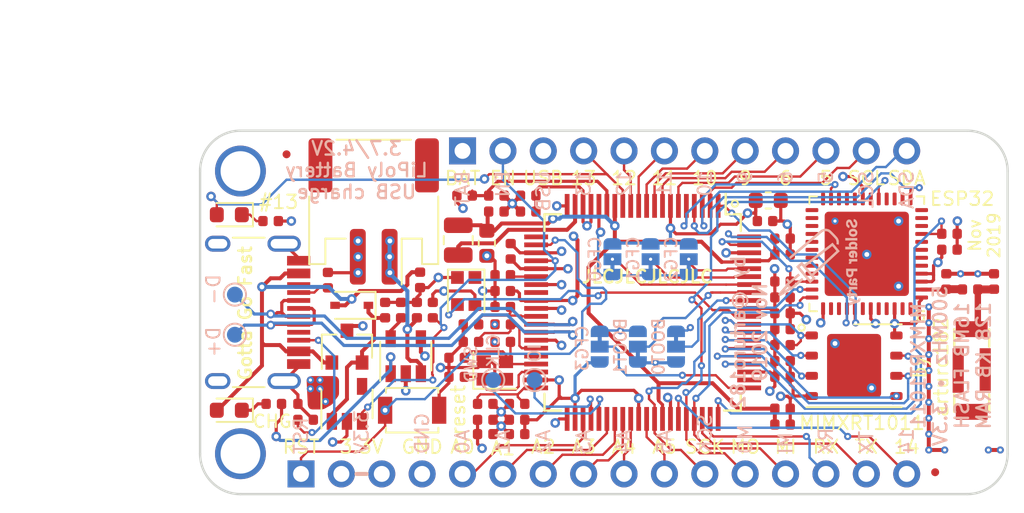
<source format=kicad_pcb>
(kicad_pcb (version 20190907) (host pcbnew "(5.99.0-290-g56525296b)")
  (layers (0 "F.Cu" signal) (1 "GND.Cu" power) (2 "PWR.Cu" power) (31 "B.Cu" signal) (34 "B.Paste" user) (35 "F.Paste" user) (36 "B.SilkS" user) (37 "F.SilkS" user) (38 "B.Mask" user) (39 "F.Mask" user) (44 "Edge.Cuts" user))
  (net 0 "")
  (net 1 "+BATT")
  (net 2 "GND")
  (net 3 "VBUS")
  (net 4 "/MISC")
  (net 5 "/TX")
  (net 6 "/RX")
  (net 7 "/MISO")
  (net 8 "/MOSI")
  (net 9 "/SCK")
  (net 10 "/A5")
  (net 11 "/A4")
  (net 12 "/A3")
  (net 13 "/A2")
  (net 14 "/A1")
  (net 15 "+3V3")
  (net 16 "/~RST~")
  (net 17 "/SDA")
  (net 18 "/SCL")
  (net 19 "/GPIO05")
  (net 20 "/GPIO06")
  (net 21 "/GPIO09")
  (net 22 "/GPIO10")
  (net 23 "/GPIO11")
  (net 24 "/GPIO12")
  (net 25 "/GPIO13")
  (net 26 "/EN")
  (net 27 "Net-(J2-PadB8)")
  (net 28 "Net-(J2-PadA5)")
  (net 29 "Net-(J2-PadA8)")
  (net 30 "Net-(J2-PadB5)")
  (net 31 "Net-(C1-Pad1)")
  (net 32 "Net-(D2-Pad1)")
  (net 33 "/USB_D+")
  (net 34 "/USB_D-")
  (net 35 "Net-(R4-Pad2)")
  (net 36 "Net-(R5-Pad2)")
  (net 37 "Net-(C5-Pad2)")
  (net 38 "Net-(C6-Pad2)")
  (net 39 "Net-(C22-Pad2)")
  (net 40 "Net-(C23-Pad2)")
  (net 41 "Net-(C29-Pad2)")
  (net 42 "Net-(C30-Pad2)")
  (net 43 "Net-(C32-Pad2)")
  (net 44 "Net-(C34-Pad2)")
  (net 45 "Net-(L1-Pad2)")
  (net 46 "Net-(U1-Pad4)")
  (net 47 "Net-(U3-Pad48)")
  (net 48 "Net-(U3-Pad47)")
  (net 49 "Net-(U3-Pad45)")
  (net 50 "Net-(U3-Pad44)")
  (net 51 "Net-(U3-Pad42)")
  (net 52 "Net-(U3-Pad39)")
  (net 53 "Net-(U3-Pad33)")
  (net 54 "Net-(U3-Pad32)")
  (net 55 "Net-(U3-Pad31)")
  (net 56 "Net-(U3-Pad30)")
  (net 57 "Net-(U3-Pad29)")
  (net 58 "Net-(U3-Pad28)")
  (net 59 "Net-(U3-Pad27)")
  (net 60 "Net-(U3-Pad26)")
  (net 61 "Net-(U3-Pad25)")
  (net 62 "Net-(U3-Pad24)")
  (net 63 "Net-(U3-Pad22)")
  (net 64 "Net-(U3-Pad21)")
  (net 65 "Net-(U3-Pad20)")
  (net 66 "Net-(U3-Pad18)")
  (net 67 "Net-(U3-Pad16)")
  (net 68 "Net-(U3-Pad15)")
  (net 69 "Net-(U3-Pad14)")
  (net 70 "Net-(U3-Pad12)")
  (net 71 "Net-(U3-Pad11)")
  (net 72 "Net-(U3-Pad10)")
  (net 73 "Net-(U3-Pad8)")
  (net 74 "Net-(U3-Pad7)")
  (net 75 "Net-(U3-Pad6)")
  (net 76 "Net-(U3-Pad5)")
  (net 77 "/IMXRT1011/FLEXSPI_A_D3")
  (net 78 "/IMXRT1011/FLEXSPI_A_D0")
  (net 79 "/IMXRT1011/FLEXSPI_A_D2")
  (net 80 "/IMXRT1011/FLEXSPI_A_D1")
  (net 81 "/IMXRT1011/~FLEXSPI_A_CS~")
  (net 82 "/IMXRT1011/BT_CFG02")
  (net 83 "/IMXRT1011/BT_CFG01")
  (net 84 "/IMXRT1011/BT_CFG00")
  (net 85 "/IMXRT1011/BOOT_MODE01")
  (net 86 "/IMXRT1011/BOOT_MODE00")
  (net 87 "/IMXRT1011/FLEXSPI_A_SCLK")
  (net 88 "Net-(U5-Pad62)")
  (net 89 "/IMXRT1011/BT_CFG03")
  (net 90 "Net-(U5-Pad36)")
  (net 91 "Net-(U5-Pad28)")
  (net 92 "Net-(U5-Pad21)")
  (net 93 "Net-(AE1-Pad1)")
  (net 94 "Net-(C37-Pad2)")
  (net 95 "/~ESP32_RST~")
  (net 96 "/~ESP32_CS~")
  (net 97 "/ESP32_TX")
  (net 98 "/ESP32_RX")
  (net 99 "/ESP32_GPIO0")
  (net 100 "/ESP32_BUSY")
  (net 101 "Net-(D3-Pad1)")
  (net 102 "/D8_NEOPIXEL")
  (net 103 "Net-(D4-Pad1)")
  (net 104 "/A0")
  (net 105 "Net-(U3-Pad38)")
  (net 106 "/SWDIO")
  (net 107 "/SWDCLK")
  (module "Symbols_Extra:SolderParty-Logo_6.3x5.9mm_SilkScreen" (layer "B.Cu") (at 176.1 90.2 -90)
    (fp_text reference "G***" hide)
    (fp_text value "LOGO" hide)
  )
  (module "Fiducial:Fiducial_0.5mm_Mask1mm" (layer "F.Cu") (at 142.6 83.4)
    (fp_text reference "REF**" hide)
    (fp_text value "Fiducial_0.5mm_Mask1mm")
    (pad "" smd circle (at 0 0) (size 0.5 0.5) (layers "F.Cu" "F.Mask") (clearance 0.25))
  )
  (module "Fiducial:Fiducial_0.5mm_Mask1mm" (layer "F.Cu") (at 183.4 103.4)
    (fp_text reference "REF**" hide)
    (fp_text value "Fiducial_0.5mm_Mask1mm")
    (pad "" smd circle (at 0 0) (size 0.5 0.5) (layers "F.Cu" "F.Mask") (clearance 0.25))
  )
  (module "Jumper_Extra:SolderJumper-3_P1.3mm_Bridged12_RoundedPad1.0x1.5mm" (layer "B.Cu") (at 167.9 90 90)
    (fp_text reference "JP5" hide)
    (fp_text value "JP_CFG02")
    (fp_poly (pts (xy -0.758 0.127) (xy -0.258 0.127) (xy -0.254 -0.127) (xy -0.754 -0.127)) (layer "B.Cu") (width 0))
    (pad "1" smd custom (at -1.016 0 270) (size 0.62 0.375) (layers "B.Cu" "B.Mask") (net 2 "GND") (options (clearance outline) (anchor rect)) (primitives (gr_circle (center 0 -0.25) (end 0.31 -0.25) (width 0)) (gr_circle (center 0 0.25) (end 0.31 0.25) (width 0)) (gr_poly (pts (xy -0.4125 0.5625) (xy 0 0.5625) (xy 0 -0.5625) (xy -0.4125 -0.5625)) (width 0))))
    (pad "3" smd custom (at 1.016 0 90) (size 0.62 0.375) (layers "B.Cu" "B.Mask") (net 15 "+3V3") (options (clearance outline) (anchor rect)) (primitives (gr_circle (center 0 -0.25) (end 0.31 -0.25) (width 0)) (gr_circle (center 0 0.25) (end 0.31 0.25) (width 0)) (gr_poly (pts (xy -0.4125 0.5625) (xy 0 0.5625) (xy 0 -0.5625) (xy -0.4125 -0.5625)) (width 0))))
    (pad "2" smd rect (at 0 0 90) (size 0.75 1.125) (layers "B.Cu" "B.Mask") (net 82 "/IMXRT1011/BT_CFG02"))
  )
  (module "Jumper_Extra:SolderJumper-3_P1.3mm_Bridged12_RoundedPad1.0x1.5mm" (layer "B.Cu") (at 162.3 95.5 -90)
    (fp_text reference "JP6" hide)
    (fp_text value "JP_CFG03")
    (fp_poly (pts (xy -0.758 0.127) (xy -0.258 0.127) (xy -0.254 -0.127) (xy -0.754 -0.127)) (layer "B.Cu") (width 0))
    (pad "1" smd custom (at -1.016 0 90) (size 0.62 0.375) (layers "B.Cu" "B.Mask") (net 2 "GND") (options (clearance outline) (anchor rect)) (primitives (gr_circle (center 0 -0.25) (end 0.31 -0.25) (width 0)) (gr_circle (center 0 0.25) (end 0.31 0.25) (width 0)) (gr_poly (pts (xy -0.4125 0.5625) (xy 0 0.5625) (xy 0 -0.5625) (xy -0.4125 -0.5625)) (width 0))))
    (pad "3" smd custom (at 1.016 0 270) (size 0.62 0.375) (layers "B.Cu" "B.Mask") (net 15 "+3V3") (options (clearance outline) (anchor rect)) (primitives (gr_circle (center 0 -0.25) (end 0.31 -0.25) (width 0)) (gr_circle (center 0 0.25) (end 0.31 0.25) (width 0)) (gr_poly (pts (xy -0.4125 0.5625) (xy 0 0.5625) (xy 0 -0.5625) (xy -0.4125 -0.5625)) (width 0))))
    (pad "2" smd rect (at 0 0 270) (size 0.75 1.125) (layers "B.Cu" "B.Mask") (net 89 "/IMXRT1011/BT_CFG03"))
  )
  (module "Jumper_Extra:SolderJumper-3_P1.3mm_Bridged12_RoundedPad1.0x1.5mm" (layer "B.Cu") (at 165.5 90 90)
    (fp_text reference "JP4" hide)
    (fp_text value "JP_CFG01")
    (fp_poly (pts (xy -0.758 0.127) (xy -0.258 0.127) (xy -0.254 -0.127) (xy -0.754 -0.127)) (layer "B.Cu") (width 0))
    (pad "1" smd custom (at -1.016 0 270) (size 0.62 0.375) (layers "B.Cu" "B.Mask") (net 2 "GND") (options (clearance outline) (anchor rect)) (primitives (gr_circle (center 0 -0.25) (end 0.31 -0.25) (width 0)) (gr_circle (center 0 0.25) (end 0.31 0.25) (width 0)) (gr_poly (pts (xy -0.4125 0.5625) (xy 0 0.5625) (xy 0 -0.5625) (xy -0.4125 -0.5625)) (width 0))))
    (pad "3" smd custom (at 1.016 0 90) (size 0.62 0.375) (layers "B.Cu" "B.Mask") (net 15 "+3V3") (options (clearance outline) (anchor rect)) (primitives (gr_circle (center 0 -0.25) (end 0.31 -0.25) (width 0)) (gr_circle (center 0 0.25) (end 0.31 0.25) (width 0)) (gr_poly (pts (xy -0.4125 0.5625) (xy 0 0.5625) (xy 0 -0.5625) (xy -0.4125 -0.5625)) (width 0))))
    (pad "2" smd rect (at 0 0 90) (size 0.75 1.125) (layers "B.Cu" "B.Mask") (net 83 "/IMXRT1011/BT_CFG01"))
  )
  (module "Jumper_Extra:SolderJumper-3_P1.3mm_Bridged12_RoundedPad1.0x1.5mm" (layer "B.Cu") (at 163.1 90 90)
    (fp_text reference "JP3" hide)
    (fp_text value "JP_CFG00")
    (fp_poly (pts (xy -0.758 0.127) (xy -0.258 0.127) (xy -0.254 -0.127) (xy -0.754 -0.127)) (layer "B.Cu") (width 0))
    (pad "1" smd custom (at -1.016 0 270) (size 0.62 0.375) (layers "B.Cu" "B.Mask") (net 2 "GND") (options (clearance outline) (anchor rect)) (primitives (gr_circle (center 0 -0.25) (end 0.31 -0.25) (width 0)) (gr_circle (center 0 0.25) (end 0.31 0.25) (width 0)) (gr_poly (pts (xy -0.4125 0.5625) (xy 0 0.5625) (xy 0 -0.5625) (xy -0.4125 -0.5625)) (width 0))))
    (pad "3" smd custom (at 1.016 0 90) (size 0.62 0.375) (layers "B.Cu" "B.Mask") (net 15 "+3V3") (options (clearance outline) (anchor rect)) (primitives (gr_circle (center 0 -0.25) (end 0.31 -0.25) (width 0)) (gr_circle (center 0 0.25) (end 0.31 0.25) (width 0)) (gr_poly (pts (xy -0.4125 0.5625) (xy 0 0.5625) (xy 0 -0.5625) (xy -0.4125 -0.5625)) (width 0))))
    (pad "2" smd rect (at 0 0 90) (size 0.75 1.125) (layers "B.Cu" "B.Mask") (net 84 "/IMXRT1011/BT_CFG00"))
  )
  (module "Jumper_Extra:SolderJumper-3_P1.3mm_Bridged12_RoundedPad1.0x1.5mm" (layer "B.Cu") (at 164.7 95.5 90)
    (fp_text reference "JP2" hide)
    (fp_text value "JP_BOOT_MODE_01")
    (fp_poly (pts (xy -0.758 0.127) (xy -0.258 0.127) (xy -0.254 -0.127) (xy -0.754 -0.127)) (layer "B.Cu") (width 0))
    (pad "1" smd custom (at -1.016 0 270) (size 0.62 0.375) (layers "B.Cu" "B.Mask") (net 15 "+3V3") (options (clearance outline) (anchor rect)) (primitives (gr_circle (center 0 -0.25) (end 0.31 -0.25) (width 0)) (gr_circle (center 0 0.25) (end 0.31 0.25) (width 0)) (gr_poly (pts (xy -0.4125 0.5625) (xy 0 0.5625) (xy 0 -0.5625) (xy -0.4125 -0.5625)) (width 0))))
    (pad "3" smd custom (at 1.016 0 90) (size 0.62 0.375) (layers "B.Cu" "B.Mask") (net 2 "GND") (options (clearance outline) (anchor rect)) (primitives (gr_circle (center 0 -0.25) (end 0.31 -0.25) (width 0)) (gr_circle (center 0 0.25) (end 0.31 0.25) (width 0)) (gr_poly (pts (xy -0.4125 0.5625) (xy 0 0.5625) (xy 0 -0.5625) (xy -0.4125 -0.5625)) (width 0))))
    (pad "2" smd rect (at 0 0 90) (size 0.75 1.125) (layers "B.Cu" "B.Mask") (net 85 "/IMXRT1011/BOOT_MODE01"))
  )
  (module "Jumper_Extra:SolderJumper-3_P1.3mm_Bridged12_RoundedPad1.0x1.5mm" (layer "B.Cu") (at 167.1 95.5 -90)
    (fp_text reference "JP1" hide)
    (fp_text value "JP_BOOT_MODE_00")
    (fp_poly (pts (xy -0.758 0.127) (xy -0.258 0.127) (xy -0.254 -0.127) (xy -0.754 -0.127)) (layer "B.Cu") (width 0))
    (pad "1" smd custom (at -1.016 0 90) (size 0.62 0.375) (layers "B.Cu" "B.Mask") (net 2 "GND") (options (clearance outline) (anchor rect)) (primitives (gr_circle (center 0 -0.25) (end 0.31 -0.25) (width 0)) (gr_circle (center 0 0.25) (end 0.31 0.25) (width 0)) (gr_poly (pts (xy -0.4125 0.5625) (xy 0 0.5625) (xy 0 -0.5625) (xy -0.4125 -0.5625)) (width 0))))
    (pad "3" smd custom (at 1.016 0 270) (size 0.62 0.375) (layers "B.Cu" "B.Mask") (net 15 "+3V3") (options (clearance outline) (anchor rect)) (primitives (gr_circle (center 0 -0.25) (end 0.31 -0.25) (width 0)) (gr_circle (center 0 0.25) (end 0.31 0.25) (width 0)) (gr_poly (pts (xy -0.4125 0.5625) (xy 0 0.5625) (xy 0 -0.5625) (xy -0.4125 -0.5625)) (width 0))))
    (pad "2" smd rect (at 0 0 270) (size 0.75 1.125) (layers "B.Cu" "B.Mask") (net 86 "/IMXRT1011/BOOT_MODE00"))
  )
  (module "TestPoint:TestPoint_Pad_D1.0mm" (layer "B.Cu") (at 155.6 97.6 180)
    (fp_text reference "TP4" hide)
    (fp_text value "TP_SWDCLK")
    (pad "1" smd circle (at 0 0 180) (size 1 1) (layers "B.Cu" "B.Mask") (net 107 "/SWDCLK"))
  )
  (module "TestPoint:TestPoint_Pad_D1.0mm" (layer "B.Cu") (at 158.2 97.6 180)
    (fp_text reference "TP3" hide)
    (fp_text value "TP_SWDIO")
    (pad "1" smd circle (at 0 0 180) (size 1 1) (layers "B.Cu" "B.Mask") (net 106 "/SWDIO"))
  )
  (module "Inductor_SMD_Extra:L_0806_2012Metric" (layer "F.Cu") (at 153.4 88.8 -90)
    (fp_text reference "L1" hide)
    (fp_text value "4.7uH")
    (pad "2" smd roundrect (at 0.9375 0 270) (size 0.975 1.8) (layers "F.Cu" "F.Paste" "F.Mask") (net 45 "Net-(L1-Pad2)"))
    (pad "1" smd roundrect (at -0.9375 0 270) (size 0.975 1.8) (layers "F.Cu" "F.Paste" "F.Mask") (net 40 "Net-(C23-Pad2)"))
  )
  (module "TestPoint:TestPoint_Pad_D1.0mm" (layer "B.Cu") (at 139.35 94.75)
    (fp_text reference "TP2" hide)
    (fp_text value "TP_USB_D+")
    (pad "1" smd circle (at 0 0) (size 1 1) (layers "B.Cu" "B.Mask") (net 33 "/USB_D+"))
  )
  (module "TestPoint:TestPoint_Pad_D1.0mm" (layer "B.Cu") (at 139.35 92.225)
    (fp_text reference "TP1" hide)
    (fp_text value "TP_USB_D-")
    (pad "1" smd circle (at 0 0) (size 1 1) (layers "B.Cu" "B.Mask") (net 34 "/USB_D-"))
  )
  (module "LED_SMD_Extra:WS2812B-2020" (layer "F.Cu") (at 153.9 92 -90)
    (fp_text reference "D4" hide)
    (fp_text value "WS2812B-2020")
    (pad "1" smd rect (at -0.85 -0.55 270) (size 0.8 0.8) (layers "F.Cu" "F.Paste" "F.Mask") (net 103 "Net-(D4-Pad1)"))
    (pad "4" smd rect (at 0.85 -0.55 270) (size 0.8 0.8) (layers "F.Cu" "F.Paste" "F.Mask") (net 15 "+3V3"))
    (pad "3" smd rect (at 0.85 0.55 270) (size 0.8 0.8) (layers "F.Cu" "F.Paste" "F.Mask") (net 102 "/D8_NEOPIXEL"))
    (pad "2" smd rect (at -0.85 0.55 270) (size 0.8 0.8) (layers "F.Cu" "F.Paste" "F.Mask") (net 2 "GND"))
  )
  (module "Resistor_SMD:R_0402_1005Metric" (layer "F.Cu") (at 173.8 95.4 180)
    (fp_text reference "R12" hide)
    (fp_text value "10K")
    (pad "2" smd roundrect (at 0.485 0 180) (size 0.59 0.64) (layers "F.Cu" "F.Paste" "F.Mask") (net 15 "+3V3"))
    (pad "1" smd roundrect (at -0.485 0 180) (size 0.59 0.64) (layers "F.Cu" "F.Paste" "F.Mask") (net 81 "/IMXRT1011/~FLEXSPI_A_CS~"))
  )
  (module "Package_SON:WSON-8-1EP_6x5mm_P1.27mm_EP3.4x4mm" (layer "F.Cu") (at 178.3 96.7)
    (fp_text reference "U4" hide)
    (fp_text value "S25FL064LABNFI04x")
    (pad "8" smd roundrect (at 2.6625 -1.905) (size 0.775 0.5) (layers "F.Cu" "F.Paste" "F.Mask") (net 15 "+3V3"))
    (pad "7" smd roundrect (at 2.6625 -0.635) (size 0.775 0.5) (layers "F.Cu" "F.Paste" "F.Mask") (net 77 "/IMXRT1011/FLEXSPI_A_D3"))
    (pad "6" smd roundrect (at 2.6625 0.635) (size 0.775 0.5) (layers "F.Cu" "F.Paste" "F.Mask") (net 87 "/IMXRT1011/FLEXSPI_A_SCLK"))
    (pad "5" smd roundrect (at 2.6625 1.905) (size 0.775 0.5) (layers "F.Cu" "F.Paste" "F.Mask") (net 78 "/IMXRT1011/FLEXSPI_A_D0"))
    (pad "4" smd roundrect (at -2.6625 1.905) (size 0.775 0.5) (layers "F.Cu" "F.Paste" "F.Mask") (net 2 "GND"))
    (pad "3" smd roundrect (at -2.6625 0.635) (size 0.775 0.5) (layers "F.Cu" "F.Paste" "F.Mask") (net 79 "/IMXRT1011/FLEXSPI_A_D2"))
    (pad "2" smd roundrect (at -2.6625 -0.635) (size 0.775 0.5) (layers "F.Cu" "F.Paste" "F.Mask") (net 80 "/IMXRT1011/FLEXSPI_A_D1"))
    (pad "1" smd roundrect (at -2.6625 -1.905) (size 0.775 0.5) (layers "F.Cu" "F.Paste" "F.Mask") (net 81 "/IMXRT1011/~FLEXSPI_A_CS~"))
    (pad "9" smd roundrect (at 0 0) (size 3.4 4) (layers "F.Cu" "F.Mask") (roundrect_rratio 0.073529) (net 2 "GND"))
  )
  (module "Resistor_SMD:R_0402_1005Metric" (layer "F.Cu") (at 141.6 87.6)
    (fp_text reference "R11" hide)
    (fp_text value "1K")
    (pad "2" smd roundrect (at 0.485 0) (size 0.59 0.64) (layers "F.Cu" "F.Paste" "F.Mask") (net 2 "GND"))
    (pad "1" smd roundrect (at -0.485 0) (size 0.59 0.64) (layers "F.Cu" "F.Paste" "F.Mask") (net 101 "Net-(D3-Pad1)"))
  )
  (module "LED_SMD:LED_0603_1608Metric" (layer "F.Cu") (at 139 87.2 180)
    (fp_text reference "D3" hide)
    (fp_text value "LED_USR")
    (pad "2" smd roundrect (at 0.7875 0 180) (size 0.875 0.95) (layers "F.Cu" "F.Paste" "F.Mask") (net 25 "/GPIO13"))
    (pad "1" smd roundrect (at -0.7875 0 180) (size 0.875 0.95) (layers "F.Cu" "F.Paste" "F.Mask") (net 101 "Net-(D3-Pad1)"))
  )
  (module "Capacitor_SMD:C_0402_1005Metric" (layer "F.Cu") (at 173.8 88.7 180)
    (fp_text reference "C26" hide)
    (fp_text value "4.7uF")
    (pad "2" smd roundrect (at 0.485 0 180) (size 0.59 0.64) (layers "F.Cu" "F.Paste" "F.Mask") (net 40 "Net-(C23-Pad2)"))
    (pad "1" smd roundrect (at -0.485 0 180) (size 0.59 0.64) (layers "F.Cu" "F.Paste" "F.Mask") (net 2 "GND"))
  )
  (module "Inductor_SMD:L_0402_1005Metric" (layer "F.Cu") (at 185.6 91.9 180)
    (fp_text reference "L2" hide)
    (fp_text value "TBD")
    (pad "2" smd roundrect (at 0.485 0 180) (size 0.59 0.64) (layers "F.Cu" "F.Paste" "F.Mask") (net 94 "Net-(C37-Pad2)"))
    (pad "1" smd roundrect (at -0.485 0 180) (size 0.59 0.64) (layers "F.Cu" "F.Paste" "F.Mask") (net 93 "Net-(AE1-Pad1)"))
  )
  (module "Capacitor_SMD:C_0402_1005Metric" (layer "F.Cu") (at 184.1 91.4 -90)
    (fp_text reference "C37" hide)
    (fp_text value "TBD")
    (pad "2" smd roundrect (at 0.485 0 270) (size 0.59 0.64) (layers "F.Cu" "F.Paste" "F.Mask") (net 94 "Net-(C37-Pad2)"))
    (pad "1" smd roundrect (at -0.485 0 270) (size 0.59 0.64) (layers "F.Cu" "F.Paste" "F.Mask") (net 2 "GND"))
  )
  (module "Capacitor_SMD:C_0402_1005Metric" (layer "F.Cu") (at 187.1 91.4 -90)
    (fp_text reference "C36" hide)
    (fp_text value "TBD")
    (pad "2" smd roundrect (at 0.485 0 270) (size 0.59 0.64) (layers "F.Cu" "F.Paste" "F.Mask") (net 93 "Net-(AE1-Pad1)"))
    (pad "1" smd roundrect (at -0.485 0 270) (size 0.59 0.64) (layers "F.Cu" "F.Paste" "F.Mask") (net 2 "GND"))
  )
  (module "RF_Antenna_Extra:Johanson_2450AT42B100" (layer "F.Cu") (at 185.7 97 90)
    (fp_text reference "AE1" hide)
    (fp_text value "2450AT42B100")
    (pad "" smd rect (at 0 0.85 180) (size 0.7 2.8) (layers "F.Cu" "F.Paste" "F.Mask"))
    (pad "" smd rect (at 0 -0.85 180) (size 0.7 2.8) (layers "F.Cu" "F.Paste" "F.Mask"))
    (pad "" smd rect (at -2.6 0 90) (size 1 2) (layers "F.Cu" "F.Paste" "F.Mask"))
    (pad "1" smd rect (at 2.6 0 90) (size 1 2) (layers "F.Cu" "F.Paste" "F.Mask") (net 93 "Net-(AE1-Pad1)"))
  )
  (module "Diode_SMD:D_SOD-323" (layer "F.Cu") (at 146.7 92.9 180)
    (fp_text reference "D1" hide)
    (fp_text value "D_Schottky_Small")
    (pad "2" smd rect (at 1.05 0 180) (size 0.6 0.45) (layers "F.Cu" "F.Paste" "F.Mask") (net 3 "VBUS"))
    (pad "1" smd rect (at -1.05 0 180) (size 0.6 0.45) (layers "F.Cu" "F.Paste" "F.Mask") (net 31 "Net-(C1-Pad1)"))
  )
  (module "Crystal:Crystal_SMD_2016-4Pin_2.0x1.6mm" (layer "F.Cu") (at 155.7 97)
    (fp_text reference "Y1" hide)
    (fp_text value "24MHz")
    (pad "1" smd rect (at -0.7 0.55) (size 0.9 0.8) (layers "F.Cu" "F.Paste" "F.Mask") (net 37 "Net-(C5-Pad2)"))
    (pad "2" smd rect (at 0.7 0.55) (size 0.9 0.8) (layers "F.Cu" "F.Paste" "F.Mask") (net 2 "GND"))
    (pad "3" smd rect (at 0.7 -0.55) (size 0.9 0.8) (layers "F.Cu" "F.Paste" "F.Mask") (net 38 "Net-(C6-Pad2)"))
    (pad "4" smd rect (at -0.7 -0.55) (size 0.9 0.8) (layers "F.Cu" "F.Paste" "F.Mask") (net 2 "GND"))
  )
  (module "Package_QFP:TQFP-80_12x12mm_P0.5mm" (layer "F.Cu") (at 165 93.345 -90)
    (fp_text reference "U5" hide)
    (fp_text value "MIMXRT1011DAE5A")
    (pad "80" smd rect (at -4.75 -6.7) (size 1.5 0.3) (layers "F.Cu" "F.Paste" "F.Mask") (net 98 "/ESP32_RX"))
    (pad "79" smd rect (at -4.25 -6.7) (size 1.5 0.3) (layers "F.Cu" "F.Paste" "F.Mask") (net 96 "/~ESP32_CS~"))
    (pad "78" smd rect (at -3.75 -6.7) (size 1.5 0.3) (layers "F.Cu" "F.Paste" "F.Mask") (net 2 "GND"))
    (pad "77" smd rect (at -3.25 -6.7) (size 1.5 0.3) (layers "F.Cu" "F.Paste" "F.Mask") (net 40 "Net-(C23-Pad2)"))
    (pad "76" smd rect (at -2.75 -6.7) (size 1.5 0.3) (layers "F.Cu" "F.Paste" "F.Mask") (net 82 "/IMXRT1011/BT_CFG02"))
    (pad "75" smd rect (at -2.25 -6.7) (size 1.5 0.3) (layers "F.Cu" "F.Paste" "F.Mask") (net 83 "/IMXRT1011/BT_CFG01"))
    (pad "74" smd rect (at -1.75 -6.7) (size 1.5 0.3) (layers "F.Cu" "F.Paste" "F.Mask") (net 84 "/IMXRT1011/BT_CFG00"))
    (pad "73" smd rect (at -1.25 -6.7) (size 1.5 0.3) (layers "F.Cu" "F.Paste" "F.Mask") (net 85 "/IMXRT1011/BOOT_MODE01"))
    (pad "72" smd rect (at -0.75 -6.7) (size 1.5 0.3) (layers "F.Cu" "F.Paste" "F.Mask") (net 86 "/IMXRT1011/BOOT_MODE00"))
    (pad "71" smd rect (at -0.25 -6.7) (size 1.5 0.3) (layers "F.Cu" "F.Paste" "F.Mask") (net 15 "+3V3"))
    (pad "70" smd rect (at 0.25 -6.7) (size 1.5 0.3) (layers "F.Cu" "F.Paste" "F.Mask") (net 102 "/D8_NEOPIXEL"))
    (pad "69" smd rect (at 0.75 -6.7) (size 1.5 0.3) (layers "F.Cu" "F.Paste" "F.Mask") (net 81 "/IMXRT1011/~FLEXSPI_A_CS~"))
    (pad "68" smd rect (at 1.25 -6.7) (size 1.5 0.3) (layers "F.Cu" "F.Paste" "F.Mask") (net 80 "/IMXRT1011/FLEXSPI_A_D1"))
    (pad "67" smd rect (at 1.75 -6.7) (size 1.5 0.3) (layers "F.Cu" "F.Paste" "F.Mask") (net 79 "/IMXRT1011/FLEXSPI_A_D2"))
    (pad "66" smd rect (at 2.25 -6.7) (size 1.5 0.3) (layers "F.Cu" "F.Paste" "F.Mask") (net 78 "/IMXRT1011/FLEXSPI_A_D0"))
    (pad "65" smd rect (at 2.75 -6.7) (size 1.5 0.3) (layers "F.Cu" "F.Paste" "F.Mask") (net 87 "/IMXRT1011/FLEXSPI_A_SCLK"))
    (pad "64" smd rect (at 3.25 -6.7) (size 1.5 0.3) (layers "F.Cu" "F.Paste" "F.Mask") (net 77 "/IMXRT1011/FLEXSPI_A_D3"))
    (pad "63" smd rect (at 3.75 -6.7) (size 1.5 0.3) (layers "F.Cu" "F.Paste" "F.Mask") (net 15 "+3V3"))
    (pad "62" smd rect (at 4.25 -6.7) (size 1.5 0.3) (layers "F.Cu" "F.Paste" "F.Mask") (net 88 "Net-(U5-Pad62)"))
    (pad "61" smd rect (at 4.75 -6.7) (size 1.5 0.3) (layers "F.Cu" "F.Paste" "F.Mask") (net 89 "/IMXRT1011/BT_CFG03"))
    (pad "60" smd rect (at 6.7 -4.75 270) (size 1.5 0.3) (layers "F.Cu" "F.Paste" "F.Mask") (net 95 "/~ESP32_RST~"))
    (pad "59" smd rect (at 6.7 -4.25 270) (size 1.5 0.3) (layers "F.Cu" "F.Paste" "F.Mask") (net 6 "/RX"))
    (pad "58" smd rect (at 6.7 -3.75 270) (size 1.5 0.3) (layers "F.Cu" "F.Paste" "F.Mask") (net 5 "/TX"))
    (pad "57" smd rect (at 6.7 -3.25 270) (size 1.5 0.3) (layers "F.Cu" "F.Paste" "F.Mask") (net 7 "/MISO"))
    (pad "56" smd rect (at 6.7 -2.75 270) (size 1.5 0.3) (layers "F.Cu" "F.Paste" "F.Mask") (net 8 "/MOSI"))
    (pad "55" smd rect (at 6.7 -2.25 270) (size 1.5 0.3) (layers "F.Cu" "F.Paste" "F.Mask") (net 4 "/MISC"))
    (pad "54" smd rect (at 6.7 -1.75 270) (size 1.5 0.3) (layers "F.Cu" "F.Paste" "F.Mask") (net 2 "GND"))
    (pad "53" smd rect (at 6.7 -1.25 270) (size 1.5 0.3) (layers "F.Cu" "F.Paste" "F.Mask") (net 40 "Net-(C23-Pad2)"))
    (pad "52" smd rect (at 6.7 -0.75 270) (size 1.5 0.3) (layers "F.Cu" "F.Paste" "F.Mask") (net 9 "/SCK"))
    (pad "51" smd rect (at 6.7 -0.25 270) (size 1.5 0.3) (layers "F.Cu" "F.Paste" "F.Mask") (net 10 "/A5"))
    (pad "50" smd rect (at 6.7 0.25 270) (size 1.5 0.3) (layers "F.Cu" "F.Paste" "F.Mask") (net 15 "+3V3"))
    (pad "49" smd rect (at 6.7 0.75 270) (size 1.5 0.3) (layers "F.Cu" "F.Paste" "F.Mask") (net 11 "/A4"))
    (pad "48" smd rect (at 6.7 1.25 270) (size 1.5 0.3) (layers "F.Cu" "F.Paste" "F.Mask") (net 12 "/A3"))
    (pad "47" smd rect (at 6.7 1.75 270) (size 1.5 0.3) (layers "F.Cu" "F.Paste" "F.Mask") (net 13 "/A2"))
    (pad "46" smd rect (at 6.7 2.25 270) (size 1.5 0.3) (layers "F.Cu" "F.Paste" "F.Mask") (net 14 "/A1"))
    (pad "45" smd rect (at 6.7 2.75 270) (size 1.5 0.3) (layers "F.Cu" "F.Paste" "F.Mask") (net 107 "/SWDCLK"))
    (pad "44" smd rect (at 6.7 3.25 270) (size 1.5 0.3) (layers "F.Cu" "F.Paste" "F.Mask") (net 106 "/SWDIO"))
    (pad "43" smd rect (at 6.7 3.75 270) (size 1.5 0.3) (layers "F.Cu" "F.Paste" "F.Mask") (net 104 "/A0"))
    (pad "42" smd rect (at 6.7 4.25 270) (size 1.5 0.3) (layers "F.Cu" "F.Paste" "F.Mask") (net 15 "+3V3"))
    (pad "41" smd rect (at 6.7 4.75 270) (size 1.5 0.3) (layers "F.Cu" "F.Paste" "F.Mask") (net 2 "GND"))
    (pad "40" smd rect (at 4.75 6.7) (size 1.5 0.3) (layers "F.Cu" "F.Paste" "F.Mask") (net 43 "Net-(C32-Pad2)"))
    (pad "39" smd rect (at 4.25 6.7) (size 1.5 0.3) (layers "F.Cu" "F.Paste" "F.Mask") (net 15 "+3V3"))
    (pad "38" smd rect (at 3.75 6.7) (size 1.5 0.3) (layers "F.Cu" "F.Paste" "F.Mask") (net 37 "Net-(C5-Pad2)"))
    (pad "37" smd rect (at 3.25 6.7) (size 1.5 0.3) (layers "F.Cu" "F.Paste" "F.Mask") (net 38 "Net-(C6-Pad2)"))
    (pad "36" smd rect (at 2.75 6.7) (size 1.5 0.3) (layers "F.Cu" "F.Paste" "F.Mask") (net 90 "Net-(U5-Pad36)"))
    (pad "35" smd rect (at 2.25 6.7) (size 1.5 0.3) (layers "F.Cu" "F.Paste" "F.Mask") (net 44 "Net-(C34-Pad2)"))
    (pad "34" smd rect (at 1.75 6.7) (size 1.5 0.3) (layers "F.Cu" "F.Paste" "F.Mask") (net 2 "GND"))
    (pad "33" smd rect (at 1.25 6.7) (size 1.5 0.3) (layers "F.Cu" "F.Paste" "F.Mask") (net 33 "/USB_D+"))
    (pad "32" smd rect (at 0.75 6.7) (size 1.5 0.3) (layers "F.Cu" "F.Paste" "F.Mask") (net 34 "/USB_D-"))
    (pad "31" smd rect (at 0.25 6.7) (size 1.5 0.3) (layers "F.Cu" "F.Paste" "F.Mask") (net 42 "Net-(C30-Pad2)"))
    (pad "30" smd rect (at -0.25 6.7) (size 1.5 0.3) (layers "F.Cu" "F.Paste" "F.Mask") (net 2 "GND"))
    (pad "29" smd rect (at -0.75 6.7) (size 1.5 0.3) (layers "F.Cu" "F.Paste" "F.Mask") (net 3 "VBUS"))
    (pad "28" smd rect (at -1.25 6.7) (size 1.5 0.3) (layers "F.Cu" "F.Paste" "F.Mask") (net 91 "Net-(U5-Pad28)"))
    (pad "27" smd rect (at -1.75 6.7) (size 1.5 0.3) (layers "F.Cu" "F.Paste" "F.Mask") (net 2 "GND"))
    (pad "26" smd rect (at -2.25 6.7) (size 1.5 0.3) (layers "F.Cu" "F.Paste" "F.Mask") (net 41 "Net-(C29-Pad2)"))
    (pad "25" smd rect (at -2.75 6.7) (size 1.5 0.3) (layers "F.Cu" "F.Paste" "F.Mask") (net 15 "+3V3"))
    (pad "24" smd rect (at -3.25 6.7) (size 1.5 0.3) (layers "F.Cu" "F.Paste" "F.Mask") (net 26 "/EN"))
    (pad "23" smd rect (at -3.75 6.7) (size 1.5 0.3) (layers "F.Cu" "F.Paste" "F.Mask") (net 2 "GND"))
    (pad "22" smd rect (at -4.25 6.7) (size 1.5 0.3) (layers "F.Cu" "F.Paste" "F.Mask") (net 16 "/~RST~"))
    (pad "21" smd rect (at -4.75 6.7) (size 1.5 0.3) (layers "F.Cu" "F.Paste" "F.Mask") (net 92 "Net-(U5-Pad21)"))
    (pad "20" smd rect (at -6.7 4.75 270) (size 1.5 0.3) (layers "F.Cu" "F.Paste" "F.Mask") (net 2 "GND"))
    (pad "19" smd rect (at -6.7 4.25 270) (size 1.5 0.3) (layers "F.Cu" "F.Paste" "F.Mask") (net 45 "Net-(L1-Pad2)"))
    (pad "18" smd rect (at -6.7 3.75 270) (size 1.5 0.3) (layers "F.Cu" "F.Paste" "F.Mask") (net 15 "+3V3"))
    (pad "17" smd rect (at -6.7 3.25 270) (size 1.5 0.3) (layers "F.Cu" "F.Paste" "F.Mask") (net 15 "+3V3"))
    (pad "16" smd rect (at -6.7 2.75 270) (size 1.5 0.3) (layers "F.Cu" "F.Paste" "F.Mask") (net 2 "GND"))
    (pad "15" smd rect (at -6.7 2.25 270) (size 1.5 0.3) (layers "F.Cu" "F.Paste" "F.Mask") (net 39 "Net-(C22-Pad2)"))
    (pad "14" smd rect (at -6.7 1.75 270) (size 1.5 0.3) (layers "F.Cu" "F.Paste" "F.Mask") (net 40 "Net-(C23-Pad2)"))
    (pad "13" smd rect (at -6.7 1.25 270) (size 1.5 0.3) (layers "F.Cu" "F.Paste" "F.Mask") (net 25 "/GPIO13"))
    (pad "12" smd rect (at -6.7 0.75 270) (size 1.5 0.3) (layers "F.Cu" "F.Paste" "F.Mask") (net 24 "/GPIO12"))
    (pad "11" smd rect (at -6.7 0.25 270) (size 1.5 0.3) (layers "F.Cu" "F.Paste" "F.Mask") (net 23 "/GPIO11"))
    (pad "10" smd rect (at -6.7 -0.25 270) (size 1.5 0.3) (layers "F.Cu" "F.Paste" "F.Mask") (net 22 "/GPIO10"))
    (pad "9" smd rect (at -6.7 -0.75 270) (size 1.5 0.3) (layers "F.Cu" "F.Paste" "F.Mask") (net 21 "/GPIO09"))
    (pad "8" smd rect (at -6.7 -1.25 270) (size 1.5 0.3) (layers "F.Cu" "F.Paste" "F.Mask") (net 20 "/GPIO06"))
    (pad "7" smd rect (at -6.7 -1.75 270) (size 1.5 0.3) (layers "F.Cu" "F.Paste" "F.Mask") (net 15 "+3V3"))
    (pad "6" smd rect (at -6.7 -2.25 270) (size 1.5 0.3) (layers "F.Cu" "F.Paste" "F.Mask") (net 19 "/GPIO05"))
    (pad "5" smd rect (at -6.7 -2.75 270) (size 1.5 0.3) (layers "F.Cu" "F.Paste" "F.Mask") (net 99 "/ESP32_GPIO0"))
    (pad "4" smd rect (at -6.7 -3.25 270) (size 1.5 0.3) (layers "F.Cu" "F.Paste" "F.Mask") (net 100 "/ESP32_BUSY"))
    (pad "3" smd rect (at -6.7 -3.75 270) (size 1.5 0.3) (layers "F.Cu" "F.Paste" "F.Mask") (net 17 "/SDA"))
    (pad "2" smd rect (at -6.7 -4.25 270) (size 1.5 0.3) (layers "F.Cu" "F.Paste" "F.Mask") (net 18 "/SCL"))
    (pad "1" smd rect (at -6.7 -4.75 270) (size 1.5 0.3) (layers "F.Cu" "F.Paste" "F.Mask") (net 97 "/ESP32_TX"))
  )
  (module "Package_DFN_QFN:QFN-48-1EP_7x7mm_P0.5mm_EP5.3x5.3mm" (layer "F.Cu") (at 179.1 89.66 180)
    (fp_text reference "U3" hide)
    (fp_text value "ESP32-PICO-D4")
    (pad "48" smd roundrect (at -2.75 -3.45 180) (size 0.25 0.8) (layers "F.Cu" "F.Paste" "F.Mask") (net 47 "Net-(U3-Pad48)"))
    (pad "47" smd roundrect (at -2.25 -3.45 180) (size 0.25 0.8) (layers "F.Cu" "F.Paste" "F.Mask") (net 48 "Net-(U3-Pad47)"))
    (pad "46" smd roundrect (at -1.75 -3.45 180) (size 0.25 0.8) (layers "F.Cu" "F.Paste" "F.Mask") (net 15 "+3V3"))
    (pad "45" smd roundrect (at -1.25 -3.45 180) (size 0.25 0.8) (layers "F.Cu" "F.Paste" "F.Mask") (net 49 "Net-(U3-Pad45)"))
    (pad "44" smd roundrect (at -0.75 -3.45 180) (size 0.25 0.8) (layers "F.Cu" "F.Paste" "F.Mask") (net 50 "Net-(U3-Pad44)"))
    (pad "43" smd roundrect (at -0.25 -3.45 180) (size 0.25 0.8) (layers "F.Cu" "F.Paste" "F.Mask") (net 15 "+3V3"))
    (pad "42" smd roundrect (at 0.25 -3.45 180) (size 0.25 0.8) (layers "F.Cu" "F.Paste" "F.Mask") (net 51 "Net-(U3-Pad42)"))
    (pad "41" smd roundrect (at 0.75 -3.45 180) (size 0.25 0.8) (layers "F.Cu" "F.Paste" "F.Mask") (net 97 "/ESP32_TX"))
    (pad "40" smd roundrect (at 1.25 -3.45 180) (size 0.25 0.8) (layers "F.Cu" "F.Paste" "F.Mask") (net 98 "/ESP32_RX"))
    (pad "39" smd roundrect (at 1.75 -3.45 180) (size 0.25 0.8) (layers "F.Cu" "F.Paste" "F.Mask") (net 52 "Net-(U3-Pad39)"))
    (pad "38" smd roundrect (at 2.25 -3.45 180) (size 0.25 0.8) (layers "F.Cu" "F.Paste" "F.Mask") (net 105 "Net-(U3-Pad38)"))
    (pad "37" smd roundrect (at 2.75 -3.45 180) (size 0.25 0.8) (layers "F.Cu" "F.Paste" "F.Mask") (net 15 "+3V3"))
    (pad "36" smd roundrect (at 3.45 -2.75 180) (size 0.8 0.25) (layers "F.Cu" "F.Paste" "F.Mask") (net 7 "/MISO"))
    (pad "35" smd roundrect (at 3.45 -2.25 180) (size 0.8 0.25) (layers "F.Cu" "F.Paste" "F.Mask") (net 9 "/SCK"))
    (pad "34" smd roundrect (at 3.45 -1.75 180) (size 0.8 0.25) (layers "F.Cu" "F.Paste" "F.Mask") (net 96 "/~ESP32_CS~"))
    (pad "33" smd roundrect (at 3.45 -1.25 180) (size 0.8 0.25) (layers "F.Cu" "F.Paste" "F.Mask") (net 53 "Net-(U3-Pad33)"))
    (pad "32" smd roundrect (at 3.45 -0.75 180) (size 0.8 0.25) (layers "F.Cu" "F.Paste" "F.Mask") (net 54 "Net-(U3-Pad32)"))
    (pad "31" smd roundrect (at 3.45 -0.25 180) (size 0.8 0.25) (layers "F.Cu" "F.Paste" "F.Mask") (net 55 "Net-(U3-Pad31)"))
    (pad "30" smd roundrect (at 3.45 0.25 180) (size 0.8 0.25) (layers "F.Cu" "F.Paste" "F.Mask") (net 56 "Net-(U3-Pad30)"))
    (pad "29" smd roundrect (at 3.45 0.75 180) (size 0.8 0.25) (layers "F.Cu" "F.Paste" "F.Mask") (net 57 "Net-(U3-Pad29)"))
    (pad "28" smd roundrect (at 3.45 1.25 180) (size 0.8 0.25) (layers "F.Cu" "F.Paste" "F.Mask") (net 58 "Net-(U3-Pad28)"))
    (pad "27" smd roundrect (at 3.45 1.75 180) (size 0.8 0.25) (layers "F.Cu" "F.Paste" "F.Mask") (net 59 "Net-(U3-Pad27)"))
    (pad "26" smd roundrect (at 3.45 2.25 180) (size 0.8 0.25) (layers "F.Cu" "F.Paste" "F.Mask") (net 60 "Net-(U3-Pad26)"))
    (pad "25" smd roundrect (at 3.45 2.75 180) (size 0.8 0.25) (layers "F.Cu" "F.Paste" "F.Mask") (net 61 "Net-(U3-Pad25)"))
    (pad "24" smd roundrect (at 2.75 3.45 180) (size 0.25 0.8) (layers "F.Cu" "F.Paste" "F.Mask") (net 62 "Net-(U3-Pad24)"))
    (pad "23" smd roundrect (at 2.25 3.45 180) (size 0.25 0.8) (layers "F.Cu" "F.Paste" "F.Mask") (net 99 "/ESP32_GPIO0"))
    (pad "22" smd roundrect (at 1.75 3.45 180) (size 0.25 0.8) (layers "F.Cu" "F.Paste" "F.Mask") (net 63 "Net-(U3-Pad22)"))
    (pad "21" smd roundrect (at 1.25 3.45 180) (size 0.25 0.8) (layers "F.Cu" "F.Paste" "F.Mask") (net 64 "Net-(U3-Pad21)"))
    (pad "20" smd roundrect (at 0.75 3.45 180) (size 0.25 0.8) (layers "F.Cu" "F.Paste" "F.Mask") (net 65 "Net-(U3-Pad20)"))
    (pad "19" smd roundrect (at 0.25 3.45 180) (size 0.25 0.8) (layers "F.Cu" "F.Paste" "F.Mask") (net 15 "+3V3"))
    (pad "18" smd roundrect (at -0.25 3.45 180) (size 0.25 0.8) (layers "F.Cu" "F.Paste" "F.Mask") (net 66 "Net-(U3-Pad18)"))
    (pad "17" smd roundrect (at -0.75 3.45 180) (size 0.25 0.8) (layers "F.Cu" "F.Paste" "F.Mask") (net 8 "/MOSI"))
    (pad "16" smd roundrect (at -1.25 3.45 180) (size 0.25 0.8) (layers "F.Cu" "F.Paste" "F.Mask") (net 67 "Net-(U3-Pad16)"))
    (pad "15" smd roundrect (at -1.75 3.45 180) (size 0.25 0.8) (layers "F.Cu" "F.Paste" "F.Mask") (net 68 "Net-(U3-Pad15)"))
    (pad "14" smd roundrect (at -2.25 3.45 180) (size 0.25 0.8) (layers "F.Cu" "F.Paste" "F.Mask") (net 69 "Net-(U3-Pad14)"))
    (pad "13" smd roundrect (at -2.75 3.45 180) (size 0.25 0.8) (layers "F.Cu" "F.Paste" "F.Mask") (net 100 "/ESP32_BUSY"))
    (pad "12" smd roundrect (at -3.45 2.75 180) (size 0.8 0.25) (layers "F.Cu" "F.Paste" "F.Mask") (net 70 "Net-(U3-Pad12)"))
    (pad "11" smd roundrect (at -3.45 2.25 180) (size 0.8 0.25) (layers "F.Cu" "F.Paste" "F.Mask") (net 71 "Net-(U3-Pad11)"))
    (pad "10" smd roundrect (at -3.45 1.75 180) (size 0.8 0.25) (layers "F.Cu" "F.Paste" "F.Mask") (net 72 "Net-(U3-Pad10)"))
    (pad "9" smd roundrect (at -3.45 1.25 180) (size 0.8 0.25) (layers "F.Cu" "F.Paste" "F.Mask") (net 95 "/~ESP32_RST~"))
    (pad "8" smd roundrect (at -3.45 0.75 180) (size 0.8 0.25) (layers "F.Cu" "F.Paste" "F.Mask") (net 73 "Net-(U3-Pad8)"))
    (pad "7" smd roundrect (at -3.45 0.25 180) (size 0.8 0.25) (layers "F.Cu" "F.Paste" "F.Mask") (net 74 "Net-(U3-Pad7)"))
    (pad "6" smd roundrect (at -3.45 -0.25 180) (size 0.8 0.25) (layers "F.Cu" "F.Paste" "F.Mask") (net 75 "Net-(U3-Pad6)"))
    (pad "5" smd roundrect (at -3.45 -0.75 180) (size 0.8 0.25) (layers "F.Cu" "F.Paste" "F.Mask") (net 76 "Net-(U3-Pad5)"))
    (pad "4" smd roundrect (at -3.45 -1.25 180) (size 0.8 0.25) (layers "F.Cu" "F.Paste" "F.Mask") (net 15 "+3V3"))
    (pad "3" smd roundrect (at -3.45 -1.75 180) (size 0.8 0.25) (layers "F.Cu" "F.Paste" "F.Mask") (net 15 "+3V3"))
    (pad "2" smd roundrect (at -3.45 -2.25 180) (size 0.8 0.25) (layers "F.Cu" "F.Paste" "F.Mask") (net 94 "Net-(C37-Pad2)"))
    (pad "1" smd roundrect (at -3.45 -2.75 180) (size 0.8 0.25) (layers "F.Cu" "F.Paste" "F.Mask") (net 15 "+3V3"))
    (pad "49" smd roundrect (at 0 0 180) (size 5.3 5.3) (layers "F.Cu" "F.Mask") (roundrect_rratio 0.04717) (net 2 "GND"))
  )
  (module "Package_TO_SOT_SMD:SOT-23-5" (layer "F.Cu") (at 146.4 99.1 90)
    (fp_text reference "U1" hide)
    (fp_text value "AP2112K-3.3")
    (pad "5" smd rect (at 1.1 -0.95 90) (size 1.06 0.65) (layers "F.Cu" "F.Paste" "F.Mask") (net 15 "+3V3"))
    (pad "4" smd rect (at 1.1 0.95 90) (size 1.06 0.65) (layers "F.Cu" "F.Paste" "F.Mask") (net 46 "Net-(U1-Pad4)"))
    (pad "3" smd rect (at -1.1 0.95 90) (size 1.06 0.65) (layers "F.Cu" "F.Paste" "F.Mask") (net 26 "/EN"))
    (pad "2" smd rect (at -1.1 0 90) (size 1.06 0.65) (layers "F.Cu" "F.Paste" "F.Mask") (net 2 "GND"))
    (pad "1" smd rect (at -1.1 -0.95 90) (size 1.06 0.65) (layers "F.Cu" "F.Paste" "F.Mask") (net 31 "Net-(C1-Pad1)"))
  )
  (module "Resistor_SMD:R_0402_1005Metric" (layer "F.Cu") (at 151.8 93.2 90)
    (fp_text reference "R10" hide)
    (fp_text value "100K")
    (pad "2" smd roundrect (at 0.485 0 90) (size 0.59 0.64) (layers "F.Cu" "F.Paste" "F.Mask") (net 15 "+3V3"))
    (pad "1" smd roundrect (at -0.485 0 90) (size 0.59 0.64) (layers "F.Cu" "F.Paste" "F.Mask") (net 26 "/EN"))
  )
  (module "Resistor_SMD:R_0402_1005Metric" (layer "F.Cu") (at 153.8 86 180)
    (fp_text reference "R9" hide)
    (fp_text value "68K")
    (pad "2" smd roundrect (at 0.485 0 180) (size 0.59 0.64) (layers "F.Cu" "F.Paste" "F.Mask") (net 15 "+3V3"))
    (pad "1" smd roundrect (at -0.485 0 180) (size 0.59 0.64) (layers "F.Cu" "F.Paste" "F.Mask") (net 39 "Net-(C22-Pad2)"))
  )
  (module "Resistor_SMD:R_0402_1005Metric" (layer "F.Cu") (at 153.3 96.2 180)
    (fp_text reference "R8" hide)
    (fp_text value "2.2M")
    (pad "2" smd roundrect (at 0.485 0 180) (size 0.59 0.64) (layers "F.Cu" "F.Paste" "F.Mask") (net 2 "GND"))
    (pad "1" smd roundrect (at -0.485 0 180) (size 0.59 0.64) (layers "F.Cu" "F.Paste" "F.Mask") (net 38 "Net-(C6-Pad2)"))
  )
  (module "Resistor_SMD:R_0402_1005Metric" (layer "F.Cu") (at 173.8 91.4 180)
    (fp_text reference "R7" hide)
    (fp_text value "10K")
    (pad "2" smd roundrect (at 0.485 0 180) (size 0.59 0.64) (layers "F.Cu" "F.Paste" "F.Mask") (net 15 "+3V3"))
    (pad "1" smd roundrect (at -0.485 0 180) (size 0.59 0.64) (layers "F.Cu" "F.Paste" "F.Mask") (net 96 "/~ESP32_CS~"))
  )
  (module "Resistor_SMD:R_0402_1005Metric" (layer "F.Cu") (at 184.3 88.4 180)
    (fp_text reference "R6" hide)
    (fp_text value "10K")
    (pad "2" smd roundrect (at 0.485 0 180) (size 0.59 0.64) (layers "F.Cu" "F.Paste" "F.Mask") (net 95 "/~ESP32_RST~"))
    (pad "1" smd roundrect (at -0.485 0 180) (size 0.59 0.64) (layers "F.Cu" "F.Paste" "F.Mask") (net 2 "GND"))
  )
  (module "Resistor_SMD:R_0402_1005Metric" (layer "F.Cu") (at 149.8 93.2 -90)
    (fp_text reference "R5" hide)
    (fp_text value "2K")
    (pad "2" smd roundrect (at 0.485 0 270) (size 0.59 0.64) (layers "F.Cu" "F.Paste" "F.Mask") (net 36 "Net-(R5-Pad2)"))
    (pad "1" smd roundrect (at -0.485 0 270) (size 0.59 0.64) (layers "F.Cu" "F.Paste" "F.Mask") (net 2 "GND"))
  )
  (module "Resistor_SMD:R_0402_1005Metric" (layer "F.Cu") (at 141.8 99.1)
    (fp_text reference "R4" hide)
    (fp_text value "1K")
    (pad "2" smd roundrect (at 0.485 0) (size 0.59 0.64) (layers "F.Cu" "F.Paste" "F.Mask") (net 35 "Net-(R4-Pad2)"))
    (pad "1" smd roundrect (at -0.485 0) (size 0.59 0.64) (layers "F.Cu" "F.Paste" "F.Mask") (net 32 "Net-(D2-Pad1)"))
  )
  (module "Resistor_SMD:R_0402_1005Metric" (layer "F.Cu") (at 151 91.3 90)
    (fp_text reference "R3" hide)
    (fp_text value "100K")
    (pad "2" smd roundrect (at 0.485 0 90) (size 0.59 0.64) (layers "F.Cu" "F.Paste" "F.Mask") (net 3 "VBUS"))
    (pad "1" smd roundrect (at -0.485 0 90) (size 0.59 0.64) (layers "F.Cu" "F.Paste" "F.Mask") (net 2 "GND"))
  )
  (module "Resistor_SMD:R_0402_1005Metric" (layer "F.Cu") (at 143.8 100.1 180)
    (fp_text reference "R2" hide)
    (fp_text value "5.1K")
    (pad "2" smd roundrect (at 0.485 0 180) (size 0.59 0.64) (layers "F.Cu" "F.Paste" "F.Mask") (net 30 "Net-(J2-PadB5)"))
    (pad "1" smd roundrect (at -0.485 0 180) (size 0.59 0.64) (layers "F.Cu" "F.Paste" "F.Mask") (net 2 "GND"))
  )
  (module "Resistor_SMD:R_0402_1005Metric" (layer "F.Cu") (at 145.2 91.315 -90)
    (fp_text reference "R1" hide)
    (fp_text value "5.1K")
    (pad "2" smd roundrect (at 0.485 0 270) (size 0.59 0.64) (layers "F.Cu" "F.Paste" "F.Mask") (net 28 "Net-(J2-PadA5)"))
    (pad "1" smd roundrect (at -0.485 0 270) (size 0.59 0.64) (layers "F.Cu" "F.Paste" "F.Mask") (net 2 "GND"))
  )
  (module "Capacitor_SMD:C_0402_1005Metric" (layer "F.Cu") (at 154.2 95.2)
    (fp_text reference "C35" hide)
    (fp_text value "4.7uF")
    (pad "2" smd roundrect (at 0.485 0) (size 0.59 0.64) (layers "F.Cu" "F.Paste" "F.Mask") (net 44 "Net-(C34-Pad2)"))
    (pad "1" smd roundrect (at -0.485 0) (size 0.59 0.64) (layers "F.Cu" "F.Paste" "F.Mask") (net 2 "GND"))
  )
  (module "Capacitor_SMD:C_0402_1005Metric" (layer "F.Cu") (at 156.2 94.1)
    (fp_text reference "C34" hide)
    (fp_text value "0.1uF")
    (pad "2" smd roundrect (at 0.485 0) (size 0.59 0.64) (layers "F.Cu" "F.Paste" "F.Mask") (net 44 "Net-(C34-Pad2)"))
    (pad "1" smd roundrect (at -0.485 0) (size 0.59 0.64) (layers "F.Cu" "F.Paste" "F.Mask") (net 2 "GND"))
  )
  (module "Capacitor_SMD:C_0402_1005Metric" (layer "F.Cu") (at 155.1 99.1 180)
    (fp_text reference "C33" hide)
    (fp_text value "4.7uF")
    (pad "1" smd roundrect (at -0.485 0 180) (size 0.59 0.64) (layers "F.Cu" "F.Paste" "F.Mask") (net 2 "GND"))
    (pad "2" smd roundrect (at 0.485 0 180) (size 0.59 0.64) (layers "F.Cu" "F.Paste" "F.Mask") (net 43 "Net-(C32-Pad2)"))
  )
  (module "Capacitor_SMD:C_0402_1005Metric" (layer "F.Cu") (at 157.1 99.1)
    (fp_text reference "C32" hide)
    (fp_text value "0.1uF")
    (pad "2" smd roundrect (at 0.485 0) (size 0.59 0.64) (layers "F.Cu" "F.Paste" "F.Mask") (net 43 "Net-(C32-Pad2)"))
    (pad "1" smd roundrect (at -0.485 0) (size 0.59 0.64) (layers "F.Cu" "F.Paste" "F.Mask") (net 2 "GND"))
  )
  (module "Capacitor_SMD:C_0402_1005Metric" (layer "F.Cu") (at 156.2 93)
    (fp_text reference "C31" hide)
    (fp_text value "10uF")
    (pad "2" smd roundrect (at 0.485 0) (size 0.59 0.64) (layers "F.Cu" "F.Paste" "F.Mask") (net 42 "Net-(C30-Pad2)"))
    (pad "1" smd roundrect (at -0.485 0) (size 0.59 0.64) (layers "F.Cu" "F.Paste" "F.Mask") (net 2 "GND"))
  )
  (module "Capacitor_SMD:C_0402_1005Metric" (layer "F.Cu") (at 154.2 94.1)
    (fp_text reference "C30" hide)
    (fp_text value "0.1uF")
    (pad "2" smd roundrect (at 0.485 0) (size 0.59 0.64) (layers "F.Cu" "F.Paste" "F.Mask") (net 42 "Net-(C30-Pad2)"))
    (pad "1" smd roundrect (at -0.485 0) (size 0.59 0.64) (layers "F.Cu" "F.Paste" "F.Mask") (net 2 "GND"))
  )
  (module "Capacitor_SMD:C_0402_1005Metric" (layer "F.Cu") (at 156.2 91)
    (fp_text reference "C29" hide)
    (fp_text value "0.1uF")
    (pad "2" smd roundrect (at 0.485 0) (size 0.59 0.64) (layers "F.Cu" "F.Paste" "F.Mask") (net 41 "Net-(C29-Pad2)"))
    (pad "1" smd roundrect (at -0.485 0) (size 0.59 0.64) (layers "F.Cu" "F.Paste" "F.Mask") (net 2 "GND"))
  )
  (module "Capacitor_SMD:C_0603_1608Metric" (layer "F.Cu") (at 155.2 89 90)
    (fp_text reference "C28" hide)
    (fp_text value "22uF")
    (pad "2" smd roundrect (at 0.7875 0 90) (size 0.875 0.95) (layers "F.Cu" "F.Paste" "F.Mask") (net 40 "Net-(C23-Pad2)"))
    (pad "1" smd roundrect (at -0.7875 0 90) (size 0.875 0.95) (layers "F.Cu" "F.Paste" "F.Mask") (net 2 "GND"))
  )
  (module "Capacitor_SMD:C_0402_1005Metric" (layer "F.Cu") (at 173.8 99.4 180)
    (fp_text reference "C27" hide)
    (fp_text value "4.7uF")
    (pad "2" smd roundrect (at 0.485 0 180) (size 0.59 0.64) (layers "F.Cu" "F.Paste" "F.Mask") (net 40 "Net-(C23-Pad2)"))
    (pad "1" smd roundrect (at -0.485 0 180) (size 0.59 0.64) (layers "F.Cu" "F.Paste" "F.Mask") (net 2 "GND"))
  )
  (module "Capacitor_SMD:C_0402_1005Metric" (layer "F.Cu") (at 173.8 89.7 180)
    (fp_text reference "C25" hide)
    (fp_text value "0.1uF")
    (pad "2" smd roundrect (at 0.485 0 180) (size 0.59 0.64) (layers "F.Cu" "F.Paste" "F.Mask") (net 40 "Net-(C23-Pad2)"))
    (pad "1" smd roundrect (at -0.485 0 180) (size 0.59 0.64) (layers "F.Cu" "F.Paste" "F.Mask") (net 2 "GND"))
  )
  (module "Capacitor_SMD:C_0402_1005Metric" (layer "F.Cu") (at 155.8 87 180)
    (fp_text reference "C24" hide)
    (fp_text value "0.1uF")
    (pad "2" smd roundrect (at 0.485 0 180) (size 0.59 0.64) (layers "F.Cu" "F.Paste" "F.Mask") (net 40 "Net-(C23-Pad2)"))
    (pad "1" smd roundrect (at -0.485 0 180) (size 0.59 0.64) (layers "F.Cu" "F.Paste" "F.Mask") (net 2 "GND"))
  )
  (module "Capacitor_SMD:C_0402_1005Metric" (layer "F.Cu") (at 173.8 100.4 180)
    (fp_text reference "C23" hide)
    (fp_text value "0.1uF")
    (pad "2" smd roundrect (at 0.485 0 180) (size 0.59 0.64) (layers "F.Cu" "F.Paste" "F.Mask") (net 40 "Net-(C23-Pad2)"))
    (pad "1" smd roundrect (at -0.485 0 180) (size 0.59 0.64) (layers "F.Cu" "F.Paste" "F.Mask") (net 2 "GND"))
  )
  (module "Capacitor_SMD:C_0402_1005Metric" (layer "F.Cu") (at 155.8 86 180)
    (fp_text reference "C22" hide)
    (fp_text value "0.1uF")
    (pad "2" smd roundrect (at 0.485 0 180) (size 0.59 0.64) (layers "F.Cu" "F.Paste" "F.Mask") (net 39 "Net-(C22-Pad2)"))
    (pad "1" smd roundrect (at -0.485 0 180) (size 0.59 0.64) (layers "F.Cu" "F.Paste" "F.Mask") (net 2 "GND"))
  )
  (module "Capacitor_SMD:C_0402_1005Metric" (layer "F.Cu") (at 155.1 101 180)
    (fp_text reference "C21" hide)
    (fp_text value "1uF")
    (pad "1" smd roundrect (at -0.485 0 180) (size 0.59 0.64) (layers "F.Cu" "F.Paste" "F.Mask") (net 2 "GND"))
    (pad "2" smd roundrect (at 0.485 0 180) (size 0.59 0.64) (layers "F.Cu" "F.Paste" "F.Mask") (net 15 "+3V3"))
  )
  (module "Capacitor_SMD:C_0402_1005Metric" (layer "F.Cu") (at 157.1 101)
    (fp_text reference "C20" hide)
    (fp_text value "0.1uF")
    (pad "2" smd roundrect (at 0.485 0) (size 0.59 0.64) (layers "F.Cu" "F.Paste" "F.Mask") (net 15 "+3V3"))
    (pad "1" smd roundrect (at -0.485 0) (size 0.59 0.64) (layers "F.Cu" "F.Paste" "F.Mask") (net 2 "GND"))
  )
  (module "Capacitor_SMD:C_0402_1005Metric" (layer "F.Cu") (at 155.1 100.1 180)
    (fp_text reference "C19" hide)
    (fp_text value "4.7uF")
    (pad "1" smd roundrect (at -0.485 0 180) (size 0.59 0.64) (layers "F.Cu" "F.Paste" "F.Mask") (net 2 "GND"))
    (pad "2" smd roundrect (at 0.485 0 180) (size 0.59 0.64) (layers "F.Cu" "F.Paste" "F.Mask") (net 15 "+3V3"))
  )
  (module "Capacitor_SMD:C_0402_1005Metric" (layer "F.Cu") (at 157.1 100.1)
    (fp_text reference "C18" hide)
    (fp_text value "0.1uF")
    (pad "2" smd roundrect (at 0.485 0) (size 0.59 0.64) (layers "F.Cu" "F.Paste" "F.Mask") (net 15 "+3V3"))
    (pad "1" smd roundrect (at -0.485 0) (size 0.59 0.64) (layers "F.Cu" "F.Paste" "F.Mask") (net 2 "GND"))
  )
  (module "Capacitor_SMD:C_0402_1005Metric" (layer "F.Cu") (at 156.7 89.5 -90)
    (fp_text reference "C17" hide)
    (fp_text value "0.1uF")
    (pad "2" smd roundrect (at 0.485 0 270) (size 0.59 0.64) (layers "F.Cu" "F.Paste" "F.Mask") (net 15 "+3V3"))
    (pad "1" smd roundrect (at -0.485 0 270) (size 0.59 0.64) (layers "F.Cu" "F.Paste" "F.Mask") (net 2 "GND"))
  )
  (module "Capacitor_SMD:C_0402_1005Metric" (layer "F.Cu") (at 173.8 92.4 180)
    (fp_text reference "C16" hide)
    (fp_text value "4.7uF")
    (pad "2" smd roundrect (at 0.485 0 180) (size 0.59 0.64) (layers "F.Cu" "F.Paste" "F.Mask") (net 15 "+3V3"))
    (pad "1" smd roundrect (at -0.485 0 180) (size 0.59 0.64) (layers "F.Cu" "F.Paste" "F.Mask") (net 2 "GND"))
  )
  (module "Capacitor_SMD:C_0402_1005Metric" (layer "F.Cu") (at 173.8 94.4 180)
    (fp_text reference "C15" hide)
    (fp_text value "0.1uF")
    (pad "2" smd roundrect (at 0.485 0 180) (size 0.59 0.64) (layers "F.Cu" "F.Paste" "F.Mask") (net 15 "+3V3"))
    (pad "1" smd roundrect (at -0.485 0 180) (size 0.59 0.64) (layers "F.Cu" "F.Paste" "F.Mask") (net 2 "GND"))
  )
  (module "Capacitor_SMD:C_0402_1005Metric" (layer "F.Cu") (at 173.8 96.4 180)
    (fp_text reference "C14" hide)
    (fp_text value "0.1uF")
    (pad "2" smd roundrect (at 0.485 0 180) (size 0.59 0.64) (layers "F.Cu" "F.Paste" "F.Mask") (net 15 "+3V3"))
    (pad "1" smd roundrect (at -0.485 0 180) (size 0.59 0.64) (layers "F.Cu" "F.Paste" "F.Mask") (net 2 "GND"))
  )
  (module "Capacitor_SMD:C_0402_1005Metric" (layer "F.Cu") (at 173.8 97.4 180)
    (fp_text reference "C13" hide)
    (fp_text value "0.1uF")
    (pad "2" smd roundrect (at 0.485 0 180) (size 0.59 0.64) (layers "F.Cu" "F.Paste" "F.Mask") (net 15 "+3V3"))
    (pad "1" smd roundrect (at -0.485 0 180) (size 0.59 0.64) (layers "F.Cu" "F.Paste" "F.Mask") (net 2 "GND"))
  )
  (module "Capacitor_SMD:C_0402_1005Metric" (layer "F.Cu") (at 173.8 93.4 180)
    (fp_text reference "C12" hide)
    (fp_text value "0.1uF")
    (pad "2" smd roundrect (at 0.485 0 180) (size 0.59 0.64) (layers "F.Cu" "F.Paste" "F.Mask") (net 15 "+3V3"))
    (pad "1" smd roundrect (at -0.485 0 180) (size 0.59 0.64) (layers "F.Cu" "F.Paste" "F.Mask") (net 2 "GND"))
  )
  (module "Capacitor_SMD:C_0402_1005Metric" (layer "F.Cu") (at 157.8 86)
    (fp_text reference "C11" hide)
    (fp_text value "0.1uF")
    (pad "2" smd roundrect (at 0.485 0) (size 0.59 0.64) (layers "F.Cu" "F.Paste" "F.Mask") (net 15 "+3V3"))
    (pad "1" smd roundrect (at -0.485 0) (size 0.59 0.64) (layers "F.Cu" "F.Paste" "F.Mask") (net 2 "GND"))
  )
  (module "Capacitor_SMD:C_0603_1608Metric" (layer "F.Cu") (at 172.9 86.3 180)
    (fp_text reference "C10" hide)
    (fp_text value "22uF")
    (pad "2" smd roundrect (at 0.7875 0 180) (size 0.875 0.95) (layers "F.Cu" "F.Paste" "F.Mask") (net 15 "+3V3"))
    (pad "1" smd roundrect (at -0.7875 0 180) (size 0.875 0.95) (layers "F.Cu" "F.Paste" "F.Mask") (net 2 "GND"))
  )
  (module "Capacitor_SMD:C_0402_1005Metric" (layer "F.Cu") (at 157.8 87)
    (fp_text reference "C9" hide)
    (fp_text value "4.7uF")
    (pad "2" smd roundrect (at 0.485 0) (size 0.59 0.64) (layers "F.Cu" "F.Paste" "F.Mask") (net 15 "+3V3"))
    (pad "1" smd roundrect (at -0.485 0) (size 0.59 0.64) (layers "F.Cu" "F.Paste" "F.Mask") (net 2 "GND"))
  )
  (module "Capacitor_SMD:C_0402_1005Metric" (layer "F.Cu") (at 172.7 87.6 180)
    (fp_text reference "C8" hide)
    (fp_text value "0.1uF")
    (pad "2" smd roundrect (at 0.485 0 180) (size 0.59 0.64) (layers "F.Cu" "F.Paste" "F.Mask") (net 15 "+3V3"))
    (pad "1" smd roundrect (at -0.485 0 180) (size 0.59 0.64) (layers "F.Cu" "F.Paste" "F.Mask") (net 2 "GND"))
  )
  (module "Capacitor_SMD:C_0402_1005Metric" (layer "F.Cu") (at 156.2 92)
    (fp_text reference "C7" hide)
    (fp_text value "1uF")
    (pad "2" smd roundrect (at 0.485 0) (size 0.59 0.64) (layers "F.Cu" "F.Paste" "F.Mask") (net 3 "VBUS"))
    (pad "1" smd roundrect (at -0.485 0) (size 0.59 0.64) (layers "F.Cu" "F.Paste" "F.Mask") (net 2 "GND"))
  )
  (module "Capacitor_SMD:C_0402_1005Metric" (layer "F.Cu") (at 156.2 95.2)
    (fp_text reference "C6" hide)
    (fp_text value "12pF")
    (pad "2" smd roundrect (at 0.485 0) (size 0.59 0.64) (layers "F.Cu" "F.Paste" "F.Mask") (net 38 "Net-(C6-Pad2)"))
    (pad "1" smd roundrect (at -0.485 0) (size 0.59 0.64) (layers "F.Cu" "F.Paste" "F.Mask") (net 2 "GND"))
  )
  (module "Capacitor_SMD:C_0402_1005Metric" (layer "F.Cu") (at 153.3 97.4)
    (fp_text reference "C5" hide)
    (fp_text value "12pF")
    (pad "1" smd roundrect (at -0.485 0) (size 0.59 0.64) (layers "F.Cu" "F.Paste" "F.Mask") (net 2 "GND"))
    (pad "2" smd roundrect (at 0.485 0) (size 0.59 0.64) (layers "F.Cu" "F.Paste" "F.Mask") (net 37 "Net-(C5-Pad2)"))
  )
  (module "Capacitor_SMD:C_0402_1005Metric" (layer "F.Cu") (at 184.3 89.4 180)
    (fp_text reference "C4" hide)
    (fp_text value "0.1uF")
    (pad "2" smd roundrect (at 0.485 0 180) (size 0.59 0.64) (layers "F.Cu" "F.Paste" "F.Mask") (net 15 "+3V3"))
    (pad "1" smd roundrect (at -0.485 0 180) (size 0.59 0.64) (layers "F.Cu" "F.Paste" "F.Mask") (net 2 "GND"))
  )
  (module "Capacitor_SMD:C_0402_1005Metric" (layer "F.Cu") (at 150.8 93.2 -90)
    (fp_text reference "C3" hide)
    (fp_text value "10uF")
    (pad "2" smd roundrect (at 0.485 0 270) (size 0.59 0.64) (layers "F.Cu" "F.Paste" "F.Mask") (net 1 "+BATT"))
    (pad "1" smd roundrect (at -0.485 0 270) (size 0.59 0.64) (layers "F.Cu" "F.Paste" "F.Mask") (net 2 "GND"))
  )
  (module "Capacitor_SMD:C_0402_1005Metric" (layer "F.Cu") (at 143.8 99.1)
    (fp_text reference "C2" hide)
    (fp_text value "1uF")
    (pad "2" smd roundrect (at 0.485 0) (size 0.59 0.64) (layers "F.Cu" "F.Paste" "F.Mask") (net 15 "+3V3"))
    (pad "1" smd roundrect (at -0.485 0) (size 0.59 0.64) (layers "F.Cu" "F.Paste" "F.Mask") (net 2 "GND"))
  )
  (module "Capacitor_SMD:C_0402_1005Metric" (layer "F.Cu") (at 148.8 93.2 90)
    (fp_text reference "C1" hide)
    (fp_text value "10uF")
    (pad "2" smd roundrect (at 0.485 0 90) (size 0.59 0.64) (layers "F.Cu" "F.Paste" "F.Mask") (net 2 "GND"))
    (pad "1" smd roundrect (at -0.485 0 90) (size 0.59 0.64) (layers "F.Cu" "F.Paste" "F.Mask") (net 31 "Net-(C1-Pad1)"))
  )
  (module "Button_Switch_SMD:SW_SPST_B3U-1000P-B" (layer "F.Cu") (at 150.5 99.5 180)
    (fp_text reference "SW1" hide)
    (fp_text value "SW_RST")
    (pad "" np_thru_hole circle (at 0 0 180) (size 0.8 0.8) (drill 0.8) (layers *.Cu *.Mask))
    (pad "2" smd rect (at 1.7 0 180) (size 0.9 1.7) (layers "F.Cu" "F.Paste" "F.Mask") (net 16 "/~RST~"))
    (pad "1" smd rect (at -1.7 0 180) (size 0.9 1.7) (layers "F.Cu" "F.Paste" "F.Mask") (net 2 "GND"))
  )
  (module "Package_TO_SOT_SMD:SOT-23-5" (layer "F.Cu") (at 150.1 96.1 90)
    (fp_text reference "U2" hide)
    (fp_text value "MCP73831")
    (pad "5" smd rect (at 1.1 -0.95 90) (size 1.06 0.65) (layers "F.Cu" "F.Paste" "F.Mask") (net 36 "Net-(R5-Pad2)"))
    (pad "4" smd rect (at 1.1 0.95 90) (size 1.06 0.65) (layers "F.Cu" "F.Paste" "F.Mask") (net 3 "VBUS"))
    (pad "3" smd rect (at -1.1 0.95 90) (size 1.06 0.65) (layers "F.Cu" "F.Paste" "F.Mask") (net 1 "+BATT"))
    (pad "2" smd rect (at -1.1 0 90) (size 1.06 0.65) (layers "F.Cu" "F.Paste" "F.Mask") (net 2 "GND"))
    (pad "1" smd rect (at -1.1 -0.95 90) (size 1.06 0.65) (layers "F.Cu" "F.Paste" "F.Mask") (net 35 "Net-(R4-Pad2)"))
  )
  (module "Package_TO_SOT_SMD:SOT-23" (layer "F.Cu") (at 146.4 95.5 90)
    (fp_text reference "Q1" hide)
    (fp_text value "BSS84")
    (pad "3" smd rect (at 1 0 90) (size 0.9 0.8) (layers "F.Cu" "F.Paste" "F.Mask") (net 1 "+BATT"))
    (pad "2" smd rect (at -1 0.95 90) (size 0.9 0.8) (layers "F.Cu" "F.Paste" "F.Mask") (net 31 "Net-(C1-Pad1)"))
    (pad "1" smd rect (at -1 -0.95 90) (size 0.9 0.8) (layers "F.Cu" "F.Paste" "F.Mask") (net 3 "VBUS"))
  )
  (module "LED_SMD:LED_0603_1608Metric" (layer "F.Cu") (at 139 99.5 180)
    (fp_text reference "D2" hide)
    (fp_text value "LED_CHR")
    (pad "2" smd roundrect (at 0.7875 0 180) (size 0.875 0.95) (layers "F.Cu" "F.Paste" "F.Mask") (net 3 "VBUS"))
    (pad "1" smd roundrect (at -0.7875 0 180) (size 0.875 0.95) (layers "F.Cu" "F.Paste" "F.Mask") (net 32 "Net-(D2-Pad1)"))
  )
  (module "Connector_USB:USB_C_Receptacle_HRO_TYPE-C-31-M-12" (layer "F.Cu") (at 139.319 93.345 -90)
    (fp_text reference "J2" hide)
    (fp_text value "USB_C_Receptacle_USB2.0")
    (pad "S1" thru_hole oval (at 4.32 1.05 270) (size 1 1.6) (drill oval 0.6 1.2) (layers *.Cu *.Mask) (net 2 "GND"))
    (pad "" np_thru_hole circle (at 2.89 -2.6 270) (size 0.65 0.65) (drill 0.65) (layers *.Cu *.Mask))
    (pad "S1" thru_hole oval (at -4.32 1.05 270) (size 1 1.6) (drill oval 0.6 1.2) (layers *.Cu *.Mask) (net 2 "GND"))
    (pad "" np_thru_hole circle (at -2.89 -2.6 270) (size 0.65 0.65) (drill 0.65) (layers *.Cu *.Mask))
    (pad "S1" thru_hole oval (at -4.32 -3.13 270) (size 1 2.1) (drill oval 0.6 1.7) (layers *.Cu *.Mask) (net 2 "GND"))
    (pad "S1" thru_hole oval (at 4.32 -3.13 270) (size 1 2.1) (drill oval 0.6 1.7) (layers *.Cu *.Mask) (net 2 "GND"))
    (pad "A6" smd rect (at -0.25 -4.045 270) (size 0.3 1.45) (layers "F.Cu" "F.Paste" "F.Mask") (net 33 "/USB_D+"))
    (pad "B5" smd rect (at 1.75 -4.045 270) (size 0.3 1.45) (layers "F.Cu" "F.Paste" "F.Mask") (net 30 "Net-(J2-PadB5)"))
    (pad "A8" smd rect (at 1.25 -4.045 270) (size 0.3 1.45) (layers "F.Cu" "F.Paste" "F.Mask") (net 29 "Net-(J2-PadA8)"))
    (pad "B6" smd rect (at 0.75 -4.045 270) (size 0.3 1.45) (layers "F.Cu" "F.Paste" "F.Mask") (net 33 "/USB_D+"))
    (pad "A7" smd rect (at 0.25 -4.045 270) (size 0.3 1.45) (layers "F.Cu" "F.Paste" "F.Mask") (net 34 "/USB_D-"))
    (pad "B7" smd rect (at -0.75 -4.045 270) (size 0.3 1.45) (layers "F.Cu" "F.Paste" "F.Mask") (net 34 "/USB_D-"))
    (pad "A5" smd rect (at -1.25 -4.045 270) (size 0.3 1.45) (layers "F.Cu" "F.Paste" "F.Mask") (net 28 "Net-(J2-PadA5)"))
    (pad "B8" smd rect (at -1.75 -4.045 270) (size 0.3 1.45) (layers "F.Cu" "F.Paste" "F.Mask") (net 27 "Net-(J2-PadB8)"))
    (pad "A12" smd rect (at 3.25 -4.045 270) (size 0.6 1.45) (layers "F.Cu" "F.Paste" "F.Mask") (net 2 "GND"))
    (pad "B4" smd rect (at 2.45 -4.045 270) (size 0.6 1.45) (layers "F.Cu" "F.Paste" "F.Mask") (net 3 "VBUS"))
    (pad "A4" smd rect (at -2.45 -4.045 270) (size 0.6 1.45) (layers "F.Cu" "F.Paste" "F.Mask") (net 3 "VBUS"))
    (pad "A1" smd rect (at -3.25 -4.045 270) (size 0.6 1.45) (layers "F.Cu" "F.Paste" "F.Mask") (net 2 "GND"))
    (pad "B12" smd rect (at -3.25 -4.045 270) (size 0.6 1.45) (layers "F.Cu" "F.Paste" "F.Mask") (net 2 "GND"))
    (pad "B9" smd rect (at -2.45 -4.045 270) (size 0.6 1.45) (layers "F.Cu" "F.Paste" "F.Mask") (net 3 "VBUS"))
    (pad "A9" smd rect (at 2.45 -4.045 270) (size 0.6 1.45) (layers "F.Cu" "F.Paste" "F.Mask") (net 3 "VBUS"))
    (pad "B1" smd rect (at 3.25 -4.045 270) (size 0.6 1.45) (layers "F.Cu" "F.Paste" "F.Mask") (net 2 "GND"))
  )
  (module "Connector_JST:JST_PH_S2B-PH-SM4-TB_1x02-1MP_P2.00mm_Horizontal" (layer "F.Cu") (at 148.082 86.995 180)
    (fp_text reference "J1" hide)
    (fp_text value "Conn_Battery")
    (pad "1" smd roundrect (at -1 -2.85 180) (size 1 3.5) (layers "F.Cu" "F.Paste" "F.Mask") (net 1 "+BATT"))
    (pad "2" smd roundrect (at 1 -2.85 180) (size 1 3.5) (layers "F.Cu" "F.Paste" "F.Mask") (net 2 "GND"))
    (pad "MP" smd roundrect (at -3.35 2.9 180) (size 1.5 3.4) (layers "F.Cu" "F.Paste" "F.Mask") (roundrect_rratio 0.166667))
    (pad "MP" smd roundrect (at 3.35 2.9 180) (size 1.5 3.4) (layers "F.Cu" "F.Paste" "F.Mask") (roundrect_rratio 0.166667))
  )
  (module "MountingHole:MountingHole_2.5mm_Pad" (layer "F.Cu") (at 139.7 84.455)
    (fp_text reference "REF**" hide)
    (fp_text value "MountingHole_2.5mm_Pad" hide)
    (pad "" thru_hole circle (at 0 0) (size 3.2 3.2) (drill 2.5) (layers *.Cu *.Mask))
  )
  (module "MountingHole:MountingHole_2.5mm_Pad" (layer "F.Cu") (at 139.7 102.235)
    (fp_text reference "REF**" hide)
    (fp_text value "MountingHole_2.5mm_Pad" hide)
    (pad "" thru_hole circle (at 0 0) (size 3.2 3.2) (drill 2.5) (layers *.Cu *.Mask))
  )
  (module "MountingHole:MountingHole_2.2mm_M2" (layer "F.Cu") (at 185.42 102.87)
    (fp_text reference "REF**" hide)
    (fp_text value "MountingHole_2.2mm_M2" hide)
    (pad "1" np_thru_hole circle (at 0 0) (size 2.2 2.2) (drill 2.2) (layers *.Cu *.Mask))
  )
  (module "MountingHole:MountingHole_2.2mm_M2" (layer "F.Cu") (at 185.42 83.82)
    (fp_text reference "REF**" hide)
    (fp_text value "MountingHole_2.2mm_M2" hide)
    (pad "1" np_thru_hole circle (at 0 0) (size 2.2 2.2) (drill 2.2) (layers *.Cu *.Mask))
  )
  (module "Connector_PinSocket_2.54mm:PinSocket_1x12_P2.54mm_Vertical" (layer "F.Cu") (at 153.67 83.185 90)
    (fp_text reference "J4" hide)
    (fp_text value "Conn_Right" hide)
    (pad "12" thru_hole oval (at 0 27.94 90) (size 1.7 1.7) (drill 1) (layers *.Cu *.Mask) (net 17 "/SDA"))
    (pad "11" thru_hole oval (at 0 25.4 90) (size 1.7 1.7) (drill 1) (layers *.Cu *.Mask) (net 18 "/SCL"))
    (pad "10" thru_hole oval (at 0 22.86 90) (size 1.7 1.7) (drill 1) (layers *.Cu *.Mask) (net 19 "/GPIO05"))
    (pad "9" thru_hole oval (at 0 20.32 90) (size 1.7 1.7) (drill 1) (layers *.Cu *.Mask) (net 20 "/GPIO06"))
    (pad "8" thru_hole oval (at 0 17.78 90) (size 1.7 1.7) (drill 1) (layers *.Cu *.Mask) (net 21 "/GPIO09"))
    (pad "7" thru_hole oval (at 0 15.24 90) (size 1.7 1.7) (drill 1) (layers *.Cu *.Mask) (net 22 "/GPIO10"))
    (pad "6" thru_hole oval (at 0 12.7 90) (size 1.7 1.7) (drill 1) (layers *.Cu *.Mask) (net 23 "/GPIO11"))
    (pad "5" thru_hole oval (at 0 10.16 90) (size 1.7 1.7) (drill 1) (layers *.Cu *.Mask) (net 24 "/GPIO12"))
    (pad "4" thru_hole oval (at 0 7.62 90) (size 1.7 1.7) (drill 1) (layers *.Cu *.Mask) (net 25 "/GPIO13"))
    (pad "3" thru_hole oval (at 0 5.08 90) (size 1.7 1.7) (drill 1) (layers *.Cu *.Mask) (net 3 "VBUS"))
    (pad "2" thru_hole oval (at 0 2.54 90) (size 1.7 1.7) (drill 1) (layers *.Cu *.Mask) (net 26 "/EN"))
    (pad "1" thru_hole rect (at 0 0 90) (size 1.7 1.7) (drill 1) (layers *.Cu *.Mask) (net 1 "+BATT"))
  )
  (module "Connector_PinSocket_2.54mm:PinSocket_1x16_P2.54mm_Vertical" (layer "F.Cu") (at 143.51 103.505 90)
    (fp_text reference "J3" hide)
    (fp_text value "Conn_Left" hide)
    (pad "16" thru_hole oval (at 0 38.1 90) (size 1.7 1.7) (drill 1) (layers *.Cu *.Mask) (net 4 "/MISC"))
    (pad "15" thru_hole oval (at 0 35.56 90) (size 1.7 1.7) (drill 1) (layers *.Cu *.Mask) (net 5 "/TX"))
    (pad "14" thru_hole oval (at 0 33.02 90) (size 1.7 1.7) (drill 1) (layers *.Cu *.Mask) (net 6 "/RX"))
    (pad "13" thru_hole oval (at 0 30.48 90) (size 1.7 1.7) (drill 1) (layers *.Cu *.Mask) (net 7 "/MISO"))
    (pad "12" thru_hole oval (at 0 27.94 90) (size 1.7 1.7) (drill 1) (layers *.Cu *.Mask) (net 8 "/MOSI"))
    (pad "11" thru_hole oval (at 0 25.4 90) (size 1.7 1.7) (drill 1) (layers *.Cu *.Mask) (net 9 "/SCK"))
    (pad "10" thru_hole oval (at 0 22.86 90) (size 1.7 1.7) (drill 1) (layers *.Cu *.Mask) (net 10 "/A5"))
    (pad "9" thru_hole oval (at 0 20.32 90) (size 1.7 1.7) (drill 1) (layers *.Cu *.Mask) (net 11 "/A4"))
    (pad "8" thru_hole oval (at 0 17.78 90) (size 1.7 1.7) (drill 1) (layers *.Cu *.Mask) (net 12 "/A3"))
    (pad "7" thru_hole oval (at 0 15.24 90) (size 1.7 1.7) (drill 1) (layers *.Cu *.Mask) (net 13 "/A2"))
    (pad "6" thru_hole oval (at 0 12.7 90) (size 1.7 1.7) (drill 1) (layers *.Cu *.Mask) (net 14 "/A1"))
    (pad "5" thru_hole oval (at 0 10.16 90) (size 1.7 1.7) (drill 1) (layers *.Cu *.Mask) (net 104 "/A0"))
    (pad "4" thru_hole oval (at 0 7.62 90) (size 1.7 1.7) (drill 1) (layers *.Cu *.Mask) (net 2 "GND"))
    (pad "3" thru_hole oval (at 0 5.08 90) (size 1.7 1.7) (drill 1) (layers *.Cu *.Mask) (net 15 "+3V3"))
    (pad "2" thru_hole oval (at 0 2.54 90) (size 1.7 1.7) (drill 1) (layers *.Cu *.Mask) (net 15 "+3V3"))
    (pad "1" thru_hole rect (at 0 0 90) (size 1.7 1.7) (drill 1) (layers *.Cu *.Mask) (net 16 "/~RST~"))
  )
  (gr_text "Gotta Go Fast" (at 140 93.4 90) (layer "F.SilkS") (effects (font (size 0.8 0.8))))
  (gr_text "JLCJLCJLCJLC" (at 165.3 91.1) (layer "F.SilkS") (effects (font (size 0.8 0.8))))
  (gr_text "@" (at 171 93.3 90) (layer "B.SilkS") (effects (font (size 1 1) (thickness 0.12)) (justify right mirror)))
  (gr_text "by   arturo182\nNov 2019" (at 171.7 94.6 90) (layer "B.SilkS") (effects (font (size 0.85 0.85)) (justify mirror)))
  (gr_text "MIMXRT1011\n500MHz • 3.3V\n16MB FLASH\n128 KB RAM" (at 184.4 96.7 90) (layer "B.SilkS") (effects (font (size 0.85 0.85)) (justify mirror)))
  (gr_text "3.7/4.2V\nLiPoly Battery\nUSB charge" (at 147 84.4) (layer "B.SilkS") (effects (font (size 0.85 0.85)) (justify mirror)))
  (gr_circle (center 175 94.3) (end 175 94.1) (layer "F.SilkS") (width 0.12))
  (gr_circle (center 182.5 93.7) (end 182.5 93.5) (layer "F.SilkS") (width 0.12))
  (gr_text "Nov\n2019" (at 186.5 88.5 90) (layer "F.SilkS") (effects (font (size 0.75 0.75) (thickness 0.12))))
  (gr_text "by\narturo182" (at 183.1 96.8 90) (layer "F.SilkS") (effects (font (size 0.85 0.85) (thickness 0.12))))
  (gr_text "D+" (at 138 95.2 90) (layer "B.SilkS") (effects (font (size 0.85 0.85) (thickness 0.12)) (justify mirror)))
  (gr_text "D-" (at 138 91.9 90) (layer "B.SilkS") (effects (font (size 0.85 0.85) (thickness 0.12)) (justify mirror)))
  (gr_text "SWD" (at 154.2 96.6 90) (layer "B.SilkS") (effects (font (size 0.75 0.75) (thickness 0.12)) (justify mirror)))
  (gr_text "CLK" (at 155.6 95.75 90) (layer "B.SilkS") (effects (font (size 0.75 0.75) (thickness 0.12)) (justify mirror)))
  (gr_text "IO" (at 158.2 95.9 90) (layer "B.SilkS") (effects (font (size 0.75 0.75) (thickness 0.12)) (justify mirror)))
  (gr_text "CFG2" (at 166.8 90 90) (layer "B.SilkS") (effects (font (size 0.75 0.75) (thickness 0.12)) (justify mirror)))
  (gr_text "CFG1" (at 164.4 90 90) (layer "B.SilkS") (effects (font (size 0.75 0.75) (thickness 0.12)) (justify mirror)))
  (gr_text "CFG0" (at 162 90 90) (layer "B.SilkS") (effects (font (size 0.75 0.75) (thickness 0.12)) (justify mirror)))
  (gr_text "CFG3" (at 161.2 95.6 90) (layer "B.SilkS") (effects (font (size 0.75 0.75) (thickness 0.12)) (justify mirror)))
  (gr_text "BOOT1" (at 163.6 95.5 90) (layer "B.SilkS") (effects (font (size 0.75 0.75) (thickness 0.12)) (justify mirror)))
  (gr_text "BOOT0" (at 166 95.5 90) (layer "B.SilkS") (effects (font (size 0.75 0.75) (thickness 0.12)) (justify mirror)))
  (gr_line (start 147.0025 103.505) (end 147.6375 103.505) (layer "B.SilkS") (width 0.25))
  (gr_text "14" (at 181.61 102.3366 90) (layer "B.SilkS") (effects (font (size 0.85 0.85) (thickness 0.12)) (justify right mirror)))
  (gr_text "RST" (at 143.51 102.3366 90) (layer "B.SilkS") (effects (font (size 0.85 0.85) (thickness 0.12)) (justify right mirror)))
  (gr_text "3.3V" (at 147.32 102.3366 90) (layer "B.SilkS") (effects (font (size 0.85 0.85) (thickness 0.12)) (justify right mirror)))
  (gr_text "GND" (at 151.13 102.3366 90) (layer "B.SilkS") (effects (font (size 0.85 0.85) (thickness 0.12)) (justify right mirror)))
  (gr_text "A0" (at 153.67 102.3366 90) (layer "B.SilkS") (effects (font (size 0.85 0.85) (thickness 0.12)) (justify right mirror)))
  (gr_text "A1" (at 156.21 102.3366 90) (layer "B.SilkS") (effects (font (size 0.85 0.85) (thickness 0.12)) (justify right mirror)))
  (gr_text "A2" (at 158.75 102.3366 90) (layer "B.SilkS") (effects (font (size 0.85 0.85) (thickness 0.12)) (justify right mirror)))
  (gr_text "A3" (at 161.29 102.3366 90) (layer "B.SilkS") (effects (font (size 0.85 0.85) (thickness 0.12)) (justify right mirror)))
  (gr_text "A4" (at 163.83 102.3366 90) (layer "B.SilkS") (effects (font (size 0.85 0.85) (thickness 0.12)) (justify right mirror)))
  (gr_text "A5" (at 166.37 102.3366 90) (layer "B.SilkS") (effects (font (size 0.85 0.85) (thickness 0.12)) (justify right mirror)))
  (gr_text "SCK" (at 168.91 102.3366 90) (layer "B.SilkS") (effects (font (size 0.85 0.85) (thickness 0.12)) (justify right mirror)))
  (gr_text "MO" (at 171.45 102.3366 90) (layer "B.SilkS") (effects (font (size 0.85 0.85) (thickness 0.12)) (justify right mirror)))
  (gr_text "MI" (at 173.99 102.3366 90) (layer "B.SilkS") (effects (font (size 0.85 0.85) (thickness 0.12)) (justify right mirror)))
  (gr_text "RX" (at 176.53 102.3366 90) (layer "B.SilkS") (effects (font (size 0.85 0.85) (thickness 0.12)) (justify right mirror)))
  (gr_text "TX" (at 179.07 102.3366 90) (layer "B.SilkS") (effects (font (size 0.85 0.85) (thickness 0.12)) (justify right mirror)))
  (gr_text "13" (at 161.29 84.3661 90) (layer "B.SilkS") (effects (font (size 0.85 0.85) (thickness 0.12)) (justify left mirror)))
  (gr_text "10" (at 168.91 84.3661 90) (layer "B.SilkS") (effects (font (size 0.85 0.85) (thickness 0.12)) (justify left mirror)))
  (gr_text "5" (at 176.53 84.3661 90) (layer "B.SilkS") (effects (font (size 0.85 0.85) (thickness 0.12)) (justify left mirror)))
  (gr_text "12" (at 163.83 84.3661 90) (layer "B.SilkS") (effects (font (size 0.85 0.85) (thickness 0.12)) (justify left mirror)))
  (gr_text "6" (at 173.99 84.3661 90) (layer "B.SilkS") (effects (font (size 0.85 0.85) (thickness 0.12)) (justify left mirror)))
  (gr_text "9" (at 171.45 84.3661 90) (layer "B.SilkS") (effects (font (size 0.85 0.85) (thickness 0.12)) (justify left mirror)))
  (gr_text "USB" (at 158.75 84.3661 90) (layer "B.SilkS") (effects (font (size 0.85 0.85) (thickness 0.12)) (justify left mirror)))
  (gr_text "SCL" (at 179.07 84.3661 90) (layer "B.SilkS") (effects (font (size 0.85 0.85) (thickness 0.12)) (justify left mirror)))
  (gr_text "SDA" (at 181.61 84.3661 90) (layer "B.SilkS") (effects (font (size 0.85 0.85) (thickness 0.12)) (justify left mirror)))
  (gr_text "BAT" (at 153.67 84.3661 90) (layer "B.SilkS") (effects (font (size 0.85 0.85) (thickness 0.12)) (justify left mirror)))
  (gr_text "EN" (at 156.21 84.3661 90) (layer "B.SilkS") (effects (font (size 0.85 0.85) (thickness 0.12)) (justify left mirror)))
  (gr_text "11" (at 166.37 84.3661 90) (layer "B.SilkS") (effects (font (size 0.85 0.85) (thickness 0.12)) (justify left mirror)))
  (gr_text "ESP32" (at 185.1 86.2) (layer "F.SilkS") (effects (font (size 0.85 0.85) (thickness 0.12))))
  (gr_text "MIMXRT1011" (at 178.8 100.3) (layer "F.SilkS") (effects (font (size 0.85 0.85) (thickness 0.12))))
  (gr_text "reset" (at 153.4 99.5 90) (layer "F.SilkS") (effects (font (size 0.85 0.85) (thickness 0.12))))
  (gr_text "CHG" (at 141.7 100.2) (layer "F.SilkS") (effects (font (size 0.8 0.8) (thickness 0.12))))
  (gr_text "#13" (at 142.1 86.4) (layer "F.SilkS") (effects (font (size 0.85 0.85) (thickness 0.12))))
  (gr_line (start 147.0025 103.505) (end 147.6375 103.505) (layer "F.SilkS") (width 0.25))
  (gr_circle (center 170.8 86.5) (end 170.8 86.3) (layer "F.SilkS") (width 0.12))
  (gr_text "14" (at 181.61 101.8) (layer "F.SilkS") (effects (font (size 0.85 0.85) (thickness 0.12))))
  (gr_text "5" (at 176.53 84.9) (layer "F.SilkS") (effects (font (size 0.85 0.85) (thickness 0.12))))
  (gr_text "6" (at 173.99 84.9) (layer "F.SilkS") (effects (font (size 0.85 0.85) (thickness 0.12))))
  (gr_text "9" (at 171.45 84.9) (layer "F.SilkS") (effects (font (size 0.85 0.85) (thickness 0.12))))
  (gr_text "10" (at 168.91 84.9) (layer "F.SilkS") (effects (font (size 0.85 0.85) (thickness 0.12))))
  (gr_text "11" (at 166.37 84.9) (layer "F.SilkS") (effects (font (size 0.85 0.85) (thickness 0.12))))
  (gr_text "12" (at 163.83 84.9) (layer "F.SilkS") (effects (font (size 0.85 0.85) (thickness 0.12))))
  (gr_text "13" (at 161.29 84.9) (layer "F.SilkS") (effects (font (size 0.85 0.85) (thickness 0.12))))
  (gr_text "SDA" (at 181.61 84.9) (layer "F.SilkS") (effects (font (size 0.85 0.85) (thickness 0.12))))
  (gr_text "SCL" (at 179.07 84.9) (layer "F.SilkS") (effects (font (size 0.85 0.85) (thickness 0.12))))
  (gr_text "USB" (at 158.75 84.9) (layer "F.SilkS") (effects (font (size 0.85 0.85) (thickness 0.12))))
  (gr_text "EN" (at 156.21 84.9) (layer "F.SilkS") (effects (font (size 0.85 0.85) (thickness 0.12))))
  (gr_text "BAT" (at 153.67 84.9) (layer "F.SilkS") (effects (font (size 0.85 0.85) (thickness 0.12))))
  (gr_text "TX" (at 179.07 101.8) (layer "F.SilkS") (effects (font (size 0.85 0.85) (thickness 0.12))))
  (gr_text "RX" (at 176.53 101.8) (layer "F.SilkS") (effects (font (size 0.85 0.85) (thickness 0.12))))
  (gr_text "MI" (at 173.99 101.8) (layer "F.SilkS") (effects (font (size 0.85 0.85) (thickness 0.12))))
  (gr_text "MO" (at 171.45 101.8) (layer "F.SilkS") (effects (font (size 0.85 0.85) (thickness 0.12))))
  (gr_text "SCK" (at 168.91 101.8) (layer "F.SilkS") (effects (font (size 0.85 0.85) (thickness 0.12))))
  (gr_text "A5" (at 166.37 101.8) (layer "F.SilkS") (effects (font (size 0.85 0.85) (thickness 0.12))))
  (gr_text "A4" (at 163.83 101.8) (layer "F.SilkS") (effects (font (size 0.85 0.85) (thickness 0.12))))
  (gr_text "A3" (at 161.29 101.8) (layer "F.SilkS") (effects (font (size 0.85 0.85) (thickness 0.12))))
  (gr_text "A2" (at 158.75 101.8) (layer "F.SilkS") (effects (font (size 0.85 0.85) (thickness 0.12))))
  (gr_text "A1" (at 156.21 101.9) (layer "F.SilkS") (effects (font (size 0.85 0.85) (thickness 0.12))))
  (gr_text "A0" (at 153.67 101.8) (layer "F.SilkS") (effects (font (size 0.85 0.85) (thickness 0.12))))
  (gr_text "GND" (at 151.13 101.8) (layer "F.SilkS") (effects (font (size 0.85 0.85) (thickness 0.12))))
  (gr_text "3.3V" (at 147.32 101.7905) (layer "F.SilkS") (effects (font (size 0.85 0.85) (thickness 0.12))))
  (gr_text "RST" (at 143.51 101.8) (layer "F.SilkS") (effects (font (size 0.85 0.85) (thickness 0.12))))
  (gr_arc (start 139.7 102.235) (end 137.16 102.235) (angle -90) (layer "Edge.Cuts") (width 0.15))
  (gr_line (start 137.16 84.455) (end 137.16 102.235) (layer "Edge.Cuts") (width 0.15))
  (gr_arc (start 139.7 84.455) (end 139.7 81.915) (angle -90) (layer "Edge.Cuts") (width 0.15))
  (gr_arc (start 185.42 102.235) (end 185.42 104.775) (angle -90) (layer "Edge.Cuts") (width 0.15))
  (gr_line (start 185.42 81.915) (end 139.7 81.915) (layer "Edge.Cuts") (width 0.15))
  (gr_arc (start 185.42 84.455) (end 187.96 84.455) (angle -90) (layer "Edge.Cuts") (width 0.15))
  (gr_line (start 139.7 104.775) (end 185.42 104.775) (layer "Edge.Cuts") (width 0.15))
  (gr_line (start 187.96 102.235) (end 187.96 84.455) (layer "Edge.Cuts") (width 0.15))
  (segment (start 141.60264 94.146814) (end 139.953186 94.146814) (width 0.2) (layer "B.Cu") (net 33))
  (segment (start 139.953186 94.146814) (end 139.35 94.75) (width 0.2) (layer "B.Cu") (net 33))
  (segment (start 141.60264 93.446814) (end 140.571814 93.446814) (width 0.2) (layer "B.Cu") (net 34))
  (segment (start 140.571814 93.446814) (end 139.35 92.225) (width 0.2) (layer "B.Cu") (net 34))
  (segment (start 143.364 94.095) (end 141.654454 94.095) (width 0.2) (layer "F.Cu") (net 33))
  (segment (start 141.654454 94.095) (end 141.60264 94.146814) (width 0.2) (layer "F.Cu") (net 33))
  (segment (start 141.60264 93.446814) (end 141.920838 93.446814) (width 0.2) (layer "F.Cu") (net 34))
  (segment (start 141.920838 93.446814) (end 142.01165 93.356002) (width 0.2) (layer "F.Cu") (net 34))
  (segment (start 142.01165 93.356002) (end 142.3 93.356002) (width 0.2) (layer "F.Cu") (net 34))
  (via (at 141.60264 94.146814) (size 0.55) (drill 0.3) (layers "F.Cu" "B.Cu") (net 33))
  (via (at 141.60264 93.446814) (size 0.55) (drill 0.3) (layers "F.Cu" "B.Cu") (net 34))
  (segment (start 143.364 94.095) (end 144.189002 94.095) (width 0.2) (layer "F.Cu") (net 33))
  (segment (start 144.189002 94.095) (end 144.339001 93.945001) (width 0.2) (layer "F.Cu") (net 33))
  (segment (start 144.339001 93.945001) (end 144.339001 93.244999) (width 0.2) (layer "F.Cu") (net 33))
  (segment (start 143.364 93.095) (end 144.189002 93.095) (width 0.2) (layer "F.Cu") (net 33))
  (segment (start 144.189002 93.095) (end 144.339001 93.244999) (width 0.2) (layer "F.Cu") (net 33))
  (segment (start 142.3 93.356002) (end 142.3 92.734) (width 0.2) (layer "F.Cu") (net 34))
  (segment (start 142.3 92.734) (end 142.439 92.595) (width 0.2) (layer "F.Cu") (net 34))
  (segment (start 142.439 92.595) (end 143.364 92.595) (width 0.2) (layer "F.Cu") (net 34))
  (segment (start 143.364 93.595) (end 142.538998 93.595) (width 0.2) (layer "F.Cu") (net 34))
  (segment (start 142.538998 93.595) (end 142.3 93.356002) (width 0.2) (layer "F.Cu") (net 34))
  (segment (start 140.7 87.6) (end 141.115 87.6) (width 0.15) (layer "F.Cu") (net 101))
  (segment (start 139.7875 87.2) (end 140.3 87.2) (width 0.15) (layer "F.Cu") (net 101))
  (segment (start 140.3 87.2) (end 140.7 87.6) (width 0.15) (layer "F.Cu") (net 101))
  (segment (start 156.685 95.2) (end 156.685 96.165) (width 0.15) (layer "F.Cu") (net 38))
  (segment (start 158.3 96.595) (end 156.545 96.595) (width 0.15) (layer "F.Cu") (net 38))
  (segment (start 157.14749 98.66249) (end 157.585 99.1) (width 0.15) (layer "F.Cu") (net 43))
  (segment (start 157.14749 98.50001) (end 157.14749 98.66249) (width 0.15) (layer "F.Cu") (net 43))
  (segment (start 157.14749 98.50001) (end 157.5525 98.095) (width 0.15) (layer "F.Cu") (net 43))
  (segment (start 156.4 96) (end 156.4 96.45) (width 0.15) (layer "F.Cu") (net 38))
  (segment (start 156.2 95.8) (end 156.4 96) (width 0.15) (layer "F.Cu") (net 38))
  (segment (start 153.785 96.2) (end 154.185 95.8) (width 0.15) (layer "F.Cu") (net 38))
  (segment (start 154.185 95.8) (end 156.2 95.8) (width 0.15) (layer "F.Cu") (net 38))
  (segment (start 155 98) (end 155 97.55) (width 0.15) (layer "F.Cu") (net 37))
  (segment (start 155.2 98.2) (end 155 98) (width 0.15) (layer "F.Cu") (net 37))
  (segment (start 157.2 98.005002) (end 157.005002 98.2) (width 0.15) (layer "F.Cu") (net 37))
  (segment (start 158.3 97.095) (end 157.4 97.095) (width 0.15) (layer "F.Cu") (net 37))
  (segment (start 157.4 97.095) (end 157.2 97.295) (width 0.15) (layer "F.Cu") (net 37))
  (segment (start 157.2 97.295) (end 157.2 98.005002) (width 0.15) (layer "F.Cu") (net 37))
  (segment (start 157.005002 98.2) (end 155.2 98.2) (width 0.15) (layer "F.Cu") (net 37))
  (segment (start 156.685 93.3675) (end 156.685 93) (width 0.15) (layer "F.Cu") (net 42))
  (segment (start 156.50749 93.54501) (end 156.685 93.3675) (width 0.15) (layer "F.Cu") (net 42))
  (segment (start 154.91999 93.54501) (end 156.50749 93.54501) (width 0.15) (layer "F.Cu") (net 42))
  (segment (start 154.685 93.78) (end 154.91999 93.54501) (width 0.15) (layer "F.Cu") (net 42))
  (segment (start 157.4 93.595) (end 158.3 93.595) (width 0.15) (layer "F.Cu") (net 42))
  (segment (start 156.50749 93.54501) (end 157.35001 93.54501) (width 0.15) (layer "F.Cu") (net 42))
  (segment (start 157.35001 93.54501) (end 157.4 93.595) (width 0.15) (layer "F.Cu") (net 42))
  (segment (start 156.55499 94.64501) (end 156.685 94.515) (width 0.15) (layer "F.Cu") (net 44))
  (segment (start 156.685 94.515) (end 156.685 94.1) (width 0.15) (layer "F.Cu") (net 44))
  (segment (start 154.685 95.015) (end 155.05499 94.64501) (width 0.15) (layer "F.Cu") (net 44))
  (segment (start 155.05499 94.64501) (end 156.55499 94.64501) (width 0.15) (layer "F.Cu") (net 44))
  (segment (start 157.25 95.445) (end 157.4 95.595) (width 0.15) (layer "F.Cu") (net 44))
  (segment (start 157.25 94.35) (end 157.25 95.445) (width 0.15) (layer "F.Cu") (net 44))
  (segment (start 157.4 95.595) (end 158.3 95.595) (width 0.15) (layer "F.Cu") (net 44))
  (segment (start 156.685 94.2) (end 157.1 94.2) (width 0.15) (layer "F.Cu") (net 44))
  (segment (start 157.1 94.2) (end 157.25 94.35) (width 0.15) (layer "F.Cu") (net 44))
  (segment (start 158.3 91.095) (end 156.78 91.095) (width 0.15) (layer "F.Cu") (net 41))
  (segment (start 157.25 92.495) (end 157.25 92.15) (width 0.2) (layer "F.Cu") (net 3))
  (segment (start 157.1 92) (end 156.685 92) (width 0.2) (layer "F.Cu") (net 3))
  (segment (start 157.25 92.15) (end 157.1 92) (width 0.2) (layer "F.Cu") (net 3))
  (segment (start 158.3 92.595) (end 157.35 92.595) (width 0.2) (layer "F.Cu") (net 3))
  (segment (start 157.35 92.595) (end 157.25 92.495) (width 0.2) (layer "F.Cu") (net 3))
  (segment (start 163.83 102.302919) (end 164.25 101.882919) (width 0.15) (layer "F.Cu") (net 11))
  (segment (start 163.83 103.505) (end 163.83 102.302919) (width 0.15) (layer "F.Cu") (net 11))
  (segment (start 166.37 102.302919) (end 165.25 101.182919) (width 0.15) (layer "F.Cu") (net 10))
  (segment (start 166.37 103.505) (end 166.37 102.302919) (width 0.15) (layer "F.Cu") (net 10))
  (segment (start 167.75 100.045) (end 167.75 101.35) (width 0.15) (layer "F.Cu") (net 8))
  (segment (start 168.6 102.2) (end 170.145 102.2) (width 0.15) (layer "F.Cu") (net 8))
  (segment (start 167.75 101.35) (end 168.6 102.2) (width 0.15) (layer "F.Cu") (net 8))
  (segment (start 169.1 101.9) (end 172.385 101.9) (width 0.15) (layer "F.Cu") (net 7))
  (segment (start 168.25 100.045) (end 168.25 101.05) (width 0.15) (layer "F.Cu") (net 7))
  (segment (start 168.25 101.05) (end 169.1 101.9) (width 0.15) (layer "F.Cu") (net 7))
  (segment (start 165.75 100.945) (end 165.75 100.045) (width 0.15) (layer "F.Cu") (net 9))
  (segment (start 168.91 103.505) (end 167.405 102) (width 0.15) (layer "F.Cu") (net 9))
  (segment (start 166.805 102) (end 165.75 100.945) (width 0.15) (layer "F.Cu") (net 9))
  (segment (start 167.405 102) (end 166.805 102) (width 0.15) (layer "F.Cu") (net 9))
  (segment (start 162.844999 102.655001) (end 163.75 101.75) (width 0.15) (layer "F.Cu") (net 12))
  (segment (start 161.29 103.505) (end 162.139999 102.655001) (width 0.15) (layer "F.Cu") (net 12))
  (segment (start 162.139999 102.655001) (end 162.844999 102.655001) (width 0.15) (layer "F.Cu") (net 12))
  (segment (start 158.75 103.505) (end 159.955 102.3) (width 0.15) (layer "F.Cu") (net 13))
  (segment (start 162.5 102.3) (end 163.25 101.55) (width 0.15) (layer "F.Cu") (net 13))
  (segment (start 159.955 102.3) (end 162.5 102.3) (width 0.15) (layer "F.Cu") (net 13))
  (segment (start 162.75 100.945) (end 162.75 100.045) (width 0.15) (layer "F.Cu") (net 14))
  (segment (start 156.21 103.505) (end 157.715 102) (width 0.15) (layer "F.Cu") (net 14))
  (segment (start 161.695 102) (end 162.75 100.945) (width 0.15) (layer "F.Cu") (net 14))
  (segment (start 157.715 102) (end 161.695 102) (width 0.15) (layer "F.Cu") (net 14))
  (via (at 175.3 101.14999) (size 0.45) (drill 0.2) (layers "F.Cu" "B.Cu") (net 6))
  (segment (start 175.5 102.475) (end 176.53 103.505) (width 0.15) (layer "B.Cu") (net 6))
  (segment (start 175.3 101.14999) (end 175.5 101.34999) (width 0.15) (layer "B.Cu") (net 6))
  (segment (start 175.5 101.34999) (end 175.5 102.475) (width 0.15) (layer "B.Cu") (net 6))
  (segment (start 169.449989 101.14999) (end 175.3 101.14999) (width 0.15) (layer "F.Cu") (net 6))
  (segment (start 169.25 100.950001) (end 169.449989 101.14999) (width 0.15) (layer "F.Cu") (net 6))
  (segment (start 169.25 100.045) (end 169.25 100.950001) (width 0.15) (layer "F.Cu") (net 6))
  (segment (start 168.75 100.945) (end 169.40499 101.59999) (width 0.15) (layer "F.Cu") (net 5))
  (segment (start 169.40499 101.59999) (end 177.16499 101.59999) (width 0.15) (layer "F.Cu") (net 5))
  (segment (start 168.75 100.045) (end 168.75 100.945) (width 0.15) (layer "F.Cu") (net 5))
  (via (at 167.25 98.75) (size 0.45) (drill 0.2) (layers "F.Cu" "B.Cu") (net 4))
  (segment (start 167.25 100.045) (end 167.25 98.75) (width 0.15) (layer "F.Cu") (net 4))
  (via (at 177.9 101.15) (size 0.45) (drill 0.2) (layers "F.Cu" "B.Cu") (net 4))
  (segment (start 179.255 101.15) (end 181.61 103.505) (width 0.15) (layer "F.Cu") (net 4))
  (segment (start 177.9 101.15) (end 179.255 101.15) (width 0.15) (layer "F.Cu") (net 4))
  (segment (start 176.85 86.21) (end 176.85 85.55) (width 0.15) (layer "F.Cu") (net 99))
  (via (at 177.1 85.3) (size 0.45) (drill 0.2) (layers "F.Cu" "B.Cu") (net 99))
  (segment (start 176.85 85.55) (end 177.1 85.3) (width 0.15) (layer "F.Cu") (net 99))
  (via (at 182.4 85.5) (size 0.45) (drill 0.2) (layers "F.Cu" "B.Cu") (net 100))
  (segment (start 182 85.5) (end 182.4 85.5) (width 0.15) (layer "F.Cu") (net 100))
  (segment (start 181.85 86.21) (end 181.85 85.65) (width 0.15) (layer "F.Cu") (net 100))
  (segment (start 181.85 85.65) (end 182 85.5) (width 0.15) (layer "F.Cu") (net 100))
  (via (at 177.6 84.8) (size 0.6) (drill 0.3) (layers "F.Cu" "B.Cu") (net 15))
  (segment (start 178.85 86.21) (end 178.85 85.45) (width 0.2) (layer "F.Cu") (net 15))
  (segment (start 178.2 84.8) (end 177.6 84.8) (width 0.2) (layer "F.Cu") (net 15))
  (segment (start 178.85 85.45) (end 178.2 84.8) (width 0.2) (layer "F.Cu") (net 15))
  (segment (start 163.75 86.645) (end 163.75 85.645) (width 0.15) (layer "F.Cu") (net 25))
  (segment (start 163.83 84.387081) (end 164.25 84.807081) (width 0.15) (layer "F.Cu") (net 24))
  (segment (start 163.83 83.185) (end 163.83 84.387081) (width 0.15) (layer "F.Cu") (net 24))
  (segment (start 164.75 84.805) (end 164.75 86.645) (width 0.15) (layer "F.Cu") (net 23))
  (segment (start 166.37 83.185) (end 164.75 84.805) (width 0.15) (layer "F.Cu") (net 23))
  (segment (start 168.91 83.185) (end 167.795 84.3) (width 0.15) (layer "F.Cu") (net 22))
  (segment (start 165.75 85.3) (end 165.75 86.645) (width 0.15) (layer "F.Cu") (net 21))
  (segment (start 170.035 84.6) (end 166.45 84.6) (width 0.15) (layer "F.Cu") (net 21))
  (segment (start 171.45 83.185) (end 170.035 84.6) (width 0.15) (layer "F.Cu") (net 21))
  (segment (start 166.25 84.3) (end 165.25 85.3) (width 0.15) (layer "F.Cu") (net 22))
  (segment (start 166.45 84.6) (end 165.75 85.3) (width 0.15) (layer "F.Cu") (net 21))
  (segment (start 167.795 84.3) (end 166.25 84.3) (width 0.15) (layer "F.Cu") (net 22))
  (segment (start 165.25 85.3) (end 165.25 86.645) (width 0.15) (layer "F.Cu") (net 22))
  (segment (start 169.25 85.745) (end 169.25 86.645) (width 0.15) (layer "F.Cu") (net 18))
  (segment (start 169.495 85.5) (end 169.25 85.745) (width 0.15) (layer "F.Cu") (net 18))
  (segment (start 170.6 85.5) (end 169.495 85.5) (width 0.15) (layer "F.Cu") (net 18))
  (segment (start 179.07 83.185) (end 177.994999 84.260001) (width 0.15) (layer "F.Cu") (net 18))
  (segment (start 177.239999 84.260001) (end 176.3 85.2) (width 0.15) (layer "F.Cu") (net 18))
  (segment (start 176.3 85.2) (end 170.9 85.2) (width 0.15) (layer "F.Cu") (net 18))
  (segment (start 177.994999 84.260001) (end 177.239999 84.260001) (width 0.15) (layer "F.Cu") (net 18))
  (segment (start 170.9 85.2) (end 170.6 85.5) (width 0.15) (layer "F.Cu") (net 18))
  (segment (start 174.915 84.8) (end 176.53 83.185) (width 0.15) (layer "F.Cu") (net 19))
  (segment (start 167.25 85.4475) (end 167.4975 85.2) (width 0.15) (layer "F.Cu") (net 19))
  (segment (start 167.25 86.645) (end 167.25 85.4475) (width 0.15) (layer "F.Cu") (net 19))
  (segment (start 170.4 85.2) (end 170.8 84.8) (width 0.15) (layer "F.Cu") (net 19))
  (segment (start 167.4975 85.2) (end 170.4 85.2) (width 0.15) (layer "F.Cu") (net 19))
  (segment (start 170.8 84.8) (end 174.915 84.8) (width 0.15) (layer "F.Cu") (net 19))
  (segment (start 172.675 84.5) (end 173.99 83.185) (width 0.15) (layer "F.Cu") (net 20))
  (segment (start 166.25 85.35) (end 166.7 84.9) (width 0.15) (layer "F.Cu") (net 20))
  (segment (start 166.7 84.9) (end 170.2 84.9) (width 0.15) (layer "F.Cu") (net 20))
  (segment (start 166.25 86.645) (end 166.25 85.35) (width 0.15) (layer "F.Cu") (net 20))
  (segment (start 170.2 84.9) (end 170.6 84.5) (width 0.15) (layer "F.Cu") (net 20))
  (segment (start 170.6 84.5) (end 172.675 84.5) (width 0.15) (layer "F.Cu") (net 20))
  (via (at 166.75 88.05) (size 0.6) (drill 0.3) (layers "F.Cu" "B.Cu") (net 15))
  (segment (start 166.75 86.645) (end 166.75 88.05) (width 0.2) (layer "F.Cu") (net 15))
  (segment (start 158.285 86) (end 158.285 87) (width 0.2) (layer "F.Cu") (net 15))
  (segment (start 158.3 91.595) (end 159.895 91.595) (width 0.2) (layer "F.Cu") (net 2))
  (via (at 159.9 91.6) (size 0.6) (drill 0.3) (layers "F.Cu" "B.Cu") (net 2))
  (segment (start 159.895 91.595) (end 159.9 91.6) (width 0.2) (layer "F.Cu") (net 2))
  (via (at 159.9 95.420003) (size 0.6) (drill 0.3) (layers "F.Cu" "B.Cu") (net 2))
  (segment (start 159.848001 95.420003) (end 159.9 95.420003) (width 0.2) (layer "F.Cu") (net 2))
  (segment (start 158.3 95.095) (end 159.522998 95.095) (width 0.2) (layer "F.Cu") (net 2))
  (segment (start 159.522998 95.095) (end 159.848001 95.420003) (width 0.2) (layer "F.Cu") (net 2))
  (segment (start 171.7 89.595) (end 170.255 89.595) (width 0.2) (layer "F.Cu") (net 2))
  (via (at 170.25 89.6) (size 0.6) (drill 0.3) (layers "F.Cu" "B.Cu") (net 2))
  (segment (start 170.255 89.595) (end 170.25 89.6) (width 0.2) (layer "F.Cu") (net 2))
  (via (at 170.2 95.05) (size 0.45) (drill 0.2) (layers "F.Cu" "B.Cu") (net 79))
  (segment (start 171.7 95.095) (end 170.245 95.095) (width 0.15) (layer "F.Cu") (net 79))
  (segment (start 170.245 95.095) (end 170.2 95.05) (width 0.15) (layer "F.Cu") (net 79))
  (segment (start 171.7 95.595) (end 170.255003 95.595) (width 0.15) (layer "F.Cu") (net 78))
  (via (at 170.2 95.650003) (size 0.45) (drill 0.2) (layers "F.Cu" "B.Cu") (net 78))
  (segment (start 170.255003 95.595) (end 170.2 95.650003) (width 0.15) (layer "F.Cu") (net 78))
  (via (at 170.2 94.449997) (size 0.45) (drill 0.2) (layers "F.Cu" "B.Cu") (net 80))
  (segment (start 171.7 94.595) (end 170.345003 94.595) (width 0.15) (layer "F.Cu") (net 80))
  (segment (start 170.345003 94.595) (end 170.2 94.449997) (width 0.15) (layer "F.Cu") (net 80))
  (via (at 170.2 93.849994) (size 0.45) (drill 0.2) (layers "F.Cu" "B.Cu") (net 81))
  (segment (start 170.554994 93.849994) (end 170.2 93.849994) (width 0.15) (layer "F.Cu") (net 81))
  (segment (start 171.7 94.095) (end 170.8 94.095) (width 0.15) (layer "F.Cu") (net 81))
  (segment (start 170.8 94.095) (end 170.554994 93.849994) (width 0.15) (layer "F.Cu") (net 81))
  (segment (start 169.700004 96.100004) (end 169.7 96.1) (width 0.15) (layer "F.Cu") (net 87))
  (via (at 169.7 96.1) (size 0.45) (drill 0.2) (layers "F.Cu" "B.Cu") (net 87))
  (segment (start 170.794996 96.100004) (end 169.700004 96.100004) (width 0.15) (layer "F.Cu") (net 87))
  (segment (start 171.7 96.095) (end 170.8 96.095) (width 0.15) (layer "F.Cu") (net 87))
  (segment (start 170.8 96.095) (end 170.794996 96.100004) (width 0.15) (layer "F.Cu") (net 87))
  (via (at 170.2 96.6) (size 0.45) (drill 0.2) (layers "F.Cu" "B.Cu") (net 77))
  (segment (start 171.7 96.595) (end 170.205 96.595) (width 0.15) (layer "F.Cu") (net 77))
  (segment (start 170.205 96.595) (end 170.2 96.6) (width 0.15) (layer "F.Cu") (net 77))
  (segment (start 170.2 93.849994) (end 170.549994 93.849994) (width 0.15) (layer "B.Cu") (net 81))
  (segment (start 170.549994 93.849994) (end 170.8 94.1) (width 0.15) (layer "B.Cu") (net 81))
  (segment (start 170.2 94.449997) (end 170.350003 94.6) (width 0.15) (layer "B.Cu") (net 80))
  (via (at 174.95 94.8) (size 0.45) (drill 0.2) (layers "F.Cu" "B.Cu") (net 81))
  (segment (start 175.6375 94.795) (end 174.955 94.795) (width 0.15) (layer "F.Cu") (net 81))
  (segment (start 174.955 94.795) (end 174.95 94.8) (width 0.15) (layer "F.Cu") (net 81))
  (via (at 174.95 96.05) (size 0.45) (drill 0.2) (layers "F.Cu" "B.Cu") (net 80))
  (segment (start 175.6375 96.065) (end 174.965 96.065) (width 0.15) (layer "F.Cu") (net 80))
  (segment (start 174.965 96.065) (end 174.95 96.05) (width 0.15) (layer "F.Cu") (net 80))
  (via (at 175 97.35) (size 0.45) (drill 0.2) (layers "F.Cu" "B.Cu") (net 79))
  (segment (start 175.6375 97.335) (end 175.015 97.335) (width 0.15) (layer "F.Cu") (net 79))
  (segment (start 175.015 97.335) (end 175 97.35) (width 0.15) (layer "F.Cu") (net 79))
  (via (at 181.7 96.1) (size 0.45) (drill 0.2) (layers "F.Cu" "B.Cu") (net 77))
  (segment (start 180.9625 96.065) (end 181.665 96.065) (width 0.15) (layer "F.Cu") (net 77))
  (segment (start 181.665 96.065) (end 181.7 96.1) (width 0.15) (layer "F.Cu") (net 77))
  (segment (start 174.45 96.05) (end 174.95 96.05) (width 0.15) (layer "B.Cu") (net 80))
  (segment (start 173 94.6) (end 174.45 96.05) (width 0.15) (layer "B.Cu") (net 80))
  (segment (start 170.245 95.095) (end 170.2 95.05) (width 0.15) (layer "B.Cu") (net 79))
  (segment (start 175 97.35) (end 172.745 95.095) (width 0.15) (layer "B.Cu") (net 79))
  (segment (start 172.745 95.095) (end 170.245 95.095) (width 0.15) (layer "B.Cu") (net 79))
  (segment (start 174.25 94.1) (end 174.95 94.8) (width 0.15) (layer "B.Cu") (net 81))
  (segment (start 170.8 94.1) (end 174.25 94.1) (width 0.15) (layer "B.Cu") (net 81))
  (segment (start 174.95 95.15) (end 174.95 94.8) (width 0.15) (layer "F.Cu") (net 81))
  (segment (start 174.285 95.4) (end 174.7 95.4) (width 0.15) (layer "F.Cu") (net 81))
  (segment (start 174.7 95.4) (end 174.95 95.15) (width 0.15) (layer "F.Cu") (net 81))
  (via (at 177.8 94) (size 0.45) (drill 0.2) (layers "F.Cu" "B.Cu") (net 98))
  (segment (start 177.85 93.11) (end 177.85 93.95) (width 0.15) (layer "F.Cu") (net 98))
  (segment (start 177.85 93.95) (end 177.8 94) (width 0.15) (layer "F.Cu") (net 98))
  (via (at 178.4 94) (size 0.45) (drill 0.2) (layers "F.Cu" "B.Cu") (net 97))
  (segment (start 178.35 93.11) (end 178.35 93.95) (width 0.15) (layer "F.Cu") (net 97))
  (segment (start 178.35 93.95) (end 178.4 94) (width 0.15) (layer "F.Cu") (net 97))
  (segment (start 183.19 91.41) (end 183.3 91.3) (width 0.2) (layer "F.Cu") (net 15))
  (segment (start 182.55 91.41) (end 183.19 91.41) (width 0.2) (layer "F.Cu") (net 15))
  (segment (start 183.3 91) (end 183.21 90.91) (width 0.2) (layer "F.Cu") (net 15))
  (segment (start 183.3 90.4) (end 183.3 91.3) (width 0.2) (layer "F.Cu") (net 15))
  (segment (start 183.815 89.4) (end 183.815 89.885) (width 0.2) (layer "F.Cu") (net 15))
  (segment (start 183.3 90.4) (end 183.55 90.15) (width 0.2) (layer "F.Cu") (net 15))
  (segment (start 174.285 96.4) (end 174.285 97.4) (width 0.2) (layer "F.Cu") (net 2))
  (segment (start 174.285 100.4) (end 174.285 99.4) (width 0.2) (layer "F.Cu") (net 2))
  (segment (start 173.315 97.4) (end 173.315 91.4) (width 0.2) (layer "F.Cu") (net 15))
  (segment (start 173.01 93.095) (end 173.315 93.4) (width 0.2) (layer "F.Cu") (net 15))
  (segment (start 171.7 93.095) (end 173.01 93.095) (width 0.2) (layer "F.Cu") (net 15))
  (segment (start 174.285 92.4) (end 174.285 94.4) (width 0.2) (layer "F.Cu") (net 2))
  (segment (start 155.715 91) (end 155.715 93) (width 0.2) (layer "F.Cu") (net 2))
  (segment (start 153.715 94.1) (end 153.715 95.2) (width 0.2) (layer "F.Cu") (net 2))
  (segment (start 157.585 100.1) (end 157.585 101) (width 0.2) (layer "F.Cu") (net 15))
  (segment (start 148.8 92.715) (end 150.8 92.715) (width 0.2) (layer "F.Cu") (net 2))
  (segment (start 150.8 92.715) (end 150.8 92.4) (width 0.2) (layer "F.Cu") (net 2))
  (segment (start 151 92.2) (end 151 91.785) (width 0.2) (layer "F.Cu") (net 2))
  (segment (start 150.8 92.4) (end 151 92.2) (width 0.2) (layer "F.Cu") (net 2))
  (via (at 164.75 98.75) (size 0.6) (drill 0.3) (layers "F.Cu" "B.Cu") (net 15))
  (segment (start 164.75 100.045) (end 164.75 98.75) (width 0.2) (layer "F.Cu") (net 15))
  (segment (start 154.285 86) (end 155.315 86) (width 0.2) (layer "F.Cu") (net 39))
  (via (at 142.9 87.6) (size 0.6) (drill 0.3) (layers "F.Cu" "B.Cu") (net 2))
  (segment (start 142.085 87.6) (end 142.9 87.6) (width 0.2) (layer "F.Cu") (net 2))
  (segment (start 143.364 89.94) (end 142.449 89.025) (width 0.2) (layer "F.Cu") (net 2))
  (segment (start 143.364 96.75) (end 142.449 97.665) (width 0.2) (layer "F.Cu") (net 2))
  (segment (start 143.315 98.531) (end 142.449 97.665) (width 0.2) (layer "F.Cu") (net 2))
  (segment (start 143.315 99.1) (end 143.315 98.531) (width 0.2) (layer "F.Cu") (net 2))
  (segment (start 143.315 99.13) (end 144.285 100.1) (width 0.2) (layer "F.Cu") (net 2))
  (segment (start 144.95 96.5) (end 145.45 96.5) (width 0.25) (layer "F.Cu") (net 3))
  (segment (start 143.364 95.795) (end 144.245 95.795) (width 0.25) (layer "F.Cu") (net 3))
  (segment (start 144.245 95.795) (end 144.95 96.5) (width 0.25) (layer "F.Cu") (net 3))
  (segment (start 149.8 93.85) (end 149.15 94.5) (width 0.2) (layer "F.Cu") (net 36))
  (segment (start 140.8 99.1) (end 141.315 99.1) (width 0.2) (layer "F.Cu") (net 32))
  (segment (start 139.7875 99.5) (end 140.4 99.5) (width 0.2) (layer "F.Cu") (net 32))
  (segment (start 140.4 99.5) (end 140.8 99.1) (width 0.2) (layer "F.Cu") (net 32))
  (via (at 144.7 97.6) (size 0.45) (drill 0.2) (layers "F.Cu" "B.Cu") (net 15))
  (via (at 144.7 98.15) (size 0.45) (drill 0.2) (layers "F.Cu" "B.Cu") (net 15))
  (via (at 144.1 97.6) (size 0.45) (drill 0.2) (layers "F.Cu" "B.Cu") (net 15))
  (via (at 144.1 98.15) (size 0.45) (drill 0.2) (layers "F.Cu" "B.Cu") (net 15))
  (via (at 145.05 98.95) (size 0.45) (drill 0.2) (layers "F.Cu" "B.Cu") (net 15))
  (segment (start 147.75 92.9) (end 147.75 93.35) (width 0.25) (layer "F.Cu") (net 31))
  (segment (start 147.75 93.35) (end 148.085 93.685) (width 0.25) (layer "F.Cu") (net 31))
  (segment (start 145.2 91.8) (end 144.64 91.8) (width 0.15) (layer "F.Cu") (net 28))
  (segment (start 144.345 92.095) (end 143.364 92.095) (width 0.15) (layer "F.Cu") (net 28))
  (segment (start 144.64 91.8) (end 144.345 92.095) (width 0.15) (layer "F.Cu") (net 28))
  (via (at 149.15 96.15) (size 0.6) (drill 0.3) (layers "F.Cu" "B.Cu") (net 35))
  (segment (start 149.15 96.15) (end 149.15 97.2) (width 0.2) (layer "F.Cu") (net 35))
  (via (at 141.95 101.15) (size 0.6) (drill 0.3) (layers "F.Cu" "B.Cu") (net 35))
  (segment (start 142.285 99.1) (end 142.285 100.015) (width 0.2) (layer "F.Cu") (net 35))
  (segment (start 141.95 100.35) (end 141.95 101.15) (width 0.2) (layer "F.Cu") (net 35))
  (segment (start 142.285 100.015) (end 141.95 100.35) (width 0.2) (layer "F.Cu") (net 35))
  (segment (start 152.2 99.5) (end 152.2 98.4) (width 0.2) (layer "F.Cu") (net 2))
  (segment (start 153.715 95.3) (end 152.815 96.2) (width 0.2) (layer "F.Cu") (net 2))
  (segment (start 152.815 96.2) (end 152.815 97.4) (width 0.2) (layer "F.Cu") (net 2))
  (segment (start 155.9 97.55) (end 156.4 97.55) (width 0.2) (layer "F.Cu") (net 2))
  (segment (start 155 96.45) (end 155.5 96.45) (width 0.2) (layer "F.Cu") (net 2))
  (segment (start 155.700001 97.350001) (end 155.9 97.55) (width 0.2) (layer "F.Cu") (net 2))
  (segment (start 155.699999 96.649999) (end 155.699999 96.949997) (width 0.2) (layer "F.Cu") (net 2))
  (segment (start 155.5 96.45) (end 155.699999 96.649999) (width 0.2) (layer "F.Cu") (net 2))
  (segment (start 155.699999 96.949997) (end 155.700001 96.949999) (width 0.2) (layer "F.Cu") (net 2))
  (segment (start 155.700001 96.949999) (end 155.700001 97.350001) (width 0.2) (layer "F.Cu") (net 2))
  (segment (start 153.785 97.4) (end 154.85 97.4) (width 0.15) (layer "F.Cu") (net 37))
  (segment (start 152.815 97.785) (end 152.815 97.4) (width 0.2) (layer "F.Cu") (net 2))
  (segment (start 152.2 98.4) (end 152.815 97.785) (width 0.2) (layer "F.Cu") (net 2))
  (segment (start 151.8 92.2) (end 151.8 92.715) (width 0.2) (layer "F.Cu") (net 15))
  (segment (start 152 92) (end 151.8 92.2) (width 0.2) (layer "F.Cu") (net 15))
  (segment (start 154.45 92.85) (end 154.45 92.25) (width 0.2) (layer "F.Cu") (net 15))
  (segment (start 154.45 92.25) (end 154.2 92) (width 0.2) (layer "F.Cu") (net 15))
  (via (at 152.8 93.5) (size 0.45) (drill 0.2) (layers "F.Cu" "B.Cu") (net 102))
  (segment (start 153.35 92.95) (end 152.8 93.5) (width 0.15) (layer "F.Cu") (net 102))
  (via (at 152.5 92) (size 0.6) (drill 0.3) (layers "F.Cu" "B.Cu") (net 15))
  (segment (start 152.5 92) (end 152 92) (width 0.2) (layer "F.Cu") (net 15))
  (segment (start 154.2 92) (end 152.5 92) (width 0.2) (layer "F.Cu") (net 15))
  (segment (start 151.515 91.785) (end 151 91.785) (width 0.2) (layer "F.Cu") (net 2))
  (segment (start 153.35 91.15) (end 152.15 91.15) (width 0.2) (layer "F.Cu") (net 2))
  (segment (start 152.15 91.15) (end 151.515 91.785) (width 0.2) (layer "F.Cu") (net 2))
  (via (at 152.15 91.15) (size 0.6) (drill 0.3) (layers "F.Cu" "B.Cu") (net 2))
  (segment (start 157.28 89.595) (end 156.7 89.015) (width 0.2) (layer "F.Cu") (net 2))
  (segment (start 158.3 89.595) (end 157.28 89.595) (width 0.2) (layer "F.Cu") (net 2))
  (segment (start 157.31 90.595) (end 158.3 90.595) (width 0.2) (layer "F.Cu") (net 15))
  (segment (start 156.7 89.985) (end 157.31 90.595) (width 0.2) (layer "F.Cu") (net 15))
  (via (at 154.935617 91.991781) (size 0.6) (drill 0.3) (layers "F.Cu" "B.Cu") (net 2))
  (segment (start 155.715 92) (end 154.943836 92) (width 0.2) (layer "F.Cu") (net 2))
  (segment (start 154.943836 92) (end 154.935617 91.991781) (width 0.2) (layer "F.Cu") (net 2))
  (segment (start 155.715 90.115) (end 155.715 91) (width 0.2) (layer "F.Cu") (net 2))
  (segment (start 155.3875 89.7875) (end 155.715 90.115) (width 0.2) (layer "F.Cu") (net 2))
  (via (at 159.9 89.5) (size 0.6) (drill 0.3) (layers "F.Cu" "B.Cu") (net 2))
  (segment (start 158.3 89.595) (end 159.805 89.595) (width 0.2) (layer "F.Cu") (net 2))
  (segment (start 159.805 89.595) (end 159.9 89.5) (width 0.2) (layer "F.Cu") (net 2))
  (via (at 159.5 90.1) (size 0.45) (drill 0.2) (layers "F.Cu" "B.Cu") (net 26))
  (segment (start 158.3 90.095) (end 159.495 90.095) (width 0.15) (layer "F.Cu") (net 26))
  (segment (start 159.495 90.095) (end 159.5 90.1) (width 0.15) (layer "F.Cu") (net 26))
  (via (at 159.9 93.2) (size 0.6) (drill 0.3) (layers "F.Cu" "B.Cu") (net 2))
  (segment (start 158.3 93.095) (end 159.795 93.095) (width 0.2) (layer "F.Cu") (net 2))
  (segment (start 159.795 93.095) (end 159.9 93.2) (width 0.2) (layer "F.Cu") (net 2))
  (via (at 160.6 92.6) (size 0.6) (drill 0.3) (layers "F.Cu" "B.Cu") (net 3))
  (segment (start 158.3 92.595) (end 160.595 92.595) (width 0.2) (layer "F.Cu") (net 3))
  (segment (start 160.595 92.595) (end 160.6 92.6) (width 0.2) (layer "F.Cu") (net 3))
  (via (at 160.3 90.6) (size 0.6) (drill 0.3) (layers "F.Cu" "B.Cu") (net 15))
  (segment (start 158.3 90.595) (end 160.295 90.595) (width 0.2) (layer "F.Cu") (net 15))
  (segment (start 160.295 90.595) (end 160.3 90.6) (width 0.2) (layer "F.Cu") (net 15))
  (via (at 159.6 86.65) (size 0.6) (drill 0.3) (layers "F.Cu" "B.Cu") (net 2))
  (segment (start 160.25 86.645) (end 159.605 86.645) (width 0.2) (layer "F.Cu") (net 2))
  (segment (start 159.605 86.645) (end 159.6 86.65) (width 0.2) (layer "F.Cu") (net 2))
  (via (at 161.5 87.9) (size 0.6) (drill 0.3) (layers "F.Cu" "B.Cu") (net 15))
  (segment (start 161.25 86.645) (end 161.25 87.65) (width 0.2) (layer "F.Cu") (net 15))
  (segment (start 161.25 87.65) (end 161.5 87.9) (width 0.2) (layer "F.Cu") (net 15))
  (segment (start 161.75 87.65) (end 161.5 87.9) (width 0.2) (layer "F.Cu") (net 15))
  (segment (start 161.75 86.645) (end 161.75 87.65) (width 0.2) (layer "F.Cu") (net 15))
  (segment (start 160.4 94.12) (end 160.6 93.92) (width 0.2) (layer "F.Cu") (net 34))
  (segment (start 159.450001 94.12) (end 160.4 94.12) (width 0.2) (layer "F.Cu") (net 34))
  (segment (start 158.3 94.095) (end 159.425001 94.095) (width 0.2) (layer "F.Cu") (net 34))
  (segment (start 160.4 94.57) (end 160.6 94.77) (width 0.2) (layer "F.Cu") (net 33))
  (via (at 160.6 93.92) (size 0.6) (drill 0.3) (layers "F.Cu" "B.Cu") (net 34))
  (segment (start 159.425001 94.095) (end 159.450001 94.12) (width 0.2) (layer "F.Cu") (net 34))
  (segment (start 159.450001 94.57) (end 160.4 94.57) (width 0.2) (layer "F.Cu") (net 33))
  (via (at 160.6 94.77) (size 0.6) (drill 0.3) (layers "F.Cu" "B.Cu") (net 33))
  (segment (start 158.3 94.595) (end 159.425001 94.595) (width 0.2) (layer "F.Cu") (net 33))
  (segment (start 159.425001 94.595) (end 159.450001 94.57) (width 0.2) (layer "F.Cu") (net 33))
  (via (at 152.5 94.3) (size 0.45) (drill 0.2) (layers "F.Cu" "B.Cu") (net 26))
  (segment (start 151.885 93.685) (end 152.5 94.3) (width 0.15) (layer "F.Cu") (net 26))
  (via (at 150.2 94.4) (size 0.6) (drill 0.3) (layers "F.Cu" "B.Cu") (net 1))
  (segment (start 150.8 93.8) (end 150.2 94.4) (width 0.25) (layer "F.Cu") (net 1))
  (segment (start 149.082 88.868) (end 149.1 88.85) (width 0.25) (layer "B.Cu") (net 1))
  (segment (start 149.082 89.845) (end 149.082 88.868) (width 0.25) (layer "B.Cu") (net 1))
  (segment (start 149.082 90.882) (end 149.082 89.845) (width 0.25) (layer "B.Cu") (net 1))
  (segment (start 150.2 94.4) (end 150.2 92) (width 0.25) (layer "B.Cu") (net 1))
  (segment (start 150.2 92) (end 149.082 90.882) (width 0.25) (layer "B.Cu") (net 1))
  (segment (start 143.51 102.505) (end 143.51 103.505) (width 0.15) (layer "F.Cu") (net 16))
  (segment (start 143.915 102.1) (end 143.51 102.505) (width 0.15) (layer "F.Cu") (net 16))
  (segment (start 147.2 102.1) (end 143.915 102.1) (width 0.15) (layer "F.Cu") (net 16))
  (segment (start 148.8 99.5) (end 148.8 100.5) (width 0.15) (layer "F.Cu") (net 16))
  (segment (start 148.8 100.5) (end 147.2 102.1) (width 0.15) (layer "F.Cu") (net 16))
  (via (at 145.5 101.5) (size 0.6) (drill 0.3) (layers "F.Cu" "B.Cu") (net 2))
  (segment (start 146 101.5) (end 145.5 101.5) (width 0.2) (layer "F.Cu") (net 2))
  (segment (start 146.4 100.2) (end 146.4 101.1) (width 0.2) (layer "F.Cu") (net 2))
  (segment (start 146.4 101.1) (end 146 101.5) (width 0.2) (layer "F.Cu") (net 2))
  (segment (start 141.596 91.2) (end 141.052639 91.743361) (width 0.25) (layer "F.Cu") (net 3))
  (segment (start 143.364 90.895) (end 142.505 90.895) (width 0.25) (layer "F.Cu") (net 3))
  (segment (start 142.505 90.895) (end 142.2 91.2) (width 0.25) (layer "F.Cu") (net 3))
  (segment (start 142.2 91.2) (end 141.596 91.2) (width 0.25) (layer "F.Cu") (net 3))
  (segment (start 141.052639 91.743361) (end 141.052639 95.152639) (width 0.25) (layer "F.Cu") (net 3))
  (via (at 146.7 92.5) (size 0.6) (drill 0.3) (layers "F.Cu" "B.Cu") (net 3))
  (via (at 141.052639 91.743361) (size 0.6) (drill 0.3) (layers "F.Cu" "B.Cu") (net 3))
  (segment (start 145.243361 91.743361) (end 141.052639 91.743361) (width 0.25) (layer "B.Cu") (net 3))
  (segment (start 146.7 92.5) (end 146 92.5) (width 0.25) (layer "B.Cu") (net 3))
  (segment (start 146 92.5) (end 145.243361 91.743361) (width 0.25) (layer "B.Cu") (net 3))
  (segment (start 147.1 90.85) (end 145.22 90.85) (width 0.2) (layer "F.Cu") (net 2))
  (via (at 147.4 94.2) (size 0.6) (drill 0.3) (layers "F.Cu" "B.Cu") (net 1))
  (segment (start 147.4 94.2) (end 146.7 94.2) (width 0.25) (layer "F.Cu") (net 1))
  (via (at 161.7 98.8) (size 0.45) (drill 0.2) (layers "F.Cu" "B.Cu") (net 106))
  (segment (start 161.75 100.045) (end 161.75 98.85) (width 0.15) (layer "F.Cu") (net 106))
  (segment (start 161.75 98.85) (end 161.7 98.8) (width 0.15) (layer "F.Cu") (net 106))
  (via (at 162.300003 98.8) (size 0.45) (drill 0.2) (layers "F.Cu" "B.Cu") (net 107))
  (segment (start 162.25 100.045) (end 162.25 98.850003) (width 0.15) (layer "F.Cu") (net 107))
  (segment (start 162.25 98.850003) (end 162.300003 98.8) (width 0.15) (layer "F.Cu") (net 107))
  (via (at 159.5 100.3) (size 0.6) (drill 0.3) (layers "F.Cu" "B.Cu") (net 2))
  (segment (start 160.25 100.045) (end 159.755 100.045) (width 0.2) (layer "F.Cu") (net 2))
  (segment (start 159.755 100.045) (end 159.5 100.3) (width 0.2) (layer "F.Cu") (net 2))
  (via (at 160.75 98.75) (size 0.6) (drill 0.3) (layers "F.Cu" "B.Cu") (net 15))
  (segment (start 160.75 100.045) (end 160.75 98.75) (width 0.2) (layer "F.Cu") (net 15))
  (segment (start 158.3 97.595) (end 159.745 97.595) (width 0.2) (layer "F.Cu") (net 15))
  (via (at 159.75 97.6) (size 0.6) (drill 0.3) (layers "F.Cu" "B.Cu") (net 15))
  (segment (start 159.745 97.595) (end 159.75 97.6) (width 0.2) (layer "F.Cu") (net 15))
  (segment (start 160.75 98.65) (end 160.75 98.75) (width 0.2) (layer "F.Cu") (net 15))
  (segment (start 161.15 98.25) (end 160.75 98.65) (width 0.2) (layer "F.Cu") (net 15))
  (segment (start 164.45 98.25) (end 161.15 98.25) (width 0.2) (layer "F.Cu") (net 15))
  (segment (start 164.75 98.75) (end 164.75 98.55) (width 0.2) (layer "F.Cu") (net 15))
  (segment (start 164.75 98.55) (end 164.45 98.25) (width 0.2) (layer "F.Cu") (net 15))
  (segment (start 157.585 100.1) (end 158.35 100.1) (width 0.2) (layer "F.Cu") (net 15))
  (segment (start 158.35 100.1) (end 159.75 98.7) (width 0.2) (layer "F.Cu") (net 15))
  (segment (start 159.75 98.6) (end 159.9 98.75) (width 0.2) (layer "F.Cu") (net 15))
  (segment (start 154.295 103.505) (end 156.1 101.7) (width 0.15) (layer "F.Cu") (net 104))
  (segment (start 156.1 101.7) (end 160.8 101.7) (width 0.15) (layer "F.Cu") (net 104))
  (segment (start 160.8 101.7) (end 161.25 101.25) (width 0.15) (layer "F.Cu") (net 104))
  (segment (start 146.4 96.8) (end 146.7 96.5) (width 0.25) (layer "F.Cu") (net 31))
  (segment (start 146.7 96.5) (end 147.35 96.5) (width 0.25) (layer "F.Cu") (net 31))
  (segment (start 146.4 98.8) (end 146.4 96.8) (width 0.25) (layer "F.Cu") (net 31))
  (segment (start 145.45 99.75) (end 146.4 98.8) (width 0.25) (layer "F.Cu") (net 31))
  (segment (start 148.1 95.05) (end 148.1 93.7) (width 0.25) (layer "F.Cu") (net 31))
  (segment (start 147.35 95.8) (end 148.1 95.05) (width 0.25) (layer "F.Cu") (net 31))
  (segment (start 147.35 96.5) (end 147.35 95.8) (width 0.25) (layer "F.Cu") (net 31))
  (segment (start 148.085 93.685) (end 148.1 93.7) (width 0.25) (layer "F.Cu") (net 31))
  (segment (start 148.1 93.7) (end 148.8 93.685) (width 0.25) (layer "F.Cu") (net 31))
  (via (at 144.6 95.1) (size 0.45) (drill 0.2) (layers "F.Cu" "B.Cu") (net 30))
  (segment (start 143.364 95.095) (end 144.595 95.095) (width 0.15) (layer "F.Cu") (net 30))
  (segment (start 144.595 95.095) (end 144.6 95.1) (width 0.15) (layer "F.Cu") (net 30))
  (via (at 144.2 100.9) (size 0.45) (drill 0.2) (layers "F.Cu" "B.Cu") (net 30))
  (segment (start 143.7 100.9) (end 144.2 100.9) (width 0.15) (layer "F.Cu") (net 30))
  (segment (start 143.315 100.1) (end 143.315 100.515) (width 0.15) (layer "F.Cu") (net 30))
  (segment (start 143.315 100.515) (end 143.7 100.9) (width 0.15) (layer "F.Cu") (net 30))
  (segment (start 142.2 101.4) (end 141.95 101.15) (width 0.2) (layer "B.Cu") (net 35))
  (segment (start 144.7 101.4) (end 142.2 101.4) (width 0.2) (layer "B.Cu") (net 35))
  (segment (start 149.15 96.15) (end 149.15 96.95) (width 0.2) (layer "B.Cu") (net 35))
  (segment (start 149.15 96.95) (end 144.7 101.4) (width 0.2) (layer "B.Cu") (net 35))
  (segment (start 141.052639 96.697361) (end 138.25 99.5) (width 0.25) (layer "F.Cu") (net 3))
  (segment (start 141.052639 95.152639) (end 141.052639 96.697361) (width 0.25) (layer "F.Cu") (net 3))
  (segment (start 142.174043 95.4) (end 142.569043 95.795) (width 0.25) (layer "F.Cu") (net 3))
  (segment (start 142.569043 95.795) (end 143.364 95.795) (width 0.25) (layer "F.Cu") (net 3))
  (segment (start 141.2 95.4) (end 142.174043 95.4) (width 0.25) (layer "F.Cu") (net 3))
  (segment (start 141.052639 95.252639) (end 141.2 95.4) (width 0.25) (layer "F.Cu") (net 3))
  (segment (start 164.25 101.882919) (end 164.25 100.045) (width 0.15) (layer "F.Cu") (net 11))
  (segment (start 165.25 101.182919) (end 165.25 100.045) (width 0.15) (layer "F.Cu") (net 10))
  (segment (start 170.145 102.2) (end 171.45 103.505) (width 0.15) (layer "F.Cu") (net 8))
  (segment (start 172.385 101.9) (end 173.99 103.505) (width 0.15) (layer "F.Cu") (net 7))
  (segment (start 163.75 101.75) (end 163.75 100.045) (width 0.15) (layer "F.Cu") (net 12))
  (segment (start 163.25 101.55) (end 163.25 100.045) (width 0.15) (layer "F.Cu") (net 13))
  (segment (start 177.16499 101.59999) (end 179.07 103.505) (width 0.15) (layer "F.Cu") (net 5))
  (segment (start 164.25 84.807081) (end 164.25 86.645) (width 0.15) (layer "F.Cu") (net 24))
  (segment (start 170.350003 94.6) (end 173 94.6) (width 0.15) (layer "B.Cu") (net 80))
  (segment (start 182.55 90.91) (end 183.21 90.91) (width 0.2) (layer "F.Cu") (net 15))
  (segment (start 183.815 89.885) (end 183.55 90.15) (width 0.2) (layer "F.Cu") (net 15))
  (segment (start 159.75 97.6) (end 159.75 98.7) (width 0.2) (layer "F.Cu") (net 15))
  (segment (start 159.7 98.75) (end 159.9 98.75) (width 0.2) (layer "F.Cu") (net 15))
  (segment (start 159.9 98.75) (end 160.75 98.75) (width 0.2) (layer "F.Cu") (net 15))
  (segment (start 161.25 101.25) (end 161.25 100.045) (width 0.15) (layer "F.Cu") (net 104))
  (segment (start 150.8 93.685) (end 150.8 93.8) (width 0.25) (layer "F.Cu") (net 1))
  (segment (start 143.315 99.1) (end 143.315 99.13) (width 0.2) (layer "F.Cu") (net 2))
  (segment (start 147.095 89.845) (end 147.1 89.85) (width 0.2) (layer "F.Cu") (net 2))
  (segment (start 143.364 96.595) (end 143.364 96.75) (width 0.2) (layer "F.Cu") (net 2))
  (segment (start 153.35 92.85) (end 153.35 92.95) (width 0.15) (layer "F.Cu") (net 102))
  (segment (start 155.2 89.7875) (end 155.3875 89.7875) (width 0.2) (layer "F.Cu") (net 2))
  (segment (start 149.15 94.5) (end 149.15 95) (width 0.2) (layer "F.Cu") (net 36))
  (segment (start 149.8 93.685) (end 149.8 93.85) (width 0.2) (layer "F.Cu") (net 36))
  (segment (start 143.364 90.095) (end 143.364 89.94) (width 0.2) (layer "F.Cu") (net 2))
  (segment (start 145.22 90.85) (end 145.2 90.83) (width 0.2) (layer "F.Cu") (net 2))
  (segment (start 147.082 89.845) (end 147.095 89.845) (width 0.2) (layer "F.Cu") (net 2))
  (via (at 149.1 90.85) (size 0.6) (drill 0.3) (layers "F.Cu" "B.Cu") (net 1))
  (segment (start 156.78 91.095) (end 156.685 91) (width 0.15) (layer "F.Cu") (net 41))
  (via (at 147.1 90.85) (size 0.6) (drill 0.3) (layers "F.Cu" "B.Cu") (net 2))
  (via (at 149.082 89.845) (size 0.6) (drill 0.3) (layers "F.Cu" "B.Cu") (net 1))
  (via (at 155.2 89.7875) (size 0.6) (drill 0.3) (layers "F.Cu" "B.Cu") (net 2))
  (segment (start 151.8 93.685) (end 151.885 93.685) (width 0.15) (layer "F.Cu") (net 26))
  (segment (start 153.715 95.2) (end 153.715 95.3) (width 0.2) (layer "F.Cu") (net 2))
  (segment (start 145.45 100.2) (end 145.45 99.75) (width 0.25) (layer "F.Cu") (net 31))
  (via (at 147.1 88.85) (size 0.6) (drill 0.3) (layers "F.Cu" "B.Cu") (net 2))
  (segment (start 138.2125 99.5) (end 138.4 99.5) (width 0.25) (layer "F.Cu") (net 3))
  (segment (start 156.685 96.165) (end 156.4 96.45) (width 0.15) (layer "F.Cu") (net 38))
  (via (at 149.1 88.85) (size 0.6) (drill 0.3) (layers "F.Cu" "B.Cu") (net 1))
  (segment (start 154.685 95.2) (end 154.685 95.015) (width 0.15) (layer "F.Cu") (net 44))
  (segment (start 154.85 97.4) (end 155 97.55) (width 0.15) (layer "F.Cu") (net 37))
  (via (at 155.7 94.1) (size 0.45) (drill 0.2) (layers "F.Cu" "B.Cu") (net 2))
  (segment (start 153.67 103.505) (end 154.295 103.505) (width 0.15) (layer "F.Cu") (net 104))
  (via (at 155.7 95.2) (size 0.45) (drill 0.2) (layers "F.Cu" "B.Cu") (net 2))
  (segment (start 157.5525 98.095) (end 158.3 98.095) (width 0.15) (layer "F.Cu") (net 43))
  (via (at 147.1 89.85) (size 0.6) (drill 0.3) (layers "F.Cu" "B.Cu") (net 2))
  (segment (start 146.7 94.2) (end 146.4 94.5) (width 0.25) (layer "F.Cu") (net 1))
  (segment (start 154.685 94.1) (end 154.685 93.78) (width 0.15) (layer "F.Cu") (net 42))
  (segment (start 156.545 96.595) (end 156.4 96.45) (width 0.15) (layer "F.Cu") (net 38))
  (via (at 153.7 86.8) (size 0.6) (drill 0.3) (layers "F.Cu" "B.Cu") (net 15))
  (segment (start 153.315 86) (end 153.315 86.415) (width 0.2) (layer "F.Cu") (net 15))
  (segment (start 153.315 86.415) (end 153.7 86.8) (width 0.2) (layer "F.Cu") (net 15))
  (segment (start 173.315 88.7) (end 173.315 89.7) (width 0.2) (layer "F.Cu") (net 40))
  (segment (start 173.01 97.095) (end 173.315 97.4) (width 0.2) (layer "F.Cu") (net 15))
  (segment (start 171.7 97.095) (end 173.01 97.095) (width 0.2) (layer "F.Cu") (net 15))
  (segment (start 174.295 91.41) (end 174.285 91.4) (width 0.15) (layer "F.Cu") (net 96))
  (segment (start 175.65 91.41) (end 174.295 91.41) (width 0.15) (layer "F.Cu") (net 96))
  (via (at 170 88.9) (size 0.45) (drill 0.2) (layers "F.Cu" "B.Cu") (net 96))
  (segment (start 170.8 89.095) (end 171.7 89.095) (width 0.15) (layer "F.Cu") (net 96))
  (segment (start 170.513198 89.095) (end 170.8 89.095) (width 0.15) (layer "F.Cu") (net 96))
  (segment (start 170.318198 88.9) (end 170.513198 89.095) (width 0.15) (layer "F.Cu") (net 96))
  (segment (start 170 88.9) (end 170.318198 88.9) (width 0.15) (layer "F.Cu") (net 96))
  (via (at 170.4 88.4) (size 0.45) (drill 0.2) (layers "F.Cu" "B.Cu") (net 98))
  (segment (start 171.7 88.595) (end 170.595 88.595) (width 0.15) (layer "F.Cu") (net 98))
  (segment (start 170.595 88.595) (end 170.4 88.4) (width 0.15) (layer "F.Cu") (net 98))
  (via (at 179.65 94.05) (size 0.6) (drill 0.3) (layers "F.Cu" "B.Cu") (net 15))
  (segment (start 179.35 93.11) (end 179.35 93.75) (width 0.2) (layer "F.Cu") (net 15))
  (segment (start 179.35 93.75) (end 179.65 94.05) (width 0.2) (layer "F.Cu") (net 15))
  (segment (start 180.85 94.6825) (end 180.9625 94.795) (width 0.2) (layer "F.Cu") (net 15))
  (via (at 180.85 94.05) (size 0.6) (drill 0.3) (layers "F.Cu" "B.Cu") (net 15))
  (segment (start 180.85 94.05) (end 180.85 94.6825) (width 0.2) (layer "F.Cu") (net 15))
  (segment (start 180.85 93.11) (end 180.85 94.05) (width 0.2) (layer "F.Cu") (net 15))
  (segment (start 183.805 88.41) (end 183.815 88.4) (width 0.15) (layer "F.Cu") (net 95))
  (segment (start 182.55 88.41) (end 183.805 88.41) (width 0.15) (layer "F.Cu") (net 95))
  (via (at 183.8 87.6) (size 0.45) (drill 0.2) (layers "F.Cu" "B.Cu") (net 95))
  (segment (start 183.8 88.385) (end 183.815 88.4) (width 0.15) (layer "F.Cu") (net 95))
  (segment (start 183.8 87.6) (end 183.8 88.385) (width 0.15) (layer "F.Cu") (net 95))
  (via (at 183.57501 90.2) (size 0.6) (drill 0.3) (layers "F.Cu" "B.Cu") (net 15))
  (via (at 159.5 88.8) (size 0.45) (drill 0.2) (layers "F.Cu" "B.Cu") (net 16))
  (segment (start 158.3 89.095) (end 159.205 89.095) (width 0.15) (layer "F.Cu") (net 16))
  (segment (start 159.205 89.095) (end 159.5 88.8) (width 0.15) (layer "F.Cu") (net 16))
  (via (at 156.8 86.5) (size 0.6) (drill 0.3) (layers "F.Cu" "B.Cu") (net 2))
  (segment (start 156.285 86) (end 156.3 86) (width 0.25) (layer "F.Cu") (net 2))
  (segment (start 156.3 86) (end 156.8 86.5) (width 0.25) (layer "F.Cu") (net 2))
  (segment (start 156.3 87) (end 156.8 86.5) (width 0.25) (layer "F.Cu") (net 2))
  (segment (start 156.285 87) (end 156.3 87) (width 0.25) (layer "F.Cu") (net 2))
  (segment (start 156.815 86.5) (end 157.315 87) (width 0.25) (layer "F.Cu") (net 2))
  (segment (start 156.815 86.5) (end 157.315 86) (width 0.25) (layer "F.Cu") (net 2))
  (segment (start 156.8 86.5) (end 156.815 86.5) (width 0.25) (layer "F.Cu") (net 2))
  (segment (start 154.85 87.8625) (end 155.2 88.2125) (width 0.25) (layer "F.Cu") (net 40))
  (segment (start 153.4 87.8625) (end 154.85 87.8625) (width 0.25) (layer "F.Cu") (net 40))
  (segment (start 155.25 88.1625) (end 155.2 88.2125) (width 0.25) (layer "F.Cu") (net 40))
  (segment (start 155.315 87) (end 155.25 87.065) (width 0.25) (layer "F.Cu") (net 40))
  (segment (start 155.25 87.065) (end 155.25 88.1625) (width 0.25) (layer "F.Cu") (net 40))
  (segment (start 160.245 88.15) (end 160.75 87.645) (width 0.25) (layer "F.Cu") (net 45))
  (segment (start 153.4 89.2) (end 153.6 89) (width 0.25) (layer "F.Cu") (net 45))
  (segment (start 153.4 89.7375) (end 153.4 89.2) (width 0.25) (layer "F.Cu") (net 45))
  (segment (start 153.6 89) (end 155.699586 89) (width 0.25) (layer "F.Cu") (net 45))
  (segment (start 155.699586 89) (end 156.549586 88.15) (width 0.25) (layer "F.Cu") (net 45))
  (segment (start 160.75 87.645) (end 160.75 86.645) (width 0.25) (layer "F.Cu") (net 45))
  (segment (start 156.549586 88.15) (end 160.245 88.15) (width 0.25) (layer "F.Cu") (net 45))
  (segment (start 159.05001 87.74999) (end 159.35 87.45) (width 0.25) (layer "F.Cu") (net 40))
  (segment (start 156.13751 87.74999) (end 159.05001 87.74999) (width 0.25) (layer "F.Cu") (net 40))
  (via (at 159.35 87.45) (size 0.6) (drill 0.3) (layers "F.Cu" "B.Cu") (net 40))
  (segment (start 155.2 88.2125) (end 155.675 88.2125) (width 0.25) (layer "F.Cu") (net 40))
  (segment (start 155.675 88.2125) (end 156.13751 87.74999) (width 0.25) (layer "F.Cu") (net 40))
  (via (at 163.25 87.9) (size 0.6) (drill 0.3) (layers "F.Cu" "B.Cu") (net 40))
  (segment (start 162.674999 87.324999) (end 163.25 87.9) (width 0.25) (layer "B.Cu") (net 40))
  (segment (start 159.899265 87.324999) (end 162.674999 87.324999) (width 0.25) (layer "B.Cu") (net 40))
  (segment (start 159.35 87.45) (end 159.774264 87.45) (width 0.25) (layer "B.Cu") (net 40))
  (segment (start 159.774264 87.45) (end 159.899265 87.324999) (width 0.25) (layer "B.Cu") (net 40))
  (segment (start 163.25 87.9) (end 163.25 86.645) (width 0.25) (layer "F.Cu") (net 40))
  (via (at 137.85 86.05) (size 0.6) (drill 0.3) (layers "F.Cu" "B.Cu") (net 25))
  (segment (start 138.2125 86.4125) (end 137.85 86.05) (width 0.15) (layer "F.Cu") (net 25))
  (segment (start 138.2125 87.2) (end 138.2125 86.4125) (width 0.15) (layer "F.Cu") (net 25))
  (via (at 155.05 84.95) (size 0.6) (drill 0.3) (layers "F.Cu" "B.Cu") (net 25))
  (segment (start 155 85) (end 155.05 84.95) (width 0.15) (layer "B.Cu") (net 25))
  (segment (start 142.6 85) (end 155 85) (width 0.15) (layer "B.Cu") (net 25))
  (segment (start 141.05 86.55) (end 142.6 85) (width 0.15) (layer "B.Cu") (net 25))
  (segment (start 137.85 86.05) (end 138.35 86.55) (width 0.15) (layer "B.Cu") (net 25))
  (segment (start 138.35 86.55) (end 141.05 86.55) (width 0.15) (layer "B.Cu") (net 25))
  (segment (start 161.25 85.695) (end 161.25 86.645) (width 0.2) (layer "F.Cu") (net 15))
  (segment (start 161.005 85.45) (end 161.25 85.695) (width 0.2) (layer "F.Cu") (net 15))
  (segment (start 158.285 86) (end 158.285 85.68) (width 0.2) (layer "F.Cu") (net 15))
  (segment (start 158.285 85.68) (end 158.515 85.45) (width 0.2) (layer "F.Cu") (net 15))
  (segment (start 158.515 85.45) (end 161.005 85.45) (width 0.2) (layer "F.Cu") (net 15))
  (segment (start 155.895011 85.099989) (end 155.315 85.68) (width 0.2) (layer "F.Cu") (net 39))
  (segment (start 162.154989 85.099989) (end 155.895011 85.099989) (width 0.2) (layer "F.Cu") (net 39))
  (segment (start 162.75 86.645) (end 162.75 85.695) (width 0.2) (layer "F.Cu") (net 39))
  (segment (start 155.315 85.68) (end 155.315 86) (width 0.2) (layer "F.Cu") (net 39))
  (segment (start 162.75 85.695) (end 162.154989 85.099989) (width 0.2) (layer "F.Cu") (net 39))
  (via (at 162.35 88.3) (size 0.6) (drill 0.3) (layers "F.Cu" "B.Cu") (net 2))
  (segment (start 162.25 86.645) (end 162.25 88.2) (width 0.2) (layer "F.Cu") (net 2))
  (segment (start 162.25 88.2) (end 162.35 88.3) (width 0.2) (layer "F.Cu") (net 2))
  (segment (start 170.75 90.095) (end 171.7 90.095) (width 0.2) (layer "F.Cu") (net 40))
  (segment (start 170.669999 90.175001) (end 170.75 90.095) (width 0.2) (layer "F.Cu") (net 40))
  (segment (start 169.973999 90.175001) (end 170.669999 90.175001) (width 0.2) (layer "F.Cu") (net 40))
  (segment (start 171.7 90.595) (end 170.355 90.595) (width 0.15) (layer "F.Cu") (net 82))
  (segment (start 170.355 90.595) (end 170.25 90.7) (width 0.15) (layer "F.Cu") (net 82))
  (segment (start 171.7 91.595) (end 170.255001 91.595) (width 0.15) (layer "F.Cu") (net 84))
  (segment (start 170.255001 91.595) (end 170.25 91.600001) (width 0.15) (layer "F.Cu") (net 84))
  (segment (start 171.7 92.095) (end 169.895 92.095) (width 0.15) (layer "F.Cu") (net 85))
  (via (at 170.25 92.6) (size 0.45) (drill 0.2) (layers "F.Cu" "B.Cu") (net 86))
  (segment (start 171.7 92.595) (end 170.255 92.595) (width 0.15) (layer "F.Cu") (net 86))
  (segment (start 170.255 92.595) (end 170.25 92.6) (width 0.15) (layer "F.Cu") (net 86))
  (segment (start 165.999996 98.473999) (end 165.999996 98.799996) (width 0.25) (layer "F.Cu") (net 40))
  (segment (start 165.999996 98.899996) (end 165.999996 98.799996) (width 0.2) (layer "F.Cu") (net 40))
  (segment (start 166.25 100.045) (end 166.25 99.15) (width 0.2) (layer "F.Cu") (net 40))
  (segment (start 166.25 99.15) (end 165.999996 98.899996) (width 0.2) (layer "F.Cu") (net 40))
  (segment (start 166.75 100.045) (end 166.75 98.871244) (width 0.2) (layer "F.Cu") (net 2))
  (via (at 166.576986 98.69823) (size 0.6) (drill 0.3) (layers "F.Cu" "B.Cu") (net 2))
  (segment (start 166.75 98.871244) (end 166.576986 98.69823) (width 0.2) (layer "F.Cu") (net 2))
  (segment (start 154.79999 98.50001) (end 157.14749 98.50001) (width 0.15) (layer "F.Cu") (net 43))
  (segment (start 154.615 99.1) (end 154.615 98.685) (width 0.15) (layer "F.Cu") (net 43))
  (segment (start 154.615 98.685) (end 154.79999 98.50001) (width 0.15) (layer "F.Cu") (net 43))
  (segment (start 154.615 100.1) (end 154.615 101) (width 0.2) (layer "F.Cu") (net 15))
  (via (at 154.9 101.9) (size 0.6) (drill 0.3) (layers "F.Cu" "B.Cu") (net 15))
  (segment (start 154.615 101) (end 154.615 101.615) (width 0.2) (layer "F.Cu") (net 15))
  (segment (start 154.615 101.615) (end 154.9 101.9) (width 0.2) (layer "F.Cu") (net 15))
  (via (at 156.1 99.6) (size 0.6) (drill 0.3) (layers "F.Cu" "B.Cu") (net 2))
  (segment (start 155.585 99.1) (end 155.6 99.1) (width 0.2) (layer "F.Cu") (net 2))
  (segment (start 155.6 99.1) (end 156.1 99.6) (width 0.2) (layer "F.Cu") (net 2))
  (segment (start 156.6 99.1) (end 156.1 99.6) (width 0.2) (layer "F.Cu") (net 2))
  (segment (start 156.615 99.1) (end 156.6 99.1) (width 0.2) (layer "F.Cu") (net 2))
  (segment (start 155.6 100.1) (end 156.1 99.6) (width 0.2) (layer "F.Cu") (net 2))
  (segment (start 155.585 100.1) (end 155.6 100.1) (width 0.2) (layer "F.Cu") (net 2))
  (segment (start 156.115 99.6) (end 156.615 100.1) (width 0.2) (layer "F.Cu") (net 2))
  (segment (start 156.1 99.6) (end 156.115 99.6) (width 0.2) (layer "F.Cu") (net 2))
  (via (at 156.1 100.5) (size 0.6) (drill 0.3) (layers "F.Cu" "B.Cu") (net 2))
  (segment (start 155.585 101) (end 155.6 101) (width 0.2) (layer "F.Cu") (net 2))
  (segment (start 155.6 101) (end 156.1 100.5) (width 0.2) (layer "F.Cu") (net 2))
  (segment (start 155.7 100.1) (end 156.1 100.5) (width 0.2) (layer "F.Cu") (net 2))
  (segment (start 155.585 100.1) (end 155.7 100.1) (width 0.2) (layer "F.Cu") (net 2))
  (segment (start 156.5 100.1) (end 156.1 100.5) (width 0.2) (layer "F.Cu") (net 2))
  (segment (start 156.615 100.1) (end 156.5 100.1) (width 0.2) (layer "F.Cu") (net 2))
  (segment (start 156.115 100.5) (end 156.615 101) (width 0.2) (layer "F.Cu") (net 2))
  (segment (start 156.1 100.5) (end 156.115 100.5) (width 0.2) (layer "F.Cu") (net 2))
  (segment (start 173.315 99.4) (end 173.315 100.4) (width 0.25) (layer "F.Cu") (net 40))
  (via (at 169.75 98.9) (size 0.45) (drill 0.2) (layers "F.Cu" "B.Cu") (net 95))
  (segment (start 169.75 100.045) (end 169.75 98.9) (width 0.15) (layer "F.Cu") (net 95))
  (segment (start 171.7 98.095) (end 170.395 98.095) (width 0.15) (layer "F.Cu") (net 89))
  (segment (start 166 97.8) (end 165.999996 98.473999) (width 0.25) (layer "F.Cu") (net 40))
  (segment (start 174.285 89.7) (end 174.285 88.7) (width 0.2) (layer "F.Cu") (net 2))
  (segment (start 173.6875 86.3) (end 173.6875 87.4875) (width 0.2) (layer "F.Cu") (net 2))
  (segment (start 172.1125 87.4975) (end 172.215 87.6) (width 0.2) (layer "F.Cu") (net 15))
  (segment (start 172.1125 86.3) (end 172.1125 87.4975) (width 0.2) (layer "F.Cu") (net 15))
  (segment (start 174.285 91.4) (end 174.285 90.685) (width 0.15) (layer "F.Cu") (net 96))
  (via (at 174.2 90.6) (size 0.45) (drill 0.2) (layers "F.Cu" "B.Cu") (net 96))
  (segment (start 170 88.9) (end 172.5 88.9) (width 0.15) (layer "B.Cu") (net 96))
  (segment (start 172.5 88.9) (end 174.2 90.6) (width 0.15) (layer "B.Cu") (net 96))
  (segment (start 174.285 90.685) (end 174.2 90.6) (width 0.15) (layer "F.Cu") (net 96))
  (segment (start 172.92 90.095) (end 173.315 89.7) (width 0.2) (layer "F.Cu") (net 40))
  (segment (start 171.7 90.095) (end 172.92 90.095) (width 0.2) (layer "F.Cu") (net 40))
  (via (at 173.3 90.6) (size 0.6) (drill 0.3) (layers "F.Cu" "B.Cu") (net 15))
  (segment (start 173.315 91.4) (end 173.315 90.615) (width 0.2) (layer "F.Cu") (net 15))
  (segment (start 173.315 90.615) (end 173.3 90.6) (width 0.2) (layer "F.Cu") (net 15))
  (via (at 174.9 91.9) (size 0.45) (drill 0.2) (layers "F.Cu" "B.Cu") (net 9))
  (segment (start 175.65 91.91) (end 174.91 91.91) (width 0.15) (layer "F.Cu") (net 9))
  (segment (start 174.91 91.91) (end 174.9 91.9) (width 0.15) (layer "F.Cu") (net 9))
  (via (at 174.9 92.9) (size 0.45) (drill 0.2) (layers "F.Cu" "B.Cu") (net 7))
  (segment (start 174.9 92.6) (end 174.9 92.9) (width 0.15) (layer "F.Cu") (net 7))
  (segment (start 175.65 92.41) (end 175.09 92.41) (width 0.15) (layer "F.Cu") (net 7))
  (segment (start 175.09 92.41) (end 174.9 92.6) (width 0.15) (layer "F.Cu") (net 7))
  (segment (start 173.575 87.6) (end 173.185 87.6) (width 0.2) (layer "F.Cu") (net 2))
  (segment (start 173.6875 87.4875) (end 173.575 87.6) (width 0.2) (layer "F.Cu") (net 2))
  (via (at 174.1 87.8) (size 0.6) (drill 0.3) (layers "F.Cu" "B.Cu") (net 2))
  (segment (start 174.285 88.7) (end 174.285 87.985) (width 0.2) (layer "F.Cu") (net 2))
  (segment (start 174.285 87.985) (end 174.1 87.8) (width 0.2) (layer "F.Cu") (net 2))
  (segment (start 173.9 87.6) (end 174.1 87.8) (width 0.2) (layer "F.Cu") (net 2))
  (segment (start 173.575 87.6) (end 173.9 87.6) (width 0.2) (layer "F.Cu") (net 2))
  (via (at 176.2 94) (size 0.6) (drill 0.3) (layers "F.Cu" "B.Cu") (net 15))
  (segment (start 176.35 93.11) (end 176.35 93.85) (width 0.2) (layer "F.Cu") (net 15))
  (segment (start 176.35 93.85) (end 176.2 94) (width 0.2) (layer "F.Cu") (net 15))
  (via (at 175.3 93.8) (size 0.6) (drill 0.3) (layers "F.Cu" "B.Cu") (net 2))
  (segment (start 174.285 93.4) (end 174.9 93.4) (width 0.2) (layer "F.Cu") (net 2))
  (segment (start 174.9 93.4) (end 175.3 93.8) (width 0.2) (layer "F.Cu") (net 2))
  (segment (start 173.315 97.4) (end 173.315 97.985) (width 0.2) (layer "F.Cu") (net 15))
  (via (at 173 98.3) (size 0.6) (drill 0.3) (layers "F.Cu" "B.Cu") (net 15))
  (segment (start 173.315 97.985) (end 173 98.3) (width 0.2) (layer "F.Cu") (net 15))
  (via (at 173.678768 98.621232) (size 0.6) (drill 0.3) (layers "F.Cu" "B.Cu") (net 2))
  (segment (start 174.121232 98.621232) (end 173.678768 98.621232) (width 0.2) (layer "F.Cu") (net 2))
  (segment (start 174.285 99.4) (end 174.285 98.785) (width 0.2) (layer "F.Cu") (net 2))
  (segment (start 174.285 98.785) (end 174.121232 98.621232) (width 0.2) (layer "F.Cu") (net 2))
  (segment (start 174.465 98.605) (end 175.6375 98.605) (width 0.2) (layer "F.Cu") (net 2))
  (segment (start 174.285 98.785) (end 174.465 98.605) (width 0.2) (layer "F.Cu") (net 2))
  (segment (start 174.285 97.885) (end 174.465 98.065) (width 0.2) (layer "F.Cu") (net 2))
  (segment (start 174.285 97.4) (end 174.285 97.885) (width 0.2) (layer "F.Cu") (net 2))
  (segment (start 174.465 98.065) (end 174.465 98.605) (width 0.2) (layer "F.Cu") (net 2))
  (via (at 171.6 87.1) (size 0.6) (drill 0.3) (layers "F.Cu" "B.Cu") (net 15))
  (segment (start 172 87.1) (end 171.6 87.1) (width 0.2) (layer "F.Cu") (net 15))
  (segment (start 172.1125 86.3) (end 172.1125 86.9875) (width 0.2) (layer "F.Cu") (net 15))
  (segment (start 172.1125 86.9875) (end 172 87.1) (width 0.2) (layer "F.Cu") (net 15))
  (via (at 167.6 87.9) (size 0.45) (drill 0.2) (layers "F.Cu" "B.Cu") (net 99))
  (segment (start 167.75 86.645) (end 167.75 87.75) (width 0.15) (layer "F.Cu") (net 99))
  (segment (start 167.75 87.75) (end 167.6 87.9) (width 0.15) (layer "F.Cu") (net 99))
  (via (at 168.25 87.9) (size 0.45) (drill 0.2) (layers "F.Cu" "B.Cu") (net 100))
  (segment (start 168.25 86.645) (end 168.25 87.9) (width 0.15) (layer "F.Cu") (net 100))
  (via (at 168.850003 87.9) (size 0.45) (drill 0.2) (layers "F.Cu" "B.Cu") (net 17))
  (segment (start 168.75 86.645) (end 168.75 87.799997) (width 0.15) (layer "F.Cu") (net 17))
  (segment (start 168.75 87.799997) (end 168.850003 87.9) (width 0.15) (layer "F.Cu") (net 17))
  (segment (start 171.300001 87.399999) (end 171.6 87.1) (width 0.2) (layer "F.Cu") (net 15))
  (segment (start 167.1 88.4) (end 169.3 88.4) (width 0.2) (layer "F.Cu") (net 15))
  (segment (start 169.3 88.4) (end 169.9 87.8) (width 0.2) (layer "F.Cu") (net 15))
  (segment (start 166.75 88.05) (end 167.1 88.4) (width 0.2) (layer "F.Cu") (net 15))
  (segment (start 169.9 87.8) (end 170.9 87.8) (width 0.2) (layer "F.Cu") (net 15))
  (segment (start 170.9 87.8) (end 171.300001 87.399999) (width 0.2) (layer "F.Cu") (net 15))
  (via (at 177.1 87.6) (size 0.45) (drill 0.2) (layers "F.Cu" "B.Cu") (net 2))
  (via (at 181.1 87.6) (size 0.6) (drill 0.3) (layers "F.Cu" "B.Cu") (net 2))
  (via (at 181.1 91.7) (size 0.6) (drill 0.3) (layers "F.Cu" "B.Cu") (net 2))
  (via (at 179.1 89.7) (size 0.6) (drill 0.3) (layers "F.Cu" "B.Cu") (net 2))
  (via (at 177.1 95.3) (size 0.6) (drill 0.3) (layers "F.Cu" "B.Cu") (net 2))
  (via (at 179.4 98.1) (size 0.6) (drill 0.3) (layers "F.Cu" "B.Cu") (net 2))
  (segment (start 167.75 100.045) (end 167.75 98.408021) (width 0.15) (layer "F.Cu") (net 8))
  (via (at 167.723613 98.381634) (size 0.45) (drill 0.2) (layers "F.Cu" "B.Cu") (net 8))
  (segment (start 167.75 98.408021) (end 167.723613 98.381634) (width 0.15) (layer "F.Cu") (net 8))
  (via (at 168.35 98.75) (size 0.45) (drill 0.2) (layers "F.Cu" "B.Cu") (net 7))
  (segment (start 168.25 100.045) (end 168.25 98.85) (width 0.15) (layer "F.Cu") (net 7))
  (segment (start 168.25 98.85) (end 168.35 98.75) (width 0.15) (layer "F.Cu") (net 7))
  (via (at 165.4 98.3) (size 0.45) (drill 0.2) (layers "F.Cu" "B.Cu") (net 9))
  (segment (start 165.4 98.795) (end 165.4 98.3) (width 0.15) (layer "F.Cu") (net 9))
  (segment (start 165.75 100.045) (end 165.75 99.145) (width 0.15) (layer "F.Cu") (net 9))
  (segment (start 165.75 99.145) (end 165.4 98.795) (width 0.15) (layer "F.Cu") (net 9))
  (segment (start 179.85 85.443211) (end 180.243201 85.05001) (width 0.15) (layer "F.Cu") (net 8))
  (via (at 180.243201 85.05001) (size 0.45) (drill 0.2) (layers "F.Cu" "B.Cu") (net 8))
  (segment (start 179.85 86.21) (end 179.85 85.443211) (width 0.15) (layer "F.Cu") (net 8))
  (via (at 170.6 87.1) (size 0.45) (drill 0.2) (layers "F.Cu" "B.Cu") (net 97))
  (segment (start 169.75 86.645) (end 170.145 86.645) (width 0.15) (layer "F.Cu") (net 97))
  (segment (start 170.145 86.645) (end 170.6 87.1) (width 0.15) (layer "F.Cu") (net 97))
  (segment (start 178.4 94) (end 178.4 92.2) (width 0.15) (layer "B.Cu") (net 97))
  (segment (start 178.4 92.2) (end 175.9 89.7) (width 0.15) (layer "B.Cu") (net 97))
  (segment (start 171.695349 88.195349) (end 170.824999 87.324999) (width 0.15) (layer "B.Cu") (net 97))
  (segment (start 170.824999 87.324999) (end 170.6 87.1) (width 0.15) (layer "B.Cu") (net 97))
  (segment (start 175.9 89.7) (end 174.5 89.7) (width 0.15) (layer "B.Cu") (net 97))
  (segment (start 172.995349 88.195349) (end 171.695349 88.195349) (width 0.15) (layer "B.Cu") (net 97))
  (segment (start 174.5 89.7) (end 172.995349 88.195349) (width 0.15) (layer "B.Cu") (net 97))
  (segment (start 180.3 84.2) (end 181.315 83.185) (width 0.15) (layer "B.Cu") (net 17))
  (segment (start 179.7 84.2) (end 180.3 84.2) (width 0.15) (layer "B.Cu") (net 17))
  (segment (start 168.850003 87.9) (end 168.75 87.799997) (width 0.15) (layer "B.Cu") (net 17))
  (segment (start 181.315 83.185) (end 181.61 83.185) (width 0.15) (layer "B.Cu") (net 17))
  (segment (start 168.75 87.799997) (end 168.75 86.85) (width 0.15) (layer "B.Cu") (net 17))
  (segment (start 168.75 86.85) (end 169.849999 85.750001) (width 0.15) (layer "B.Cu") (net 17))
  (segment (start 169.849999 85.750001) (end 178.149999 85.750001) (width 0.15) (layer "B.Cu") (net 17))
  (segment (start 178.149999 85.750001) (end 179.7 84.2) (width 0.15) (layer "B.Cu") (net 17))
  (segment (start 167.75 87.75) (end 167.6 87.9) (width 0.15) (layer "B.Cu") (net 99))
  (segment (start 167.75 87.15) (end 167.75 87.75) (width 0.15) (layer "B.Cu") (net 99))
  (segment (start 177.1 85.3) (end 169.6 85.3) (width 0.15) (layer "B.Cu") (net 99))
  (segment (start 169.6 85.3) (end 167.75 87.15) (width 0.15) (layer "B.Cu") (net 99))
  (segment (start 180.9625 97.335) (end 181.685 97.335) (width 0.15) (layer "F.Cu") (net 87))
  (segment (start 181.685 97.335) (end 181.7 97.35) (width 0.15) (layer "F.Cu") (net 87))
  (via (at 181.7 97.35) (size 0.45) (drill 0.2) (layers "F.Cu" "B.Cu") (net 87))
  (segment (start 144.803614 94.021814) (end 141.72764 94.021814) (width 0.2) (layer "B.Cu") (net 33))
  (segment (start 141.72764 94.021814) (end 141.60264 94.146814) (width 0.2) (layer "B.Cu") (net 33))
  (segment (start 146.2068 95.425) (end 144.803614 94.021814) (width 0.2) (layer "B.Cu") (net 33))
  (segment (start 152.9932 95.425) (end 146.2068 95.425) (width 0.2) (layer "B.Cu") (net 33))
  (segment (start 160.4 94.57) (end 157.5518 94.57) (width 0.2) (layer "B.Cu") (net 33))
  (segment (start 156.4818 93.5) (end 154.9182 93.5) (width 0.2) (layer "B.Cu") (net 33))
  (segment (start 160.6 94.77) (end 160.4 94.57) (width 0.2) (layer "B.Cu") (net 33))
  (segment (start 157.5518 94.57) (end 156.4818 93.5) (width 0.2) (layer "B.Cu") (net 33))
  (segment (start 154.9182 93.5) (end 152.9932 95.425) (width 0.2) (layer "B.Cu") (net 33))
  (segment (start 146.3932 94.975) (end 144.990014 93.571814) (width 0.2) (layer "B.Cu") (net 34))
  (segment (start 141.72764 93.571814) (end 141.60264 93.446814) (width 0.2) (layer "B.Cu") (net 34))
  (segment (start 152.8068 94.975) (end 146.3932 94.975) (width 0.2) (layer "B.Cu") (net 34))
  (segment (start 160.4 94.12) (end 157.7382 94.12) (width 0.2) (layer "B.Cu") (net 34))
  (segment (start 157.7382 94.12) (end 156.7182 93.1) (width 0.2) (layer "B.Cu") (net 34))
  (segment (start 160.6 93.92) (end 160.4 94.12) (width 0.2) (layer "B.Cu") (net 34))
  (segment (start 144.990014 93.571814) (end 141.72764 93.571814) (width 0.2) (layer "B.Cu") (net 34))
  (segment (start 156.7182 93.1) (end 154.6818 93.1) (width 0.2) (layer "B.Cu") (net 34))
  (segment (start 154.6818 93.1) (end 152.8068 94.975) (width 0.2) (layer "B.Cu") (net 34))
  (via (at 147.7 99.3) (size 0.45) (drill 0.2) (layers "F.Cu" "B.Cu") (net 26))
  (segment (start 147.35 100.2) (end 147.35 99.65) (width 0.15) (layer "F.Cu") (net 26))
  (segment (start 147.35 99.65) (end 147.7 99.3) (width 0.15) (layer "F.Cu") (net 26))
  (via (at 151.8 97.6) (size 0.45) (drill 0.2) (layers "F.Cu" "B.Cu") (net 26))
  (via (at 152.285 96.815) (size 0.6) (drill 0.3) (layers "F.Cu" "B.Cu") (net 2))
  (segment (start 155 96.45) (end 154.635 96.815) (width 0.2) (layer "F.Cu") (net 2))
  (segment (start 152.709264 96.815) (end 152.285 96.815) (width 0.2) (layer "F.Cu") (net 2))
  (segment (start 154.635 96.815) (end 152.709264 96.815) (width 0.2) (layer "F.Cu") (net 2))
  (segment (start 150.2 96.2) (end 150.394999 96.394999) (width 0.25) (layer "F.Cu") (net 1))
  (segment (start 150.2 94.4) (end 150.2 96.2) (width 0.25) (layer "F.Cu") (net 1))
  (via (at 151.306594 96.093406) (size 0.6) (drill 0.3) (layers "F.Cu" "B.Cu") (net 3))
  (segment (start 151.759999 97.241801) (end 151.8 97.281802) (width 0.15) (layer "F.Cu") (net 26))
  (segment (start 151.831595 96.468405) (end 151.759999 96.540001) (width 0.15) (layer "F.Cu") (net 26))
  (segment (start 150.394999 96.394999) (end 150.794999 96.394999) (width 0.25) (layer "F.Cu") (net 1))
  (segment (start 151.8 97.281802) (end 151.8 97.6) (width 0.15) (layer "F.Cu") (net 26))
  (segment (start 151.831595 94.968405) (end 151.831595 96.468405) (width 0.15) (layer "F.Cu") (net 26))
  (segment (start 151.05 96.65) (end 151.05 97.2) (width 0.25) (layer "F.Cu") (net 1))
  (segment (start 151.759999 96.540001) (end 151.759999 97.241801) (width 0.15) (layer "F.Cu") (net 26))
  (segment (start 152.5 94.3) (end 151.831595 94.968405) (width 0.15) (layer "F.Cu") (net 26))
  (segment (start 150.794999 96.394999) (end 151.05 96.65) (width 0.25) (layer "F.Cu") (net 1))
  (segment (start 151.05 95) (end 151.05 95.836812) (width 0.25) (layer "F.Cu") (net 3))
  (segment (start 151.05 95.836812) (end 151.306594 96.093406) (width 0.25) (layer "F.Cu") (net 3))
  (segment (start 184.785 89.4) (end 184.785 88.4) (width 0.2) (layer "F.Cu") (net 2))
  (segment (start 184.785 88.4) (end 184.785 87.615) (width 0.2) (layer "F.Cu") (net 2))
  (via (at 184.8 87.6) (size 0.6) (drill 0.3) (layers "F.Cu" "B.Cu") (net 2))
  (segment (start 184.785 87.615) (end 184.8 87.6) (width 0.2) (layer "F.Cu") (net 2))
  (segment (start 184.1 90.915) (end 184.185 90.915) (width 0.2) (layer "F.Cu") (net 2))
  (via (at 160.654087 88.554087) (size 0.6) (drill 0.3) (layers "F.Cu" "B.Cu") (net 3))
  (segment (start 160.6 92.6) (end 160.899999 92.300001) (width 0.25) (layer "F.Cu") (net 3))
  (segment (start 160.899999 88.799999) (end 160.654087 88.554087) (width 0.25) (layer "F.Cu") (net 3))
  (segment (start 160.899999 92.300001) (end 160.899999 88.799999) (width 0.25) (layer "F.Cu") (net 3))
  (segment (start 162.750001 84.650001) (end 162.8 84.7) (width 0.15) (layer "F.Cu") (net 25))
  (segment (start 155.349999 84.650001) (end 162.750001 84.650001) (width 0.15) (layer "F.Cu") (net 25))
  (segment (start 155.05 84.95) (end 155.349999 84.650001) (width 0.15) (layer "F.Cu") (net 25))
  (segment (start 163.75 85.645) (end 162.8 84.7) (width 0.15) (layer "F.Cu") (net 25))
  (segment (start 162.8 84.7) (end 161.29 83.185) (width 0.15) (layer "F.Cu") (net 25))
  (segment (start 152.745 96.815) (end 152.285 96.815) (width 0.15) (layer "F.Cu") (net 2))
  (segment (start 152.815 97.4) (end 152.815 96.885) (width 0.15) (layer "F.Cu") (net 2))
  (segment (start 152.815 96.885) (end 152.745 96.815) (width 0.15) (layer "F.Cu") (net 2))
  (segment (start 154.285 86) (end 154.285 85.68) (width 0.15) (layer "F.Cu") (net 39))
  (via (at 148.8 99.5) (size 0.6) (drill 0.3) (layers "F.Cu" "B.Cu") (net 16))
  (via (at 150.1 98.27499) (size 0.6) (drill 0.3) (layers "F.Cu" "B.Cu") (net 2))
  (segment (start 150.1 97.2) (end 150.1 98.27499) (width 0.25) (layer "F.Cu") (net 2))
  (via (at 162.2 92.3) (size 0.45) (drill 0.2) (layers "F.Cu" "B.Cu") (net 102))
  (segment (start 169.2 97.9) (end 169.2 94.2) (width 0.15) (layer "B.Cu") (net 7))
  (segment (start 169.2 94.2) (end 170.049989 93.350011) (width 0.15) (layer "B.Cu") (net 7))
  (segment (start 168.35 98.75) (end 169.2 97.9) (width 0.15) (layer "B.Cu") (net 7))
  (segment (start 174 92.9) (end 174.9 92.9) (width 0.15) (layer "B.Cu") (net 7))
  (segment (start 170.049989 93.350011) (end 173.549989 93.350011) (width 0.15) (layer "B.Cu") (net 7))
  (segment (start 173.549989 93.350011) (end 174 92.9) (width 0.15) (layer "B.Cu") (net 7))
  (segment (start 163.4 88.9) (end 168.7 88.9) (width 0.25) (layer "F.Cu") (net 40))
  (segment (start 168.7 88.9) (end 169.973999 90.173999) (width 0.25) (layer "F.Cu") (net 40))
  (segment (start 169.973999 90.173999) (end 169.973999 90.175001) (width 0.25) (layer "F.Cu") (net 40))
  (segment (start 163.2 88.9) (end 163.4 88.9) (width 0.25) (layer "F.Cu") (net 40))
  (segment (start 163.25 88.85) (end 163.2 88.9) (width 0.25) (layer "F.Cu") (net 40))
  (segment (start 163.25 87.9) (end 163.25 88.85) (width 0.25) (layer "F.Cu") (net 40))
  (segment (start 145.6 96.1) (end 144.6 95.1) (width 0.15) (layer "B.Cu") (net 30))
  (segment (start 145.6 99.7) (end 145.6 96.1) (width 0.15) (layer "B.Cu") (net 30))
  (segment (start 144.2 100.9) (end 144.4 100.9) (width 0.15) (layer "B.Cu") (net 30))
  (segment (start 144.4 100.9) (end 145.6 99.7) (width 0.15) (layer "B.Cu") (net 30))
  (segment (start 177.35 100.6) (end 177.9 101.15) (width 0.15) (layer "B.Cu") (net 4))
  (segment (start 167.25 98.75) (end 169.1 100.6) (width 0.15) (layer "B.Cu") (net 4))
  (segment (start 169.1 100.6) (end 177.35 100.6) (width 0.15) (layer "B.Cu") (net 4))
  (segment (start 170.6 88.6) (end 170.4 88.4) (width 0.15) (layer "B.Cu") (net 98))
  (segment (start 177.85 93.95) (end 177.85 92.415218) (width 0.15) (layer "B.Cu") (net 98))
  (segment (start 177.8 94) (end 177.85 93.95) (width 0.15) (layer "B.Cu") (net 98))
  (segment (start 177.85 92.415218) (end 175.534782 90.1) (width 0.15) (layer "B.Cu") (net 98))
  (segment (start 175.534782 90.1) (end 174.3 90.1) (width 0.15) (layer "B.Cu") (net 98))
  (segment (start 172.8 88.6) (end 170.6 88.6) (width 0.15) (layer "B.Cu") (net 98))
  (segment (start 174.3 90.1) (end 172.8 88.6) (width 0.15) (layer "B.Cu") (net 98))
  (segment (start 149.4 97.6) (end 151.8 97.6) (width 0.15) (layer "B.Cu") (net 26))
  (segment (start 147.7 99.3) (end 149.4 97.6) (width 0.15) (layer "B.Cu") (net 26))
  (via (at 167.9 90) (size 0.45) (drill 0.2) (layers "F.Cu" "B.Cu") (net 82))
  (segment (start 170.25 90.7) (end 168.4 90.7) (width 0.15) (layer "F.Cu") (net 82))
  (segment (start 168.4 90.7) (end 167.7 90) (width 0.15) (layer "F.Cu") (net 82))
  (segment (start 170.8 91.095) (end 170.744999 91.150001) (width 0.15) (layer "F.Cu") (net 83))
  (segment (start 170.744999 91.150001) (end 166.650001 91.150001) (width 0.15) (layer "F.Cu") (net 83))
  (segment (start 171.7 91.095) (end 170.8 91.095) (width 0.15) (layer "F.Cu") (net 83))
  (segment (start 166.650001 91.150001) (end 165.5 90) (width 0.15) (layer "F.Cu") (net 83))
  (via (at 165.5 90) (size 0.45) (drill 0.2) (layers "F.Cu" "B.Cu") (net 83))
  (via (at 163.1 90) (size 0.45) (drill 0.2) (layers "F.Cu" "B.Cu") (net 84))
  (segment (start 170.255001 91.595) (end 164.895 91.595) (width 0.15) (layer "F.Cu") (net 84))
  (segment (start 164.895 91.595) (end 163.3 90) (width 0.15) (layer "F.Cu") (net 84))
  (segment (start 169.3 91.3) (end 168.1 92.5) (width 0.15) (layer "B.Cu") (net 8))
  (segment (start 180.243201 85.05001) (end 178.893201 86.40001) (width 0.15) (layer "B.Cu") (net 8))
  (segment (start 169.3 88.6) (end 169.3 91.3) (width 0.15) (layer "B.Cu") (net 8))
  (segment (start 178.893201 86.40001) (end 170.39999 86.40001) (width 0.15) (layer "B.Cu") (net 8))
  (segment (start 170.39999 86.40001) (end 169.7 87.1) (width 0.15) (layer "B.Cu") (net 8))
  (segment (start 169.7 87.1) (end 169.7 88.2) (width 0.15) (layer "B.Cu") (net 8))
  (segment (start 169.7 88.2) (end 169.3 88.6) (width 0.15) (layer "B.Cu") (net 8))
  (segment (start 169.895 92.095) (end 169.405 92.095) (width 0.15) (layer "F.Cu") (net 85))
  (segment (start 169.405 92.095) (end 169.4 92.1) (width 0.15) (layer "F.Cu") (net 85))
  (via (at 168.7 96.7) (size 0.45) (drill 0.2) (layers "F.Cu" "B.Cu") (net 8))
  (segment (start 168.7 97.6) (end 168.7 96.7) (width 0.15) (layer "B.Cu") (net 8))
  (segment (start 167.723613 98.381634) (end 167.918366 98.381634) (width 0.15) (layer "B.Cu") (net 8))
  (segment (start 167.918366 98.381634) (end 168.7 97.6) (width 0.15) (layer "B.Cu") (net 8))
  (segment (start 165.6 98.1) (end 165.4 98.3) (width 0.15) (layer "B.Cu") (net 9))
  (segment (start 168.9 94) (end 168.9 95.8) (width 0.15) (layer "B.Cu") (net 9))
  (segment (start 173.349999 93.050001) (end 169.849999 93.050001) (width 0.15) (layer "B.Cu") (net 9))
  (segment (start 174.9 91.9) (end 174.5 91.9) (width 0.15) (layer "B.Cu") (net 9))
  (segment (start 174.5 91.9) (end 173.349999 93.050001) (width 0.15) (layer "B.Cu") (net 9))
  (segment (start 168.9 95.8) (end 168.25 96.45) (width 0.15) (layer "B.Cu") (net 9))
  (segment (start 168.25 96.45) (end 168.25 97.25) (width 0.15) (layer "B.Cu") (net 9))
  (segment (start 167.7 97.8) (end 167.5 97.8) (width 0.15) (layer "B.Cu") (net 9))
  (segment (start 167.5 97.8) (end 167.2 98.1) (width 0.15) (layer "B.Cu") (net 9))
  (segment (start 169.849999 93.050001) (end 168.9 94) (width 0.15) (layer "B.Cu") (net 9))
  (segment (start 168.25 97.25) (end 167.7 97.8) (width 0.15) (layer "B.Cu") (net 9))
  (segment (start 167.2 98.1) (end 165.6 98.1) (width 0.15) (layer "B.Cu") (net 9))
  (via (at 167.5 97.3) (size 0.45) (drill 0.2) (layers "F.Cu" "B.Cu") (net 89))
  (segment (start 170.395 98.095) (end 169.6 97.3) (width 0.15) (layer "F.Cu") (net 89))
  (segment (start 169.6 97.3) (end 167.5 97.3) (width 0.15) (layer "F.Cu") (net 89))
  (segment (start 163.2125 95.5) (end 162.5 95.5) (width 0.15) (layer "B.Cu") (net 89))
  (segment (start 163.5 95.7875) (end 163.2125 95.5) (width 0.15) (layer "B.Cu") (net 89))
  (segment (start 167.5 97.3) (end 164 97.3) (width 0.15) (layer "B.Cu") (net 89))
  (segment (start 163.5 96.8) (end 163.5 95.7875) (width 0.15) (layer "B.Cu") (net 89))
  (segment (start 164 97.3) (end 163.5 96.8) (width 0.15) (layer "B.Cu") (net 89))
  (via (at 168.1 92.55) (size 0.45) (drill 0.2) (layers "F.Cu" "B.Cu") (net 8))
  (segment (start 170.8 93.595) (end 170.405 93.2) (width 0.15) (layer "F.Cu") (net 102))
  (segment (start 171.7 93.595) (end 170.8 93.595) (width 0.15) (layer "F.Cu") (net 102))
  (segment (start 169.4 93.2) (end 168.3 92.1) (width 0.15) (layer "F.Cu") (net 102))
  (segment (start 170.405 93.2) (end 169.4 93.2) (width 0.15) (layer "F.Cu") (net 102))
  (segment (start 162.4 92.1) (end 162.2 92.3) (width 0.15) (layer "F.Cu") (net 102))
  (segment (start 168.3 92.1) (end 162.4 92.1) (width 0.15) (layer "F.Cu") (net 102))
  (segment (start 168.15 92.55) (end 168.1 92.55) (width 0.15) (layer "F.Cu") (net 8))
  (segment (start 168.7 96.7) (end 168.7 93.1) (width 0.15) (layer "F.Cu") (net 8))
  (segment (start 168.7 93.1) (end 168.15 92.55) (width 0.15) (layer "F.Cu") (net 8))
  (segment (start 168.5 95.1) (end 168.1 95.5) (width 0.15) (layer "B.Cu") (net 86))
  (segment (start 168.5 93.8) (end 168.5 95.1) (width 0.15) (layer "B.Cu") (net 86))
  (segment (start 170.25 92.6) (end 169.7 92.6) (width 0.15) (layer "B.Cu") (net 86))
  (segment (start 168.1 95.5) (end 166.9 95.5) (width 0.15) (layer "B.Cu") (net 86))
  (segment (start 169.7 92.6) (end 168.5 93.8) (width 0.15) (layer "B.Cu") (net 86))
  (via (at 169.118199 92.281801) (size 0.45) (drill 0.2) (layers "F.Cu" "B.Cu") (net 85))
  (segment (start 169.405 92.095) (end 169.305 92.095) (width 0.15) (layer "F.Cu") (net 85))
  (segment (start 169.305 92.095) (end 169.118199 92.281801) (width 0.15) (layer "F.Cu") (net 85))
  (segment (start 167.7 93.7) (end 166.3 93.7) (width 0.15) (layer "B.Cu") (net 85))
  (segment (start 169.118199 92.281801) (end 167.7 93.7) (width 0.15) (layer "B.Cu") (net 85))
  (segment (start 165.4125 95.5) (end 164.7 95.5) (width 0.15) (layer "B.Cu") (net 85))
  (segment (start 166.3 93.7) (end 165.8 94.2) (width 0.15) (layer "B.Cu") (net 85))
  (segment (start 165.8 95.1125) (end 165.4125 95.5) (width 0.15) (layer "B.Cu") (net 85))
  (segment (start 165.8 94.2) (end 165.8 95.1125) (width 0.15) (layer "B.Cu") (net 85))
  (segment (start 167.7 91.016) (end 165.5 91.016) (width 0.15) (layer "B.Cu") (net 2))
  (segment (start 163.3 88.984) (end 165.5 88.984) (width 0.2) (layer "B.Cu") (net 15))
  (segment (start 165.5 88.984) (end 167.7 88.984) (width 0.2) (layer "B.Cu") (net 15))
  (segment (start 166.884 88.984) (end 167.7 88.984) (width 0.2) (layer "B.Cu") (net 15))
  (segment (start 166.75 88.05) (end 166.75 88.85) (width 0.2) (layer "B.Cu") (net 15))
  (segment (start 166.75 88.85) (end 166.884 88.984) (width 0.2) (layer "B.Cu") (net 15))
  (segment (start 160.75 97.35) (end 160.75 98.75) (width 0.2) (layer "B.Cu") (net 15))
  (segment (start 162.5 96.516) (end 161.584 96.516) (width 0.2) (layer "B.Cu") (net 15))
  (segment (start 161.584 96.516) (end 160.75 97.35) (width 0.2) (layer "B.Cu") (net 15))
  (segment (start 166.9 94.484) (end 167.816 94.484) (width 0.15) (layer "B.Cu") (net 2))
  (via (at 168 94.3) (size 0.45) (drill 0.2) (layers "F.Cu" "B.Cu") (net 2))
  (segment (start 167.816 94.484) (end 168 94.3) (width 0.15) (layer "B.Cu") (net 2))
  (segment (start 163.584 94.484) (end 163.6 94.5) (width 0.15) (layer "B.Cu") (net 2))
  (via (at 163.6 94.5) (size 0.45) (drill 0.2) (layers "F.Cu" "B.Cu") (net 2))
  (segment (start 163.584 94.484) (end 164.7 94.484) (width 0.15) (layer "B.Cu") (net 2))
  (segment (start 162.5 94.484) (end 163.584 94.484) (width 0.15) (layer "B.Cu") (net 2))
  (segment (start 165.784 96.516) (end 165.8 96.5) (width 0.2) (layer "B.Cu") (net 15))
  (via (at 165.8 96.5) (size 0.45) (drill 0.2) (layers "F.Cu" "B.Cu") (net 15))
  (segment (start 165.784 96.516) (end 164.7 96.516) (width 0.2) (layer "B.Cu") (net 15))
  (segment (start 166.9 96.516) (end 165.784 96.516) (width 0.2) (layer "B.Cu") (net 15))
  (segment (start 160.1 88.8) (end 159.5 88.8) (width 0.15) (layer "B.Cu") (net 16))
  (segment (start 160.9 89.6) (end 160.1 88.8) (width 0.15) (layer "B.Cu") (net 16))
  (segment (start 160.4 95.95) (end 161.2 95.15) (width 0.15) (layer "B.Cu") (net 16))
  (segment (start 154.15 95.95) (end 160.4 95.95) (width 0.15) (layer "B.Cu") (net 16))
  (segment (start 160.9 91.2) (end 160.9 89.6) (width 0.15) (layer "B.Cu") (net 16))
  (segment (start 151.3 98.8) (end 154.15 95.95) (width 0.15) (layer "B.Cu") (net 16))
  (segment (start 149.5 98.8) (end 151.3 98.8) (width 0.15) (layer "B.Cu") (net 16))
  (segment (start 161.5 91.8) (end 160.9 91.2) (width 0.15) (layer "B.Cu") (net 16))
  (segment (start 161.2 93.3) (end 161.7 92.8) (width 0.15) (layer "B.Cu") (net 16))
  (segment (start 148.8 99.5) (end 149.5 98.8) (width 0.15) (layer "B.Cu") (net 16))
  (segment (start 161.2 95.15) (end 161.2 93.3) (width 0.15) (layer "B.Cu") (net 16))
  (segment (start 161.7 92.8) (end 162.4 92.8) (width 0.15) (layer "B.Cu") (net 16))
  (segment (start 162.5 91.8) (end 161.5 91.8) (width 0.15) (layer "B.Cu") (net 16))
  (segment (start 162.4 92.8) (end 162.7 92.5) (width 0.15) (layer "B.Cu") (net 16))
  (segment (start 162.7 92.5) (end 162.7 92) (width 0.15) (layer "B.Cu") (net 16))
  (segment (start 162.7 92) (end 162.5 91.8) (width 0.15) (layer "B.Cu") (net 16))
  (segment (start 161.2 92.3) (end 162.2 92.3) (width 0.15) (layer "B.Cu") (net 102))
  (segment (start 153.783218 92.516782) (end 159.821719 92.516782) (width 0.15) (layer "B.Cu") (net 102))
  (segment (start 159.821719 92.516782) (end 160.338501 92) (width 0.15) (layer "B.Cu") (net 102))
  (segment (start 152.8 93.5) (end 153.783218 92.516782) (width 0.15) (layer "B.Cu") (net 102))
  (segment (start 160.338501 92) (end 160.9 92) (width 0.15) (layer "B.Cu") (net 102))
  (segment (start 160.9 92) (end 161.2 92.3) (width 0.15) (layer "B.Cu") (net 102))
  (segment (start 163.860892 91.016) (end 165.5 91.016) (width 0.15) (layer "B.Cu") (net 2))
  (segment (start 162.616 91.016) (end 163.860892 91.016) (width 0.15) (layer "B.Cu") (net 2))
  (segment (start 162.7 91) (end 162.632 91) (width 0.15) (layer "B.Cu") (net 2))
  (segment (start 162.632 91) (end 162.616 91.016) (width 0.15) (layer "B.Cu") (net 2))
  (segment (start 162.4 91) (end 163.1 91) (width 0.15) (layer "B.Cu") (net 2))
  (segment (start 162.2 90.8) (end 162.4 91) (width 0.15) (layer "B.Cu") (net 2))
  (segment (start 162.35 88.3) (end 162.2 88.45) (width 0.15) (layer "B.Cu") (net 2))
  (segment (start 162.2 88.45) (end 162.2 90.8) (width 0.15) (layer "B.Cu") (net 2))
  (segment (start 157 99.7) (end 155.6 98.3) (width 0.15) (layer "B.Cu") (net 107))
  (segment (start 155.6 98.3) (end 155.6 97.6) (width 0.15) (layer "B.Cu") (net 107))
  (segment (start 161.718201 99.7) (end 157 99.7) (width 0.15) (layer "B.Cu") (net 107))
  (segment (start 162.300003 98.8) (end 162.300003 99.118198) (width 0.15) (layer "B.Cu") (net 107))
  (segment (start 162.300003 99.118198) (end 161.718201 99.7) (width 0.15) (layer "B.Cu") (net 107))
  (segment (start 158.2 98.7) (end 158.2 97.6) (width 0.15) (layer "B.Cu") (net 106))
  (segment (start 158.775001 99.275001) (end 158.2 98.7) (width 0.15) (layer "B.Cu") (net 106))
  (segment (start 161.524999 99.275001) (end 158.775001 99.275001) (width 0.15) (layer "B.Cu") (net 106))
  (segment (start 161.7 98.8) (end 161.7 99.1) (width 0.15) (layer "B.Cu") (net 106))
  (segment (start 161.7 99.1) (end 161.524999 99.275001) (width 0.15) (layer "B.Cu") (net 106))
  (segment (start 181.5 85.5) (end 182.4 85.5) (width 0.15) (layer "B.Cu") (net 100))
  (segment (start 178.5 86.1) (end 180 84.6) (width 0.15) (layer "B.Cu") (net 100))
  (segment (start 170.1 86.1) (end 178.5 86.1) (width 0.15) (layer "B.Cu") (net 100))
  (segment (start 168.25 88.05) (end 168.550001 88.350001) (width 0.15) (layer "B.Cu") (net 100))
  (segment (start 169.300004 88.116001) (end 169.300004 86.899996) (width 0.15) (layer "B.Cu") (net 100))
  (segment (start 169.300004 86.899996) (end 170.1 86.1) (width 0.15) (layer "B.Cu") (net 100))
  (segment (start 168.25 87.9) (end 168.25 88.05) (width 0.15) (layer "B.Cu") (net 100))
  (segment (start 180 84.6) (end 180.6 84.6) (width 0.15) (layer "B.Cu") (net 100))
  (segment (start 168.550001 88.350001) (end 169.066004 88.350001) (width 0.15) (layer "B.Cu") (net 100))
  (segment (start 180.6 84.6) (end 181.5 85.5) (width 0.15) (layer "B.Cu") (net 100))
  (segment (start 169.066004 88.350001) (end 169.300004 88.116001) (width 0.15) (layer "B.Cu") (net 100))
  (segment (start 152.3 94.1) (end 152.3 93.066999) (width 0.15) (layer "B.Cu") (net 26))
  (segment (start 152.5 94.3) (end 152.3 94.1) (width 0.15) (layer "B.Cu") (net 26))
  (segment (start 152.3 93.066999) (end 154.066999 91.3) (width 0.15) (layer "B.Cu") (net 26))
  (segment (start 154.066999 91.3) (end 158.1 91.3) (width 0.15) (layer "B.Cu") (net 26))
  (segment (start 158.1 91.3) (end 158.9 91.3) (width 0.15) (layer "B.Cu") (net 26))
  (segment (start 159.5 90.7) (end 159.5 90.1) (width 0.15) (layer "B.Cu") (net 26))
  (segment (start 158.9 91.3) (end 159.5 90.7) (width 0.15) (layer "B.Cu") (net 26))
  (segment (start 158.8 87.6) (end 156.21 85.01) (width 0.15) (layer "B.Cu") (net 26))
  (segment (start 156.21 85.01) (end 156.21 83.185) (width 0.15) (layer "B.Cu") (net 26))
  (segment (start 158.8 89.4) (end 158.8 87.6) (width 0.15) (layer "B.Cu") (net 26))
  (segment (start 159.5 90.1) (end 158.8 89.4) (width 0.15) (layer "B.Cu") (net 26))
  (segment (start 147.2 92) (end 146.3 92.9) (width 0.25) (layer "F.Cu") (net 3))
  (segment (start 150.485 90.815) (end 150.2 91.1) (width 0.25) (layer "F.Cu") (net 3))
  (segment (start 151 90.815) (end 150.485 90.815) (width 0.25) (layer "F.Cu") (net 3))
  (segment (start 149.8 92) (end 147.2 92) (width 0.25) (layer "F.Cu") (net 3))
  (segment (start 146.3 92.9) (end 145.65 92.9) (width 0.25) (layer "F.Cu") (net 3))
  (segment (start 150.2 91.1) (end 150.2 91.6) (width 0.25) (layer "F.Cu") (net 3))
  (segment (start 150.2 91.6) (end 149.8 92) (width 0.25) (layer "F.Cu") (net 3))
  (segment (start 169.4 97.8) (end 166 97.8) (width 0.25) (layer "F.Cu") (net 40))
  (segment (start 173.315 99.4) (end 171 99.4) (width 0.25) (layer "F.Cu") (net 40))
  (segment (start 171 99.4) (end 169.4 97.8) (width 0.25) (layer "F.Cu") (net 40))
  (segment (start 182.55 92.535) (end 182.55 92.41) (width 0.2) (layer "F.Cu") (net 15))
  (segment (start 182.4 92.685) (end 182.55 92.535) (width 0.2) (layer "F.Cu") (net 15))
  (segment (start 182.4 93.8) (end 182.4 92.685) (width 0.2) (layer "F.Cu") (net 15))
  (segment (start 180.85 94.05) (end 182.15 94.05) (width 0.2) (layer "F.Cu") (net 15))
  (segment (start 182.15 94.05) (end 182.4 93.8) (width 0.2) (layer "F.Cu") (net 15))
  (via (at 183 96) (size 0.45) (drill 0.2) (layers "F.Cu" "B.Cu") (net 2))
  (via (at 183 95) (size 0.45) (drill 0.2) (layers "F.Cu" "B.Cu") (net 2))
  (via (at 183 94) (size 0.45) (drill 0.2) (layers "F.Cu" "B.Cu") (net 2))
  (via (at 183 100) (size 0.45) (drill 0.2) (layers "F.Cu" "B.Cu") (net 2))
  (via (at 183 101) (size 0.45) (drill 0.2) (layers "F.Cu" "B.Cu") (net 2))
  (via (at 183 102) (size 0.45) (drill 0.2) (layers "F.Cu" "B.Cu") (net 2))
  (via (at 184 102) (size 0.45) (drill 0.2) (layers "F.Cu" "B.Cu") (net 2))
  (via (at 187.5 102) (size 0.45) (drill 0.2) (layers "F.Cu" "B.Cu") (net 2))
  (segment (start 180.9625 98.605) (end 180.962499 98.605) (width 0.15) (layer "F.Cu") (net 78))
  (via (at 180.962499 98.605) (size 0.45) (drill 0.2) (layers "F.Cu" "B.Cu") (net 78))
  (segment (start 180.549301 98.7) (end 180.644301 98.605) (width 0.15) (layer "B.Cu") (net 78))
  (segment (start 170.2 95.650003) (end 172.634001 95.650003) (width 0.15) (layer "B.Cu") (net 78))
  (segment (start 175.683998 98.7) (end 180.549301 98.7) (width 0.15) (layer "B.Cu") (net 78))
  (segment (start 180.644301 98.605) (end 180.962499 98.605) (width 0.15) (layer "B.Cu") (net 78))
  (segment (start 172.634001 95.650003) (end 175.683998 98.7) (width 0.15) (layer "B.Cu") (net 78))
  (segment (start 170.018202 96.100004) (end 170.018198 96.1) (width 0.15) (layer "B.Cu") (net 87))
  (segment (start 175.450001 99.050001) (end 172.500004 96.100004) (width 0.15) (layer "B.Cu") (net 87))
  (segment (start 172.500004 96.100004) (end 170.018202 96.100004) (width 0.15) (layer "B.Cu") (net 87))
  (segment (start 181.7 97.35) (end 181.7 98.8) (width 0.15) (layer "B.Cu") (net 87))
  (segment (start 170.018198 96.1) (end 169.7 96.1) (width 0.15) (layer "B.Cu") (net 87))
  (segment (start 181.7 98.8) (end 181.444999 99.055001) (width 0.15) (layer "B.Cu") (net 87))
  (segment (start 180.741498 99.050001) (end 175.450001 99.050001) (width 0.15) (layer "B.Cu") (net 87))
  (segment (start 180.746498 99.055001) (end 180.741498 99.050001) (width 0.15) (layer "B.Cu") (net 87))
  (segment (start 181.444999 99.055001) (end 180.746498 99.055001) (width 0.15) (layer "B.Cu") (net 87))
  (segment (start 170.205 96.595) (end 170.2 96.6) (width 0.15) (layer "B.Cu") (net 77))
  (segment (start 172.395 96.595) (end 170.205 96.595) (width 0.15) (layer "B.Cu") (net 77))
  (segment (start 175.2 99.4) (end 172.395 96.595) (width 0.15) (layer "B.Cu") (net 77))
  (segment (start 182 96.1) (end 182.2 96.3) (width 0.15) (layer "B.Cu") (net 77))
  (segment (start 181.7 96.1) (end 182 96.1) (width 0.15) (layer "B.Cu") (net 77))
  (segment (start 182.2 96.3) (end 182.2 98.8) (width 0.15) (layer "B.Cu") (net 77))
  (segment (start 182.2 98.8) (end 181.6 99.4) (width 0.15) (layer "B.Cu") (net 77))
  (segment (start 181.6 99.4) (end 175.2 99.4) (width 0.15) (layer "B.Cu") (net 77))
  (via (at 183 99) (size 0.45) (drill 0.2) (layers "F.Cu" "B.Cu") (net 2))
  (via (at 183 98) (size 0.45) (drill 0.2) (layers "F.Cu" "B.Cu") (net 2))
  (via (at 183 97) (size 0.45) (drill 0.2) (layers "F.Cu" "B.Cu") (net 2))
  (via (at 183 93) (size 0.45) (drill 0.2) (layers "F.Cu" "B.Cu") (net 2))
  (segment (start 183 93) (end 183 94) (width 0.25) (layer "F.Cu") (net 2))
  (segment (start 183 94) (end 183 95) (width 0.25) (layer "F.Cu") (net 2))
  (segment (start 183 95) (end 183 96) (width 0.25) (layer "F.Cu") (net 2))
  (segment (start 183 96) (end 183 102) (width 0.25) (layer "F.Cu") (net 2))
  (segment (start 184 102) (end 183 102) (width 0.25) (layer "F.Cu") (net 2))
  (via (at 186.75 102) (size 0.45) (drill 0.2) (layers "F.Cu" "B.Cu") (net 2))
  (segment (start 186.75 102) (end 187.5 102) (width 0.25) (layer "F.Cu") (net 2))
  (segment (start 184.42 90.915) (end 184.835 90.915) (width 0.25) (layer "F.Cu") (net 2))
  (segment (start 184.1 90.915) (end 184.42 90.915) (width 0.25) (layer "F.Cu") (net 2))
  (segment (start 184.835 90.915) (end 186.085 90.915) (width 0.25) (layer "F.Cu") (net 2))
  (via (at 185 90.915) (size 0.45) (drill 0.2) (layers "F.Cu" "B.Cu") (net 2))
  (segment (start 186.085 90.915) (end 187.1 90.915) (width 0.25) (layer "F.Cu") (net 2))
  (via (at 186.085 90.915) (size 0.45) (drill 0.2) (layers "F.Cu" "B.Cu") (net 2))
  (segment (start 184.075 91.91) (end 184.1 91.885) (width 0.25) (layer "F.Cu") (net 94))
  (segment (start 182.55 91.91) (end 184.075 91.91) (width 0.25) (layer "F.Cu") (net 94))
  (segment (start 185.1 91.885) (end 185.115 91.9) (width 0.5) (layer "F.Cu") (net 94))
  (segment (start 184.1 91.885) (end 185.1 91.885) (width 0.5) (layer "F.Cu") (net 94))
  (segment (start 187.085 91.9) (end 187.1 91.885) (width 0.5) (layer "F.Cu") (net 93))
  (segment (start 186.085 91.9) (end 187.085 91.9) (width 0.5) (layer "F.Cu") (net 93))
  (segment (start 186.085 94.015) (end 185.7 94.4) (width 0.4) (layer "F.Cu") (net 93))
  (segment (start 186.085 91.9) (end 186.085 94.015) (width 0.4) (layer "F.Cu") (net 93))
  (segment (start 181.9 99.7) (end 182.5 99.1) (width 0.15) (layer "B.Cu") (net 95))
  (segment (start 182.1 89.3) (end 182.9 88.5) (width 0.15) (layer "B.Cu") (net 95))
  (segment (start 182.5 96) (end 182.1 95.6) (width 0.15) (layer "B.Cu") (net 95))
  (segment (start 182.5 99.1) (end 182.5 96) (width 0.15) (layer "B.Cu") (net 95))
  (segment (start 169.75 98.9) (end 170.55 99.7) (width 0.15) (layer "B.Cu") (net 95))
  (segment (start 170.55 99.7) (end 181.9 99.7) (width 0.15) (layer "B.Cu") (net 95))
  (segment (start 182.1 95.6) (end 182.1 89.3) (width 0.15) (layer "B.Cu") (net 95))
  (segment (start 182.9 88.5) (end 183.8 87.6) (width 0.15) (layer "B.Cu") (net 95))
  (segment (start 161.6 90.5) (end 163.2 88.9) (width 0.25) (layer "F.Cu") (net 40))
  (segment (start 166 97.8) (end 161.6 93.4) (width 0.25) (layer "F.Cu") (net 40))
  (segment (start 161.6 93.4) (end 161.6 90.5) (width 0.25) (layer "F.Cu") (net 40))
  (zone (net 0) (net_name "") (layers *.Cu) (connect_pads (clearance 0.1)) (min_thickness 0.1)
    (keepout (tracks allowed) (vias not_allowed) (copperpour not_allowed))
    (fill (thermal_gap 0.15) (thermal_bridge_width 0.15))
    (polygon (pts (xy 188.2 101.4) (xy 183.35 101.4) (xy 183.35 92.6) (xy 188.2 92.6)))
  )
  (zone (net 15) (net_name "+3V3") (layer "F.Cu") (connect_pads yes (clearance 0.1)) (min_thickness 0.254) (fill yes (thermal_gap 0.508) (thermal_bridge_width 0.508) (smoothing fillet) (radius 0.3))
    (polygon (pts (xy 145.9 97.35) (xy 145.9 98.55) (xy 145.45 99.15) (xy 144.9 99.45) (xy 143.95 99.45) (xy 143.9 98.45) (xy 143.85 97.35)))
  )
)
</source>
